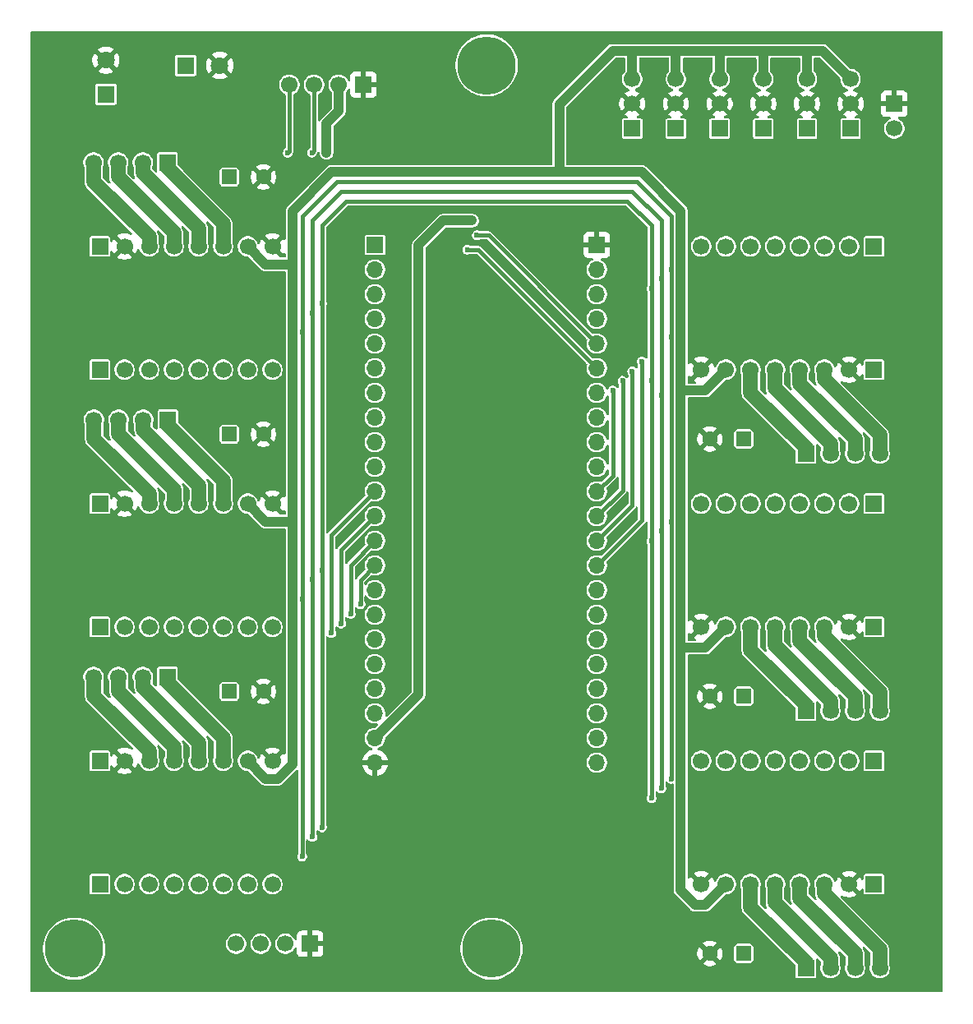
<source format=gtl>
%TF.GenerationSoftware,KiCad,Pcbnew,9.0.2*%
%TF.CreationDate,2025-12-07T18:16:56+01:00*%
%TF.ProjectId,Driver Carrier v2,44726976-6572-4204-9361-727269657220,rev?*%
%TF.SameCoordinates,Original*%
%TF.FileFunction,Copper,L1,Top*%
%TF.FilePolarity,Positive*%
%FSLAX46Y46*%
G04 Gerber Fmt 4.6, Leading zero omitted, Abs format (unit mm)*
G04 Created by KiCad (PCBNEW 9.0.2) date 2025-12-07 18:16:56*
%MOMM*%
%LPD*%
G01*
G04 APERTURE LIST*
G04 Aperture macros list*
%AMRoundRect*
0 Rectangle with rounded corners*
0 $1 Rounding radius*
0 $2 $3 $4 $5 $6 $7 $8 $9 X,Y pos of 4 corners*
0 Add a 4 corners polygon primitive as box body*
4,1,4,$2,$3,$4,$5,$6,$7,$8,$9,$2,$3,0*
0 Add four circle primitives for the rounded corners*
1,1,$1+$1,$2,$3*
1,1,$1+$1,$4,$5*
1,1,$1+$1,$6,$7*
1,1,$1+$1,$8,$9*
0 Add four rect primitives between the rounded corners*
20,1,$1+$1,$2,$3,$4,$5,0*
20,1,$1+$1,$4,$5,$6,$7,0*
20,1,$1+$1,$6,$7,$8,$9,0*
20,1,$1+$1,$8,$9,$2,$3,0*%
G04 Aperture macros list end*
%TA.AperFunction,ComponentPad*%
%ADD10R,1.700000X1.700000*%
%TD*%
%TA.AperFunction,ComponentPad*%
%ADD11C,1.700000*%
%TD*%
%TA.AperFunction,ComponentPad*%
%ADD12RoundRect,0.250000X-0.550000X-0.550000X0.550000X-0.550000X0.550000X0.550000X-0.550000X0.550000X0*%
%TD*%
%TA.AperFunction,ComponentPad*%
%ADD13C,1.600000*%
%TD*%
%TA.AperFunction,ComponentPad*%
%ADD14RoundRect,0.250000X0.550000X0.550000X-0.550000X0.550000X-0.550000X-0.550000X0.550000X-0.550000X0*%
%TD*%
%TA.AperFunction,ComponentPad*%
%ADD15O,1.700000X1.700000*%
%TD*%
%TA.AperFunction,ComponentPad*%
%ADD16R,1.800000X1.800000*%
%TD*%
%TA.AperFunction,ComponentPad*%
%ADD17C,1.800000*%
%TD*%
%TA.AperFunction,ComponentPad*%
%ADD18C,6.000000*%
%TD*%
%TA.AperFunction,ViaPad*%
%ADD19C,0.600000*%
%TD*%
%TA.AperFunction,Conductor*%
%ADD20C,0.400000*%
%TD*%
%TA.AperFunction,Conductor*%
%ADD21C,1.000000*%
%TD*%
%TA.AperFunction,Conductor*%
%ADD22C,1.500000*%
%TD*%
G04 APERTURE END LIST*
D10*
%TO.P,J4,1,Pin_1*%
%TO.N,/All TMCs/BothTMCs n4/M2B*%
X180880000Y-118000000D03*
D11*
%TO.P,J4,2,Pin_2*%
%TO.N,/All TMCs/BothTMCs n4/M2A*%
X183420000Y-118000000D03*
%TO.P,J4,3,Pin_3*%
%TO.N,/All TMCs/BothTMCs n4/M1A*%
X185960000Y-118000000D03*
%TO.P,J4,4,Pin_4*%
%TO.N,/All TMCs/BothTMCs n4/M1B*%
X188500000Y-118000000D03*
%TD*%
D12*
%TO.P,C2,1*%
%TO.N,VM*%
X121500000Y-63000000D03*
D13*
%TO.P,C2,2*%
%TO.N,GND*%
X125000000Y-63000000D03*
%TD*%
D10*
%TO.P,J11,1,Pin_1*%
%TO.N,SW5*%
X181000000Y-31500000D03*
D11*
%TO.P,J11,2,Pin_2*%
%TO.N,GND*%
X181000000Y-28960000D03*
%TO.P,J11,3,Pin_3*%
%TO.N,VIO*%
X181000000Y-26420000D03*
%TD*%
D10*
%TO.P,J8,1,Pin_1*%
%TO.N,SW2*%
X167500000Y-31500000D03*
D11*
%TO.P,J8,2,Pin_2*%
%TO.N,GND*%
X167500000Y-28960000D03*
%TO.P,J8,3,Pin_3*%
%TO.N,VIO*%
X167500000Y-26420000D03*
%TD*%
D14*
%TO.P,C6,1*%
%TO.N,VM*%
X174500000Y-63500000D03*
D13*
%TO.P,C6,2*%
%TO.N,GND*%
X171000000Y-63500000D03*
%TD*%
D10*
%TO.P,J10,1,Pin_1*%
%TO.N,SW4*%
X176500000Y-31500000D03*
D11*
%TO.P,J10,2,Pin_2*%
%TO.N,GND*%
X176500000Y-28960000D03*
%TO.P,J10,3,Pin_3*%
%TO.N,VIO*%
X176500000Y-26420000D03*
%TD*%
D10*
%TO.P,U13,1,3V3*%
%TO.N,VIO*%
X136500000Y-43500000D03*
D15*
%TO.P,U13,2,GPIO0*%
%TO.N,unconnected-(U13-GPIO0-Pad2)*%
X136500000Y-46040000D03*
%TO.P,U13,3,GPIO1*%
%TO.N,/All TMCs/EN1*%
X136500000Y-48580000D03*
%TO.P,U13,4,GPIO2*%
%TO.N,/All TMCs/CS1*%
X136500000Y-51120000D03*
%TO.P,U13,5,GPIO3*%
%TO.N,/All TMCs/STEP1*%
X136500000Y-53660000D03*
%TO.P,U13,6,GPIO4*%
%TO.N,/All TMCs/DIR1*%
X136500000Y-56200000D03*
%TO.P,U13,7,GPIO5*%
%TO.N,/All TMCs/EN2*%
X136500000Y-58740000D03*
%TO.P,U13,8,GPIO6*%
%TO.N,/All TMCs/CS2*%
X136500000Y-61280000D03*
%TO.P,U13,9,GPIO7*%
%TO.N,/All TMCs/STEP2*%
X136500000Y-63820000D03*
%TO.P,U13,10,GPIO8*%
%TO.N,/All TMCs/DIR2*%
X136500000Y-66360000D03*
%TO.P,U13,11,GPIO9*%
%TO.N,/All TMCs/EN3*%
X136500000Y-68900000D03*
%TO.P,U13,12,GPIO10*%
%TO.N,/All TMCs/CS3*%
X136500000Y-71440000D03*
%TO.P,U13,13,GPIO11*%
%TO.N,/All TMCs/STEP3*%
X136500000Y-73980000D03*
%TO.P,U13,14,GPIO12*%
%TO.N,/All TMCs/DIR3*%
X136500000Y-76520000D03*
%TO.P,U13,15,GPIO13*%
%TO.N,SW1*%
X136500000Y-79060000D03*
%TO.P,U13,16,GPIO14*%
%TO.N,SW2*%
X136500000Y-81600000D03*
%TO.P,U13,17,GPIO15*%
%TO.N,SW3*%
X136500000Y-84140000D03*
%TO.P,U13,18,GPIO16*%
%TO.N,SW4*%
X136500000Y-86680000D03*
%TO.P,U13,19,GPIO17*%
%TO.N,SW5*%
X136500000Y-89220000D03*
%TO.P,U13,20,GPIO18*%
%TO.N,SW6*%
X136500000Y-91760000D03*
%TO.P,U13,21,5V*%
%TO.N,VCC*%
X136500000Y-94300000D03*
%TO.P,U13,22,GND*%
%TO.N,GND*%
X136500000Y-96840000D03*
D10*
%TO.P,U13,23,GND*%
X159360000Y-43500000D03*
D15*
%TO.P,U13,24,RST*%
%TO.N,CHIP_PU*%
X159360000Y-46040000D03*
%TO.P,U13,25,GPIO46*%
%TO.N,GPIO46*%
X159360000Y-48580000D03*
%TO.P,U13,26,GPIO45*%
%TO.N,GPIO45*%
X159360000Y-51120000D03*
%TO.P,U13,27,RX*%
%TO.N,CAN_RX*%
X159360000Y-53660000D03*
%TO.P,U13,28,TX*%
%TO.N,CAN_TX*%
X159360000Y-56200000D03*
%TO.P,U13,29,GPIO42*%
%TO.N,GPIO42*%
X159360000Y-58740000D03*
%TO.P,U13,30,GPIO41*%
%TO.N,SDO*%
X159360000Y-61280000D03*
%TO.P,U13,31,GPIO40*%
%TO.N,SDI*%
X159360000Y-63820000D03*
%TO.P,U13,32,GPIO39*%
%TO.N,SCK*%
X159360000Y-66360000D03*
%TO.P,U13,33,GPIO38*%
%TO.N,/All TMCs/EN6*%
X159360000Y-68900000D03*
%TO.P,U13,34,GPIO37*%
%TO.N,/All TMCs/CS6*%
X159360000Y-71440000D03*
%TO.P,U13,35,GPIO36*%
%TO.N,/All TMCs/STEP6*%
X159360000Y-73980000D03*
%TO.P,U13,36,GPIO35*%
%TO.N,/All TMCs/DIR6*%
X159360000Y-76520000D03*
%TO.P,U13,37,GPIO34*%
%TO.N,/All TMCs/EN5*%
X159360000Y-79060000D03*
%TO.P,U13,38,GPIO33*%
%TO.N,/All TMCs/CS5*%
X159360000Y-81600000D03*
%TO.P,U13,39,GPIO26*%
%TO.N,/All TMCs/STEP5*%
X159360000Y-84140000D03*
%TO.P,U13,40,GPIO21*%
%TO.N,/All TMCs/DIR5*%
X159360000Y-86680000D03*
%TO.P,U13,41,GPIO20*%
%TO.N,/All TMCs/EN4*%
X159360000Y-89220000D03*
%TO.P,U13,42,GPIO19*%
%TO.N,/All TMCs/CS4*%
X159360000Y-91760000D03*
%TO.P,U13,43,GPIO48*%
%TO.N,/All TMCs/STEP4*%
X159360000Y-94300000D03*
%TO.P,U13,44,GPIO47*%
%TO.N,/All TMCs/DIR4*%
X159360000Y-96840000D03*
%TD*%
D12*
%TO.P,C1,1*%
%TO.N,VM*%
X121500000Y-36500000D03*
D13*
%TO.P,C1,2*%
%TO.N,GND*%
X125000000Y-36500000D03*
%TD*%
D16*
%TO.P,J14,1,Pin_1*%
%TO.N,VM*%
X117000000Y-25000000D03*
D17*
%TO.P,J14,2,Pin_2*%
%TO.N,GND*%
X120500000Y-25000000D03*
%TD*%
D10*
%TO.P,U6,1,EN*%
%TO.N,/All TMCs/EN6*%
X187890000Y-43650000D03*
D11*
%TO.P,U6,2,SDI*%
%TO.N,SDI*%
X185350000Y-43650000D03*
%TO.P,U6,3,SCK*%
%TO.N,SCK*%
X182810000Y-43650000D03*
%TO.P,U6,4,CS*%
%TO.N,/All TMCs/CS6*%
X180270000Y-43650000D03*
%TO.P,U6,5,SDO*%
%TO.N,SDO*%
X177730000Y-43650000D03*
%TO.P,U6,6,DCO*%
%TO.N,unconnected-(U6-DCO-Pad6)*%
X175190000Y-43650000D03*
%TO.P,U6,7,STEP*%
%TO.N,/All TMCs/STEP6*%
X172650000Y-43650000D03*
%TO.P,U6,8,DIR*%
%TO.N,/All TMCs/DIR6*%
X170110000Y-43650000D03*
D10*
%TO.P,U6,9,VM*%
%TO.N,VM*%
X187890000Y-56350000D03*
D11*
%TO.P,U6,10,GND*%
%TO.N,GND*%
X185350000Y-56350000D03*
%TO.P,U6,11,M2B*%
%TO.N,/All TMCs/BothTMCs n6/M1B*%
X182810000Y-56350000D03*
%TO.P,U6,12,M2A*%
%TO.N,/All TMCs/BothTMCs n6/M1A*%
X180270000Y-56350000D03*
%TO.P,U6,13,M1A*%
%TO.N,/All TMCs/BothTMCs n6/M2A*%
X177730000Y-56350000D03*
%TO.P,U6,14,M1B*%
%TO.N,/All TMCs/BothTMCs n6/M2B*%
X175190000Y-56350000D03*
%TO.P,U6,15,VIO*%
%TO.N,VIO*%
X172650000Y-56350000D03*
%TO.P,U6,16,GND*%
%TO.N,GND*%
X170110000Y-56350000D03*
%TD*%
D10*
%TO.P,J5,1,Pin_1*%
%TO.N,/All TMCs/BothTMCs n5/M2B*%
X180880000Y-91500000D03*
D11*
%TO.P,J5,2,Pin_2*%
%TO.N,/All TMCs/BothTMCs n5/M2A*%
X183420000Y-91500000D03*
%TO.P,J5,3,Pin_3*%
%TO.N,/All TMCs/BothTMCs n5/M1A*%
X185960000Y-91500000D03*
%TO.P,J5,4,Pin_4*%
%TO.N,/All TMCs/BothTMCs n5/M1B*%
X188500000Y-91500000D03*
%TD*%
D10*
%TO.P,U4,1,EN*%
%TO.N,/All TMCs/EN4*%
X187890000Y-96650000D03*
D11*
%TO.P,U4,2,SDI*%
%TO.N,SDI*%
X185350000Y-96650000D03*
%TO.P,U4,3,SCK*%
%TO.N,SCK*%
X182810000Y-96650000D03*
%TO.P,U4,4,CS*%
%TO.N,/All TMCs/CS4*%
X180270000Y-96650000D03*
%TO.P,U4,5,SDO*%
%TO.N,SDO*%
X177730000Y-96650000D03*
%TO.P,U4,6,DCO*%
%TO.N,unconnected-(U4-DCO-Pad6)*%
X175190000Y-96650000D03*
%TO.P,U4,7,STEP*%
%TO.N,/All TMCs/STEP4*%
X172650000Y-96650000D03*
%TO.P,U4,8,DIR*%
%TO.N,/All TMCs/DIR4*%
X170110000Y-96650000D03*
D10*
%TO.P,U4,9,VM*%
%TO.N,VM*%
X187890000Y-109350000D03*
D11*
%TO.P,U4,10,GND*%
%TO.N,GND*%
X185350000Y-109350000D03*
%TO.P,U4,11,M2B*%
%TO.N,/All TMCs/BothTMCs n4/M1B*%
X182810000Y-109350000D03*
%TO.P,U4,12,M2A*%
%TO.N,/All TMCs/BothTMCs n4/M1A*%
X180270000Y-109350000D03*
%TO.P,U4,13,M1A*%
%TO.N,/All TMCs/BothTMCs n4/M2A*%
X177730000Y-109350000D03*
%TO.P,U4,14,M1B*%
%TO.N,/All TMCs/BothTMCs n4/M2B*%
X175190000Y-109350000D03*
%TO.P,U4,15,VIO*%
%TO.N,VIO*%
X172650000Y-109350000D03*
%TO.P,U4,16,GND*%
%TO.N,GND*%
X170110000Y-109350000D03*
%TD*%
D10*
%TO.P,J1,1,Pin_1*%
%TO.N,/All TMCs/BothTMCs n1/M2B*%
X115120000Y-35000000D03*
D11*
%TO.P,J1,2,Pin_2*%
%TO.N,/All TMCs/BothTMCs n1/M2A*%
X112580000Y-35000000D03*
%TO.P,J1,3,Pin_3*%
%TO.N,/All TMCs/BothTMCs n1/M1A*%
X110040000Y-35000000D03*
%TO.P,J1,4,Pin_4*%
%TO.N,/All TMCs/BothTMCs n1/M1B*%
X107500000Y-35000000D03*
%TD*%
D10*
%TO.P,J3,1,Pin_1*%
%TO.N,/All TMCs/BothTMCs n3/M2B*%
X115120000Y-88000000D03*
D11*
%TO.P,J3,2,Pin_2*%
%TO.N,/All TMCs/BothTMCs n3/M2A*%
X112580000Y-88000000D03*
%TO.P,J3,3,Pin_3*%
%TO.N,/All TMCs/BothTMCs n3/M1A*%
X110040000Y-88000000D03*
%TO.P,J3,4,Pin_4*%
%TO.N,/All TMCs/BothTMCs n3/M1B*%
X107500000Y-88000000D03*
%TD*%
D14*
%TO.P,C5,1*%
%TO.N,VM*%
X174500000Y-90000000D03*
D13*
%TO.P,C5,2*%
%TO.N,GND*%
X171000000Y-90000000D03*
%TD*%
D14*
%TO.P,C4,1*%
%TO.N,VM*%
X174500000Y-116500000D03*
D13*
%TO.P,C4,2*%
%TO.N,GND*%
X171000000Y-116500000D03*
%TD*%
D10*
%TO.P,U2,1,EN*%
%TO.N,/All TMCs/EN2*%
X108150000Y-82850000D03*
D11*
%TO.P,U2,2,SDI*%
%TO.N,SDI*%
X110690000Y-82850000D03*
%TO.P,U2,3,SCK*%
%TO.N,SCK*%
X113230000Y-82850000D03*
%TO.P,U2,4,CS*%
%TO.N,/All TMCs/CS2*%
X115770000Y-82850000D03*
%TO.P,U2,5,SDO*%
%TO.N,SDO*%
X118310000Y-82850000D03*
%TO.P,U2,6,DCO*%
%TO.N,unconnected-(U2-DCO-Pad6)*%
X120850000Y-82850000D03*
%TO.P,U2,7,STEP*%
%TO.N,/All TMCs/STEP2*%
X123390000Y-82850000D03*
%TO.P,U2,8,DIR*%
%TO.N,/All TMCs/DIR2*%
X125930000Y-82850000D03*
D10*
%TO.P,U2,9,VM*%
%TO.N,VM*%
X108150000Y-70150000D03*
D11*
%TO.P,U2,10,GND*%
%TO.N,GND*%
X110690000Y-70150000D03*
%TO.P,U2,11,M2B*%
%TO.N,/All TMCs/BothTMCs n2/M1B*%
X113230000Y-70150000D03*
%TO.P,U2,12,M2A*%
%TO.N,/All TMCs/BothTMCs n2/M1A*%
X115770000Y-70150000D03*
%TO.P,U2,13,M1A*%
%TO.N,/All TMCs/BothTMCs n2/M2A*%
X118310000Y-70150000D03*
%TO.P,U2,14,M1B*%
%TO.N,/All TMCs/BothTMCs n2/M2B*%
X120850000Y-70150000D03*
%TO.P,U2,15,VIO*%
%TO.N,VIO*%
X123390000Y-70150000D03*
%TO.P,U2,16,GND*%
%TO.N,GND*%
X125930000Y-70150000D03*
%TD*%
D12*
%TO.P,C3,1*%
%TO.N,VM*%
X121500000Y-89500000D03*
D13*
%TO.P,C3,2*%
%TO.N,GND*%
X125000000Y-89500000D03*
%TD*%
D18*
%TO.P,REF\u002A\u002A,1*%
%TO.N,N/C*%
X105500000Y-116000000D03*
%TD*%
D10*
%TO.P,J17,1,Pin_1*%
%TO.N,GND*%
X129810000Y-115500000D03*
D11*
%TO.P,J17,2,Pin_2*%
%TO.N,GPIO42*%
X127270000Y-115500000D03*
%TO.P,J17,3,Pin_3*%
%TO.N,GPIO45*%
X124730000Y-115500000D03*
%TO.P,J17,4,Pin_4*%
%TO.N,GPIO46*%
X122190000Y-115500000D03*
%TD*%
D10*
%TO.P,J12,1,Pin_1*%
%TO.N,SW6*%
X185500000Y-31500000D03*
D11*
%TO.P,J12,2,Pin_2*%
%TO.N,GND*%
X185500000Y-28960000D03*
%TO.P,J12,3,Pin_3*%
%TO.N,VIO*%
X185500000Y-26420000D03*
%TD*%
D10*
%TO.P,J2,1,Pin_1*%
%TO.N,/All TMCs/BothTMCs n2/M2B*%
X115160000Y-61500000D03*
D11*
%TO.P,J2,2,Pin_2*%
%TO.N,/All TMCs/BothTMCs n2/M2A*%
X112620000Y-61500000D03*
%TO.P,J2,3,Pin_3*%
%TO.N,/All TMCs/BothTMCs n2/M1A*%
X110080000Y-61500000D03*
%TO.P,J2,4,Pin_4*%
%TO.N,/All TMCs/BothTMCs n2/M1B*%
X107540000Y-61500000D03*
%TD*%
D10*
%TO.P,U3,1,EN*%
%TO.N,/All TMCs/EN3*%
X108150000Y-109350000D03*
D11*
%TO.P,U3,2,SDI*%
%TO.N,SDI*%
X110690000Y-109350000D03*
%TO.P,U3,3,SCK*%
%TO.N,SCK*%
X113230000Y-109350000D03*
%TO.P,U3,4,CS*%
%TO.N,/All TMCs/CS3*%
X115770000Y-109350000D03*
%TO.P,U3,5,SDO*%
%TO.N,SDO*%
X118310000Y-109350000D03*
%TO.P,U3,6,DCO*%
%TO.N,unconnected-(U3-DCO-Pad6)*%
X120850000Y-109350000D03*
%TO.P,U3,7,STEP*%
%TO.N,/All TMCs/STEP3*%
X123390000Y-109350000D03*
%TO.P,U3,8,DIR*%
%TO.N,/All TMCs/DIR3*%
X125930000Y-109350000D03*
D10*
%TO.P,U3,9,VM*%
%TO.N,VM*%
X108150000Y-96650000D03*
D11*
%TO.P,U3,10,GND*%
%TO.N,GND*%
X110690000Y-96650000D03*
%TO.P,U3,11,M2B*%
%TO.N,/All TMCs/BothTMCs n3/M1B*%
X113230000Y-96650000D03*
%TO.P,U3,12,M2A*%
%TO.N,/All TMCs/BothTMCs n3/M1A*%
X115770000Y-96650000D03*
%TO.P,U3,13,M1A*%
%TO.N,/All TMCs/BothTMCs n3/M2A*%
X118310000Y-96650000D03*
%TO.P,U3,14,M1B*%
%TO.N,/All TMCs/BothTMCs n3/M2B*%
X120850000Y-96650000D03*
%TO.P,U3,15,VIO*%
%TO.N,VIO*%
X123390000Y-96650000D03*
%TO.P,U3,16,GND*%
%TO.N,GND*%
X125930000Y-96650000D03*
%TD*%
D16*
%TO.P,J15,1,Pin_1*%
%TO.N,VM*%
X108775000Y-27970000D03*
D17*
%TO.P,J15,2,Pin_2*%
%TO.N,GND*%
X108775000Y-24470000D03*
%TD*%
D10*
%TO.P,J16,1,Pin_1*%
%TO.N,GND*%
X190000000Y-28960000D03*
D11*
%TO.P,J16,2,Pin_2*%
%TO.N,CHIP_PU*%
X190000000Y-31500000D03*
%TD*%
D18*
%TO.P,REF\u002A\u002A,1*%
%TO.N,N/C*%
X148000000Y-25000000D03*
%TD*%
D10*
%TO.P,J13,1,Pin_1*%
%TO.N,GND*%
X135310000Y-27000000D03*
D11*
%TO.P,J13,2,Pin_2*%
%TO.N,VCC*%
X132770000Y-27000000D03*
%TO.P,J13,3,Pin_3*%
%TO.N,CAN_RX*%
X130230000Y-27000000D03*
%TO.P,J13,4,Pin_4*%
%TO.N,CAN_TX*%
X127690000Y-27000000D03*
%TD*%
D10*
%TO.P,J9,1,Pin_1*%
%TO.N,SW3*%
X172000000Y-31500000D03*
D11*
%TO.P,J9,2,Pin_2*%
%TO.N,GND*%
X172000000Y-28960000D03*
%TO.P,J9,3,Pin_3*%
%TO.N,VIO*%
X172000000Y-26420000D03*
%TD*%
D10*
%TO.P,U1,1,EN*%
%TO.N,/All TMCs/EN1*%
X108150000Y-56350000D03*
D11*
%TO.P,U1,2,SDI*%
%TO.N,SDI*%
X110690000Y-56350000D03*
%TO.P,U1,3,SCK*%
%TO.N,SCK*%
X113230000Y-56350000D03*
%TO.P,U1,4,CS*%
%TO.N,/All TMCs/CS1*%
X115770000Y-56350000D03*
%TO.P,U1,5,SDO*%
%TO.N,SDO*%
X118310000Y-56350000D03*
%TO.P,U1,6,DCO*%
%TO.N,unconnected-(U1-DCO-Pad6)*%
X120850000Y-56350000D03*
%TO.P,U1,7,STEP*%
%TO.N,/All TMCs/STEP1*%
X123390000Y-56350000D03*
%TO.P,U1,8,DIR*%
%TO.N,/All TMCs/DIR1*%
X125930000Y-56350000D03*
D10*
%TO.P,U1,9,VM*%
%TO.N,VM*%
X108150000Y-43650000D03*
D11*
%TO.P,U1,10,GND*%
%TO.N,GND*%
X110690000Y-43650000D03*
%TO.P,U1,11,M2B*%
%TO.N,/All TMCs/BothTMCs n1/M1B*%
X113230000Y-43650000D03*
%TO.P,U1,12,M2A*%
%TO.N,/All TMCs/BothTMCs n1/M1A*%
X115770000Y-43650000D03*
%TO.P,U1,13,M1A*%
%TO.N,/All TMCs/BothTMCs n1/M2A*%
X118310000Y-43650000D03*
%TO.P,U1,14,M1B*%
%TO.N,/All TMCs/BothTMCs n1/M2B*%
X120850000Y-43650000D03*
%TO.P,U1,15,VIO*%
%TO.N,VIO*%
X123390000Y-43650000D03*
%TO.P,U1,16,GND*%
%TO.N,GND*%
X125930000Y-43650000D03*
%TD*%
D10*
%TO.P,J7,1,Pin_1*%
%TO.N,SW1*%
X163000000Y-31500000D03*
D11*
%TO.P,J7,2,Pin_2*%
%TO.N,GND*%
X163000000Y-28960000D03*
%TO.P,J7,3,Pin_3*%
%TO.N,VIO*%
X163000000Y-26420000D03*
%TD*%
D10*
%TO.P,U5,1,EN*%
%TO.N,/All TMCs/EN5*%
X187890000Y-70150000D03*
D11*
%TO.P,U5,2,SDI*%
%TO.N,SDI*%
X185350000Y-70150000D03*
%TO.P,U5,3,SCK*%
%TO.N,SCK*%
X182810000Y-70150000D03*
%TO.P,U5,4,CS*%
%TO.N,/All TMCs/CS5*%
X180270000Y-70150000D03*
%TO.P,U5,5,SDO*%
%TO.N,SDO*%
X177730000Y-70150000D03*
%TO.P,U5,6,DCO*%
%TO.N,unconnected-(U5-DCO-Pad6)*%
X175190000Y-70150000D03*
%TO.P,U5,7,STEP*%
%TO.N,/All TMCs/STEP5*%
X172650000Y-70150000D03*
%TO.P,U5,8,DIR*%
%TO.N,/All TMCs/DIR5*%
X170110000Y-70150000D03*
D10*
%TO.P,U5,9,VM*%
%TO.N,VM*%
X187890000Y-82850000D03*
D11*
%TO.P,U5,10,GND*%
%TO.N,GND*%
X185350000Y-82850000D03*
%TO.P,U5,11,M2B*%
%TO.N,/All TMCs/BothTMCs n5/M1B*%
X182810000Y-82850000D03*
%TO.P,U5,12,M2A*%
%TO.N,/All TMCs/BothTMCs n5/M1A*%
X180270000Y-82850000D03*
%TO.P,U5,13,M1A*%
%TO.N,/All TMCs/BothTMCs n5/M2A*%
X177730000Y-82850000D03*
%TO.P,U5,14,M1B*%
%TO.N,/All TMCs/BothTMCs n5/M2B*%
X175190000Y-82850000D03*
%TO.P,U5,15,VIO*%
%TO.N,VIO*%
X172650000Y-82850000D03*
%TO.P,U5,16,GND*%
%TO.N,GND*%
X170110000Y-82850000D03*
%TD*%
D10*
%TO.P,J6,1,Pin_1*%
%TO.N,/All TMCs/BothTMCs n6/M2B*%
X180880000Y-65000000D03*
D11*
%TO.P,J6,2,Pin_2*%
%TO.N,/All TMCs/BothTMCs n6/M2A*%
X183420000Y-65000000D03*
%TO.P,J6,3,Pin_3*%
%TO.N,/All TMCs/BothTMCs n6/M1A*%
X185960000Y-65000000D03*
%TO.P,J6,4,Pin_4*%
%TO.N,/All TMCs/BothTMCs n6/M1B*%
X188500000Y-65000000D03*
%TD*%
D18*
%TO.P,REF\u002A\u002A,1*%
%TO.N,N/C*%
X148500000Y-116000000D03*
%TD*%
D19*
%TO.N,GND*%
X108500000Y-46500000D03*
X134500000Y-33000000D03*
X108500000Y-48500000D03*
X108000000Y-51500000D03*
X107000000Y-47500000D03*
X107000000Y-74500000D03*
X188000000Y-100000000D03*
X189000000Y-100000000D03*
X107500000Y-79500000D03*
X137000000Y-34000000D03*
X142000000Y-32000000D03*
X187500000Y-105000000D03*
X188500000Y-48000000D03*
X133000000Y-32000000D03*
X187500000Y-103000000D03*
X135000000Y-32000000D03*
X133500000Y-33000000D03*
X187500000Y-52000000D03*
X188000000Y-106000000D03*
X188000000Y-77500000D03*
X139000000Y-28000000D03*
X141000000Y-26000000D03*
X139000000Y-34000000D03*
X188500000Y-72500000D03*
X107500000Y-75500000D03*
X141000000Y-34000000D03*
X142000000Y-34000000D03*
X189000000Y-53000000D03*
X188500000Y-78500000D03*
X188500000Y-80500000D03*
X107500000Y-46500000D03*
X188500000Y-101000000D03*
X142000000Y-26000000D03*
X135500000Y-33000000D03*
X188500000Y-50000000D03*
X187500000Y-78500000D03*
X140500000Y-33000000D03*
X108500000Y-79500000D03*
X134000000Y-34000000D03*
X187500000Y-107000000D03*
X189000000Y-49000000D03*
X187500000Y-76500000D03*
X134000000Y-32000000D03*
X140000000Y-26000000D03*
X188500000Y-52000000D03*
X188000000Y-102000000D03*
X108500000Y-77500000D03*
X138000000Y-34000000D03*
X136500000Y-33000000D03*
X107000000Y-51500000D03*
X189000000Y-79500000D03*
X107000000Y-76500000D03*
X108500000Y-73500000D03*
X107000000Y-72500000D03*
X188500000Y-46000000D03*
X188000000Y-104000000D03*
X108000000Y-74500000D03*
X107000000Y-49500000D03*
X107000000Y-45500000D03*
X187500000Y-46000000D03*
X189000000Y-73500000D03*
X188000000Y-51000000D03*
X108000000Y-72500000D03*
X188000000Y-75500000D03*
X189000000Y-104000000D03*
X188000000Y-49000000D03*
X108000000Y-76500000D03*
X108000000Y-47500000D03*
X136000000Y-32000000D03*
X108000000Y-78500000D03*
X189000000Y-51000000D03*
X137000000Y-32000000D03*
X141500000Y-33000000D03*
X189000000Y-106000000D03*
X107000000Y-78500000D03*
X108500000Y-50500000D03*
X188500000Y-103000000D03*
X107500000Y-52500000D03*
X108000000Y-49500000D03*
X139000000Y-26000000D03*
X139000000Y-32000000D03*
X140000000Y-28000000D03*
X189000000Y-47000000D03*
X189000000Y-77500000D03*
X107500000Y-48500000D03*
X108500000Y-52500000D03*
X188500000Y-105000000D03*
X188500000Y-74500000D03*
X136000000Y-34000000D03*
X187500000Y-101000000D03*
X187500000Y-99000000D03*
X188500000Y-99000000D03*
X138000000Y-32000000D03*
X140500000Y-27000000D03*
X187500000Y-54000000D03*
X141500000Y-27000000D03*
X138000000Y-28000000D03*
X108500000Y-75500000D03*
X137500000Y-33000000D03*
X139500000Y-33000000D03*
X139500000Y-27000000D03*
X188500000Y-76500000D03*
X188000000Y-73500000D03*
X187500000Y-50000000D03*
X142000000Y-28000000D03*
X188000000Y-79500000D03*
X107000000Y-53500000D03*
X187500000Y-48000000D03*
X107000000Y-80500000D03*
X138500000Y-33000000D03*
X107500000Y-77500000D03*
X189000000Y-102000000D03*
X141000000Y-32000000D03*
X187500000Y-74500000D03*
X108000000Y-80500000D03*
X108000000Y-45500000D03*
X108000000Y-53500000D03*
X135000000Y-34000000D03*
X187500000Y-72500000D03*
X107500000Y-50500000D03*
X188000000Y-53000000D03*
X138000000Y-26000000D03*
X107500000Y-73500000D03*
X189000000Y-75500000D03*
X140000000Y-32000000D03*
X188500000Y-107000000D03*
X140000000Y-34000000D03*
X187500000Y-80500000D03*
X133000000Y-34000000D03*
X188000000Y-47000000D03*
X138500000Y-27000000D03*
X141000000Y-28000000D03*
X188500000Y-54000000D03*
%TO.N,SDI*%
X165000000Y-74000000D03*
X131040000Y-77000000D03*
X131040000Y-49500000D03*
X165000000Y-57500000D03*
X131040000Y-103500000D03*
X165000000Y-48000000D03*
X165000000Y-100500000D03*
%TO.N,SCK*%
X166000000Y-47000000D03*
X166000000Y-59000000D03*
X130040000Y-104500000D03*
X130040000Y-50500000D03*
X130040000Y-78000000D03*
X166000000Y-99500000D03*
X166000000Y-73000000D03*
%TO.N,VIO*%
X128000000Y-41500000D03*
X128000000Y-45500000D03*
X128000000Y-42500000D03*
X128000000Y-44500000D03*
%TO.N,SDO*%
X129000000Y-106500000D03*
X167000000Y-98500000D03*
X129000000Y-80000000D03*
X129000000Y-52500000D03*
X167000000Y-72000000D03*
X167000000Y-46000000D03*
X167000000Y-53000000D03*
%TO.N,/All TMCs/STEP3*%
X134000000Y-81500000D03*
%TO.N,/All TMCs/CS3*%
X133000000Y-82500000D03*
%TO.N,/All TMCs/DIR3*%
X135000000Y-80500000D03*
%TO.N,/All TMCs/EN3*%
X132000000Y-83500000D03*
%TO.N,CAN_TX*%
X127500000Y-34000000D03*
X146000000Y-44000000D03*
%TO.N,CAN_RX*%
X130000000Y-34000000D03*
X147000000Y-42500000D03*
%TO.N,VCC*%
X131500000Y-33000000D03*
X146500000Y-41000000D03*
X145500000Y-41000000D03*
X131500000Y-34000000D03*
X144500000Y-41000000D03*
%TO.N,/All TMCs/STEP6*%
X163000000Y-56500000D03*
%TO.N,/All TMCs/EN6*%
X161000000Y-58500000D03*
%TO.N,/All TMCs/DIR6*%
X164000000Y-55500000D03*
%TO.N,/All TMCs/CS6*%
X162000000Y-57500000D03*
%TD*%
D20*
%TO.N,SDI*%
X131040000Y-41500000D02*
X133540000Y-39000000D01*
X131040000Y-49500000D02*
X131040000Y-103500000D01*
X165000000Y-57500000D02*
X165000000Y-74000000D01*
X165000000Y-74000000D02*
X165000000Y-100500000D01*
X133540000Y-39000000D02*
X162500000Y-39000000D01*
X165000000Y-48000000D02*
X165000000Y-57500000D01*
X165000000Y-41500000D02*
X165000000Y-48000000D01*
X162500000Y-39000000D02*
X165000000Y-41500000D01*
X131040000Y-49500000D02*
X131040000Y-41500000D01*
%TO.N,SCK*%
X130040000Y-50500000D02*
X130040000Y-41000000D01*
X130040000Y-41000000D02*
X133040000Y-38000000D01*
X166000000Y-59000000D02*
X166000000Y-73000000D01*
X166000000Y-41000000D02*
X166000000Y-47000000D01*
X166000000Y-73000000D02*
X166000000Y-99500000D01*
X130040000Y-50500000D02*
X130040000Y-104500000D01*
X163000000Y-38000000D02*
X166000000Y-41000000D01*
X166000000Y-47000000D02*
X166000000Y-59000000D01*
X133040000Y-38000000D02*
X163000000Y-38000000D01*
D21*
%TO.N,VIO*%
X155500000Y-36000000D02*
X159000000Y-36000000D01*
X128000000Y-41500000D02*
X128000000Y-40000000D01*
X128000000Y-44500000D02*
X128000000Y-42500000D01*
X176500000Y-23500000D02*
X176500000Y-26420000D01*
X170500000Y-58500000D02*
X168000000Y-58500000D01*
X169500000Y-111500000D02*
X168000000Y-110000000D01*
X128000000Y-42500000D02*
X128000000Y-41500000D01*
X159000000Y-36000000D02*
X164000000Y-36000000D01*
X167500000Y-23500000D02*
X172000000Y-23500000D01*
X123390000Y-43650000D02*
X125240000Y-45500000D01*
X161000000Y-23500000D02*
X163000000Y-23500000D01*
X128000000Y-97000000D02*
X128000000Y-45500000D01*
X168000000Y-40000000D02*
X168000000Y-58500000D01*
X168000000Y-110000000D02*
X168000000Y-85000000D01*
X181000000Y-23500000D02*
X181000000Y-26420000D01*
X123390000Y-96650000D02*
X125240000Y-98500000D01*
X167500000Y-23500000D02*
X167500000Y-26420000D01*
X155500000Y-36000000D02*
X155500000Y-29000000D01*
X125240000Y-98500000D02*
X126500000Y-98500000D01*
X170500000Y-85000000D02*
X168000000Y-85000000D01*
X128000000Y-72000000D02*
X125240000Y-72000000D01*
X168000000Y-58500000D02*
X168000000Y-85000000D01*
X172650000Y-56350000D02*
X170500000Y-58500000D01*
X182580000Y-23500000D02*
X185500000Y-26420000D01*
X128000000Y-40000000D02*
X132000000Y-36000000D01*
X163000000Y-23500000D02*
X163000000Y-26420000D01*
X172650000Y-109350000D02*
X170500000Y-111500000D01*
X126500000Y-98500000D02*
X128000000Y-97000000D01*
X172650000Y-82850000D02*
X170500000Y-85000000D01*
X125240000Y-72000000D02*
X123390000Y-70150000D01*
X164000000Y-36000000D02*
X168000000Y-40000000D01*
X181000000Y-23500000D02*
X182580000Y-23500000D01*
X176500000Y-23500000D02*
X181000000Y-23500000D01*
X125240000Y-45500000D02*
X128000000Y-45500000D01*
X128000000Y-45500000D02*
X128000000Y-44500000D01*
X170500000Y-111500000D02*
X169500000Y-111500000D01*
X163000000Y-23500000D02*
X167500000Y-23500000D01*
X172000000Y-23500000D02*
X176500000Y-23500000D01*
X155500000Y-29000000D02*
X161000000Y-23500000D01*
X132000000Y-36000000D02*
X155500000Y-36000000D01*
X172000000Y-23500000D02*
X172000000Y-26420000D01*
D20*
%TO.N,SDO*%
X167000000Y-72000000D02*
X167000000Y-98500000D01*
X167000000Y-46000000D02*
X167000000Y-72000000D01*
X129000000Y-52500000D02*
X129000000Y-106500000D01*
X132540000Y-37000000D02*
X163500000Y-37000000D01*
X163500000Y-37000000D02*
X167000000Y-40500000D01*
X129000000Y-52500000D02*
X129040000Y-52460000D01*
X129040000Y-40500000D02*
X132540000Y-37000000D01*
X167000000Y-40500000D02*
X167000000Y-46000000D01*
X129040000Y-52460000D02*
X129040000Y-40500000D01*
%TO.N,/All TMCs/STEP3*%
X136500000Y-73980000D02*
X134000000Y-76480000D01*
X134000000Y-76480000D02*
X134000000Y-81500000D01*
%TO.N,/All TMCs/CS3*%
X133000000Y-74940000D02*
X133000000Y-82500000D01*
X136500000Y-71440000D02*
X133000000Y-74940000D01*
%TO.N,/All TMCs/DIR3*%
X135000000Y-78020000D02*
X135000000Y-80500000D01*
X136500000Y-76520000D02*
X135000000Y-78020000D01*
%TO.N,/All TMCs/EN3*%
X136500000Y-68900000D02*
X132000000Y-73400000D01*
X132000000Y-73400000D02*
X132000000Y-83500000D01*
%TO.N,CAN_TX*%
X127500000Y-34000000D02*
X127690000Y-33810000D01*
X147160000Y-44000000D02*
X159360000Y-56200000D01*
X127690000Y-33810000D02*
X127690000Y-27000000D01*
X146000000Y-44000000D02*
X147160000Y-44000000D01*
%TO.N,CAN_RX*%
X148200000Y-42500000D02*
X159360000Y-53660000D01*
X130230000Y-33770000D02*
X130230000Y-27000000D01*
X147000000Y-42500000D02*
X148200000Y-42500000D01*
X130000000Y-34000000D02*
X130230000Y-33770000D01*
D21*
%TO.N,VCC*%
X131500000Y-33000000D02*
X131500000Y-31000000D01*
X131500000Y-33000000D02*
X131500000Y-34000000D01*
X141000000Y-89800000D02*
X136500000Y-94300000D01*
X145500000Y-41000000D02*
X146000000Y-41000000D01*
X141000000Y-43500000D02*
X141000000Y-89800000D01*
X144500000Y-41000000D02*
X143500000Y-41000000D01*
X144500000Y-41000000D02*
X145500000Y-41000000D01*
X132770000Y-29730000D02*
X132770000Y-27000000D01*
X146000000Y-41000000D02*
X146500000Y-41000000D01*
X143500000Y-41000000D02*
X141000000Y-43500000D01*
X131500000Y-31000000D02*
X132770000Y-29730000D01*
D20*
%TO.N,/All TMCs/STEP6*%
X163000000Y-63500000D02*
X163000000Y-56500000D01*
X159360000Y-73980000D02*
X163000000Y-70340000D01*
X163000000Y-70340000D02*
X163000000Y-63500000D01*
%TO.N,/All TMCs/EN6*%
X161000000Y-63500000D02*
X161000000Y-58500000D01*
X161000000Y-67260000D02*
X161000000Y-63500000D01*
X159360000Y-68900000D02*
X161000000Y-67260000D01*
%TO.N,/All TMCs/DIR6*%
X159360000Y-76520000D02*
X164000000Y-71880000D01*
X164000000Y-63500000D02*
X164000000Y-55500000D01*
X164000000Y-71880000D02*
X164000000Y-63500000D01*
%TO.N,/All TMCs/CS6*%
X162000000Y-58500000D02*
X162000000Y-58000000D01*
X162000000Y-63500000D02*
X162000000Y-58500000D01*
X159360000Y-71440000D02*
X162000000Y-68800000D01*
X162000000Y-68800000D02*
X162000000Y-63500000D01*
X162000000Y-58000000D02*
X162000000Y-57500000D01*
D22*
%TO.N,/All TMCs/BothTMCs n1/M2B*%
X120850000Y-43650000D02*
X120850000Y-41310000D01*
X120850000Y-41310000D02*
X115120000Y-35580000D01*
X115120000Y-35580000D02*
X115120000Y-35000000D01*
%TO.N,/All TMCs/BothTMCs n1/M2A*%
X118310000Y-41770000D02*
X112580000Y-36040000D01*
X112580000Y-36040000D02*
X112580000Y-35000000D01*
X118310000Y-43650000D02*
X118310000Y-41770000D01*
%TO.N,/All TMCs/BothTMCs n2/M2A*%
X118350000Y-68270000D02*
X112620000Y-62540000D01*
X112620000Y-62540000D02*
X112620000Y-61500000D01*
X118350000Y-70110000D02*
X118350000Y-68270000D01*
X118310000Y-70150000D02*
X118350000Y-70110000D01*
%TO.N,/All TMCs/BothTMCs n2/M2B*%
X120890000Y-70150000D02*
X120850000Y-70110000D01*
X120850000Y-70110000D02*
X120850000Y-67770000D01*
X120850000Y-67770000D02*
X115160000Y-62080000D01*
X115160000Y-62080000D02*
X115160000Y-61500000D01*
%TO.N,/All TMCs/BothTMCs n4/M2B*%
X175190000Y-109390000D02*
X175190000Y-111730000D01*
X180880000Y-117420000D02*
X180880000Y-118000000D01*
X175150000Y-109350000D02*
X175190000Y-109390000D01*
X175190000Y-111730000D02*
X180880000Y-117420000D01*
%TO.N,/All TMCs/BothTMCs n4/M2A*%
X177730000Y-109350000D02*
X177690000Y-109390000D01*
X183420000Y-116960000D02*
X183420000Y-118000000D01*
X177690000Y-109390000D02*
X177690000Y-111230000D01*
X177690000Y-111230000D02*
X183420000Y-116960000D01*
%TO.N,/All TMCs/BothTMCs n5/M2A*%
X183420000Y-90460000D02*
X183420000Y-91500000D01*
X177690000Y-84730000D02*
X183420000Y-90460000D01*
X177730000Y-82850000D02*
X177690000Y-82890000D01*
X177690000Y-82890000D02*
X177690000Y-84730000D01*
%TO.N,/All TMCs/BothTMCs n5/M2B*%
X180880000Y-90920000D02*
X180880000Y-91500000D01*
X175150000Y-82850000D02*
X175190000Y-82890000D01*
X175190000Y-82890000D02*
X175190000Y-85230000D01*
X175190000Y-85230000D02*
X180880000Y-90920000D01*
%TO.N,/All TMCs/BothTMCs n3/M2A*%
X118350000Y-94770000D02*
X112620000Y-89040000D01*
X118310000Y-96650000D02*
X118350000Y-96610000D01*
X112620000Y-89040000D02*
X112620000Y-88000000D01*
X118350000Y-96610000D02*
X118350000Y-94770000D01*
%TO.N,/All TMCs/BothTMCs n3/M2B*%
X120890000Y-96650000D02*
X120850000Y-96610000D01*
X120850000Y-96610000D02*
X120850000Y-94270000D01*
X120850000Y-94270000D02*
X115160000Y-88580000D01*
X115160000Y-88580000D02*
X115160000Y-88000000D01*
%TO.N,/All TMCs/BothTMCs n6/M2B*%
X175190000Y-56390000D02*
X175190000Y-58730000D01*
X175150000Y-56350000D02*
X175190000Y-56390000D01*
X175190000Y-58730000D02*
X180880000Y-64420000D01*
X180880000Y-64420000D02*
X180880000Y-65000000D01*
%TO.N,/All TMCs/BothTMCs n6/M2A*%
X183420000Y-63960000D02*
X183420000Y-65000000D01*
X177690000Y-58230000D02*
X183420000Y-63960000D01*
X177730000Y-56350000D02*
X177690000Y-56390000D01*
X177690000Y-56390000D02*
X177690000Y-58230000D01*
%TO.N,/All TMCs/BothTMCs n1/M1B*%
X107500000Y-36960000D02*
X107500000Y-35000000D01*
X113230000Y-43650000D02*
X113230000Y-42690000D01*
X113230000Y-42690000D02*
X107500000Y-36960000D01*
%TO.N,/All TMCs/BothTMCs n1/M1A*%
X115770000Y-43650000D02*
X115770000Y-42230000D01*
X115770000Y-42230000D02*
X110040000Y-36500000D01*
X110040000Y-36500000D02*
X110040000Y-35000000D01*
%TO.N,/All TMCs/BothTMCs n2/M1B*%
X107540000Y-63460000D02*
X107540000Y-61500000D01*
X113270000Y-70110000D02*
X113270000Y-69190000D01*
X113230000Y-70150000D02*
X113270000Y-70110000D01*
X113270000Y-69190000D02*
X107540000Y-63460000D01*
%TO.N,/All TMCs/BothTMCs n2/M1A*%
X115810000Y-70110000D02*
X115810000Y-68730000D01*
X115770000Y-70150000D02*
X115810000Y-70110000D01*
X110080000Y-63000000D02*
X110080000Y-61500000D01*
X115810000Y-68730000D02*
X110080000Y-63000000D01*
%TO.N,/All TMCs/BothTMCs n4/M1B*%
X188500000Y-116040000D02*
X188500000Y-118000000D01*
X182770000Y-109390000D02*
X182770000Y-110310000D01*
X182770000Y-110310000D02*
X188500000Y-116040000D01*
X182810000Y-109350000D02*
X182770000Y-109390000D01*
%TO.N,/All TMCs/BothTMCs n4/M1A*%
X185960000Y-116500000D02*
X185960000Y-118000000D01*
X180270000Y-109350000D02*
X180230000Y-109390000D01*
X180230000Y-109390000D02*
X180230000Y-110770000D01*
X180230000Y-110770000D02*
X185960000Y-116500000D01*
%TO.N,/All TMCs/BothTMCs n5/M1B*%
X182810000Y-82850000D02*
X182770000Y-82890000D01*
X182770000Y-82890000D02*
X182770000Y-83810000D01*
X182770000Y-83810000D02*
X188500000Y-89540000D01*
X188500000Y-89540000D02*
X188500000Y-91500000D01*
%TO.N,/All TMCs/BothTMCs n5/M1A*%
X185960000Y-90000000D02*
X185960000Y-91500000D01*
X180230000Y-82890000D02*
X180230000Y-84270000D01*
X180270000Y-82850000D02*
X180230000Y-82890000D01*
X180230000Y-84270000D02*
X185960000Y-90000000D01*
%TO.N,/All TMCs/BothTMCs n3/M1B*%
X113270000Y-96610000D02*
X113270000Y-95690000D01*
X107540000Y-89960000D02*
X107540000Y-88000000D01*
X113230000Y-96650000D02*
X113270000Y-96610000D01*
X113270000Y-95690000D02*
X107540000Y-89960000D01*
%TO.N,/All TMCs/BothTMCs n3/M1A*%
X115770000Y-96650000D02*
X115810000Y-96610000D01*
X115810000Y-96610000D02*
X115810000Y-95230000D01*
X110080000Y-89500000D02*
X110080000Y-88000000D01*
X115810000Y-95230000D02*
X110080000Y-89500000D01*
%TO.N,/All TMCs/BothTMCs n6/M1A*%
X180230000Y-56390000D02*
X180230000Y-57770000D01*
X180230000Y-57770000D02*
X185960000Y-63500000D01*
X185960000Y-63500000D02*
X185960000Y-65000000D01*
X180270000Y-56350000D02*
X180230000Y-56390000D01*
%TO.N,/All TMCs/BothTMCs n6/M1B*%
X182770000Y-56390000D02*
X182770000Y-57310000D01*
X188500000Y-63040000D02*
X188500000Y-65000000D01*
X182810000Y-56350000D02*
X182770000Y-56390000D01*
X182770000Y-57310000D02*
X188500000Y-63040000D01*
%TD*%
%TA.AperFunction,Conductor*%
%TO.N,GND*%
G36*
X169644075Y-83042993D02*
G01*
X169709901Y-83157007D01*
X169802993Y-83250099D01*
X169917007Y-83315925D01*
X169980590Y-83332962D01*
X169348282Y-83965269D01*
X169348282Y-83965270D01*
X169402450Y-84004624D01*
X169520971Y-84065015D01*
X169571767Y-84112990D01*
X169588562Y-84180811D01*
X169566024Y-84246946D01*
X169511309Y-84290397D01*
X169464676Y-84299500D01*
X168824500Y-84299500D01*
X168757461Y-84279815D01*
X168711706Y-84227011D01*
X168700500Y-84175500D01*
X168700500Y-83573827D01*
X168720185Y-83506788D01*
X168772989Y-83461033D01*
X168842147Y-83451089D01*
X168905703Y-83480114D01*
X168934985Y-83517532D01*
X168955375Y-83557550D01*
X168994728Y-83611716D01*
X169627037Y-82979408D01*
X169644075Y-83042993D01*
G37*
%TD.AperFunction*%
%TA.AperFunction,Conductor*%
G36*
X127045270Y-70911717D02*
G01*
X127045270Y-70911716D01*
X127075182Y-70870548D01*
X127130512Y-70827883D01*
X127200126Y-70821904D01*
X127261921Y-70854510D01*
X127296278Y-70915349D01*
X127299500Y-70943434D01*
X127299500Y-71175500D01*
X127279815Y-71242539D01*
X127227011Y-71288294D01*
X127175500Y-71299500D01*
X126777309Y-71299500D01*
X126710270Y-71279815D01*
X126689628Y-71263181D01*
X126059408Y-70632962D01*
X126122993Y-70615925D01*
X126237007Y-70550099D01*
X126330099Y-70457007D01*
X126395925Y-70342993D01*
X126412962Y-70279408D01*
X127045270Y-70911717D01*
G37*
%TD.AperFunction*%
%TA.AperFunction,Conductor*%
G36*
X169644075Y-56542993D02*
G01*
X169709901Y-56657007D01*
X169802993Y-56750099D01*
X169917007Y-56815925D01*
X169980590Y-56832962D01*
X169348282Y-57465269D01*
X169348282Y-57465270D01*
X169402450Y-57504624D01*
X169520971Y-57565015D01*
X169571767Y-57612990D01*
X169588562Y-57680811D01*
X169566024Y-57746946D01*
X169511309Y-57790397D01*
X169464676Y-57799500D01*
X168824500Y-57799500D01*
X168757461Y-57779815D01*
X168711706Y-57727011D01*
X168700500Y-57675500D01*
X168700500Y-57073827D01*
X168720185Y-57006788D01*
X168772989Y-56961033D01*
X168842147Y-56951089D01*
X168905703Y-56980114D01*
X168934985Y-57017532D01*
X168955375Y-57057550D01*
X168994728Y-57111716D01*
X169627037Y-56479408D01*
X169644075Y-56542993D01*
G37*
%TD.AperFunction*%
%TA.AperFunction,Conductor*%
G36*
X127045270Y-44411717D02*
G01*
X127045270Y-44411716D01*
X127075182Y-44370548D01*
X127130512Y-44327883D01*
X127200126Y-44321904D01*
X127261921Y-44354510D01*
X127296278Y-44415349D01*
X127299500Y-44443434D01*
X127299500Y-44675500D01*
X127279815Y-44742539D01*
X127227011Y-44788294D01*
X127175500Y-44799500D01*
X126777309Y-44799500D01*
X126710270Y-44779815D01*
X126689628Y-44763181D01*
X126059408Y-44132962D01*
X126122993Y-44115925D01*
X126237007Y-44050099D01*
X126330099Y-43957007D01*
X126395925Y-43842993D01*
X126412962Y-43779408D01*
X127045270Y-44411717D01*
G37*
%TD.AperFunction*%
%TA.AperFunction,Conductor*%
G36*
X194942539Y-21520185D02*
G01*
X194988294Y-21572989D01*
X194999500Y-21624500D01*
X194999500Y-120375500D01*
X194979815Y-120442539D01*
X194927011Y-120488294D01*
X194875500Y-120499500D01*
X101124500Y-120499500D01*
X101057461Y-120479815D01*
X101011706Y-120427011D01*
X101000500Y-120375500D01*
X101000500Y-115820259D01*
X102299500Y-115820259D01*
X102299500Y-116179740D01*
X102339746Y-116536935D01*
X102339748Y-116536951D01*
X102419737Y-116887407D01*
X102419741Y-116887419D01*
X102538465Y-117226711D01*
X102694432Y-117550579D01*
X102694434Y-117550582D01*
X102885685Y-117854956D01*
X103109812Y-118136003D01*
X103363997Y-118390188D01*
X103645044Y-118614315D01*
X103949418Y-118805566D01*
X104273292Y-118961536D01*
X104494292Y-119038867D01*
X104612580Y-119080258D01*
X104612592Y-119080262D01*
X104963052Y-119160252D01*
X105320260Y-119200499D01*
X105320261Y-119200500D01*
X105320264Y-119200500D01*
X105679739Y-119200500D01*
X105679739Y-119200499D01*
X106036948Y-119160252D01*
X106387408Y-119080262D01*
X106726708Y-118961536D01*
X107050582Y-118805566D01*
X107354956Y-118614315D01*
X107636003Y-118390188D01*
X107890188Y-118136003D01*
X108114315Y-117854956D01*
X108305566Y-117550582D01*
X108461536Y-117226708D01*
X108580262Y-116887408D01*
X108660252Y-116536948D01*
X108700500Y-116179736D01*
X108700500Y-115820264D01*
X108660252Y-115463052D01*
X108645069Y-115396530D01*
X121139500Y-115396530D01*
X121139500Y-115603469D01*
X121179868Y-115806412D01*
X121179870Y-115806420D01*
X121259058Y-115997596D01*
X121374024Y-116169657D01*
X121520342Y-116315975D01*
X121520345Y-116315977D01*
X121692402Y-116430941D01*
X121883580Y-116510130D01*
X122086530Y-116550499D01*
X122086534Y-116550500D01*
X122086535Y-116550500D01*
X122293466Y-116550500D01*
X122293467Y-116550499D01*
X122496420Y-116510130D01*
X122687598Y-116430941D01*
X122859655Y-116315977D01*
X123005977Y-116169655D01*
X123120941Y-115997598D01*
X123200130Y-115806420D01*
X123240500Y-115603465D01*
X123240500Y-115396535D01*
X123240499Y-115396530D01*
X123679500Y-115396530D01*
X123679500Y-115603469D01*
X123719868Y-115806412D01*
X123719870Y-115806420D01*
X123799058Y-115997596D01*
X123914024Y-116169657D01*
X124060342Y-116315975D01*
X124060345Y-116315977D01*
X124232402Y-116430941D01*
X124423580Y-116510130D01*
X124626530Y-116550499D01*
X124626534Y-116550500D01*
X124626535Y-116550500D01*
X124833466Y-116550500D01*
X124833467Y-116550499D01*
X125036420Y-116510130D01*
X125227598Y-116430941D01*
X125399655Y-116315977D01*
X125545977Y-116169655D01*
X125660941Y-115997598D01*
X125740130Y-115806420D01*
X125780500Y-115603465D01*
X125780500Y-115396535D01*
X125780499Y-115396530D01*
X126219500Y-115396530D01*
X126219500Y-115603469D01*
X126259868Y-115806412D01*
X126259870Y-115806420D01*
X126339058Y-115997596D01*
X126454024Y-116169657D01*
X126600342Y-116315975D01*
X126600345Y-116315977D01*
X126772402Y-116430941D01*
X126963580Y-116510130D01*
X127166530Y-116550499D01*
X127166534Y-116550500D01*
X127166535Y-116550500D01*
X127373466Y-116550500D01*
X127373467Y-116550499D01*
X127576420Y-116510130D01*
X127767598Y-116430941D01*
X127939655Y-116315977D01*
X128085977Y-116169655D01*
X128200941Y-115997598D01*
X128221439Y-115948112D01*
X128265279Y-115893708D01*
X128331573Y-115871643D01*
X128399273Y-115888922D01*
X128446884Y-115940059D01*
X128460000Y-115995564D01*
X128460000Y-116397844D01*
X128466401Y-116457372D01*
X128466403Y-116457379D01*
X128516645Y-116592086D01*
X128516649Y-116592093D01*
X128602809Y-116707187D01*
X128602812Y-116707190D01*
X128717906Y-116793350D01*
X128717913Y-116793354D01*
X128852620Y-116843596D01*
X128852627Y-116843598D01*
X128912155Y-116849999D01*
X128912172Y-116850000D01*
X129560000Y-116850000D01*
X129560000Y-115933012D01*
X129617007Y-115965925D01*
X129744174Y-116000000D01*
X129875826Y-116000000D01*
X130002993Y-115965925D01*
X130060000Y-115933012D01*
X130060000Y-116850000D01*
X130707828Y-116850000D01*
X130707844Y-116849999D01*
X130767372Y-116843598D01*
X130767379Y-116843596D01*
X130902086Y-116793354D01*
X130902093Y-116793350D01*
X131017187Y-116707190D01*
X131017190Y-116707187D01*
X131103350Y-116592093D01*
X131103354Y-116592086D01*
X131153596Y-116457379D01*
X131153598Y-116457372D01*
X131159999Y-116397844D01*
X131160000Y-116397827D01*
X131160000Y-115820259D01*
X145299500Y-115820259D01*
X145299500Y-116179740D01*
X145339746Y-116536935D01*
X145339748Y-116536951D01*
X145419737Y-116887407D01*
X145419741Y-116887419D01*
X145538465Y-117226711D01*
X145694432Y-117550579D01*
X145694434Y-117550582D01*
X145885685Y-117854956D01*
X146109812Y-118136003D01*
X146363997Y-118390188D01*
X146645044Y-118614315D01*
X146949418Y-118805566D01*
X147273292Y-118961536D01*
X147494292Y-119038867D01*
X147612580Y-119080258D01*
X147612592Y-119080262D01*
X147963052Y-119160252D01*
X148320260Y-119200499D01*
X148320261Y-119200500D01*
X148320264Y-119200500D01*
X148679739Y-119200500D01*
X148679739Y-119200499D01*
X149036948Y-119160252D01*
X149387408Y-119080262D01*
X149726708Y-118961536D01*
X150050582Y-118805566D01*
X150354956Y-118614315D01*
X150636003Y-118390188D01*
X150890188Y-118136003D01*
X151114315Y-117854956D01*
X151305566Y-117550582D01*
X151461536Y-117226708D01*
X151580262Y-116887408D01*
X151660252Y-116536948D01*
X151669894Y-116451377D01*
X151675944Y-116397682D01*
X169700000Y-116397682D01*
X169700000Y-116602317D01*
X169732009Y-116804417D01*
X169795244Y-116999031D01*
X169888141Y-117181350D01*
X169888147Y-117181359D01*
X169920523Y-117225921D01*
X169920524Y-117225922D01*
X170600000Y-116546446D01*
X170600000Y-116552661D01*
X170627259Y-116654394D01*
X170679920Y-116745606D01*
X170754394Y-116820080D01*
X170845606Y-116872741D01*
X170947339Y-116900000D01*
X170953553Y-116900000D01*
X170274076Y-117579474D01*
X170318650Y-117611859D01*
X170500968Y-117704755D01*
X170695582Y-117767990D01*
X170897683Y-117800000D01*
X171102317Y-117800000D01*
X171304417Y-117767990D01*
X171499031Y-117704755D01*
X171681349Y-117611859D01*
X171725921Y-117579474D01*
X171046447Y-116900000D01*
X171052661Y-116900000D01*
X171154394Y-116872741D01*
X171245606Y-116820080D01*
X171320080Y-116745606D01*
X171372741Y-116654394D01*
X171400000Y-116552661D01*
X171400000Y-116546447D01*
X172079474Y-117225921D01*
X172111859Y-117181349D01*
X172204755Y-116999031D01*
X172267990Y-116804417D01*
X172300000Y-116602317D01*
X172300000Y-116397682D01*
X172267990Y-116195582D01*
X172204755Y-116000968D01*
X172178342Y-115949130D01*
X172151133Y-115895730D01*
X173499500Y-115895730D01*
X173499500Y-117104269D01*
X173502353Y-117134699D01*
X173502353Y-117134701D01*
X173534549Y-117226708D01*
X173547207Y-117262882D01*
X173627850Y-117372150D01*
X173737118Y-117452793D01*
X173779845Y-117467744D01*
X173865299Y-117497646D01*
X173895730Y-117500500D01*
X173895734Y-117500500D01*
X175104270Y-117500500D01*
X175134699Y-117497646D01*
X175134701Y-117497646D01*
X175198790Y-117475219D01*
X175262882Y-117452793D01*
X175372150Y-117372150D01*
X175452793Y-117262882D01*
X175481323Y-117181349D01*
X175497646Y-117134701D01*
X175497646Y-117134699D01*
X175500500Y-117104269D01*
X175500500Y-115895730D01*
X175497646Y-115865300D01*
X175497646Y-115865298D01*
X175461761Y-115762748D01*
X175452793Y-115737118D01*
X175372150Y-115627850D01*
X175262882Y-115547207D01*
X175262880Y-115547206D01*
X175134700Y-115502353D01*
X175104270Y-115499500D01*
X175104266Y-115499500D01*
X173895734Y-115499500D01*
X173895730Y-115499500D01*
X173865300Y-115502353D01*
X173865298Y-115502353D01*
X173737119Y-115547206D01*
X173737117Y-115547207D01*
X173627850Y-115627850D01*
X173547207Y-115737117D01*
X173547206Y-115737119D01*
X173502353Y-115865298D01*
X173502353Y-115865300D01*
X173499500Y-115895730D01*
X172151133Y-115895730D01*
X172111859Y-115818650D01*
X172079474Y-115774077D01*
X172079474Y-115774076D01*
X171400000Y-116453551D01*
X171400000Y-116447339D01*
X171372741Y-116345606D01*
X171320080Y-116254394D01*
X171245606Y-116179920D01*
X171154394Y-116127259D01*
X171052661Y-116100000D01*
X171046446Y-116100000D01*
X171725922Y-115420524D01*
X171725921Y-115420523D01*
X171681359Y-115388147D01*
X171681350Y-115388141D01*
X171499031Y-115295244D01*
X171304417Y-115232009D01*
X171102317Y-115200000D01*
X170897683Y-115200000D01*
X170695582Y-115232009D01*
X170500968Y-115295244D01*
X170318644Y-115388143D01*
X170274077Y-115420523D01*
X170274077Y-115420524D01*
X170953554Y-116100000D01*
X170947339Y-116100000D01*
X170845606Y-116127259D01*
X170754394Y-116179920D01*
X170679920Y-116254394D01*
X170627259Y-116345606D01*
X170600000Y-116447339D01*
X170600000Y-116453553D01*
X169920524Y-115774077D01*
X169920523Y-115774077D01*
X169888143Y-115818644D01*
X169795244Y-116000968D01*
X169732009Y-116195582D01*
X169700000Y-116397682D01*
X151675944Y-116397682D01*
X151678057Y-116378932D01*
X151678057Y-116378931D01*
X151695654Y-116222748D01*
X151700500Y-116179736D01*
X151700500Y-115820264D01*
X151700499Y-115820259D01*
X151700499Y-115820257D01*
X151700476Y-115820057D01*
X151682181Y-115657677D01*
X151662350Y-115481666D01*
X151660253Y-115463064D01*
X151660252Y-115463052D01*
X151580262Y-115112592D01*
X151461536Y-114773292D01*
X151325046Y-114489868D01*
X151305567Y-114449420D01*
X151305566Y-114449418D01*
X151114315Y-114145044D01*
X150890188Y-113863997D01*
X150636003Y-113609812D01*
X150354956Y-113385685D01*
X150050582Y-113194434D01*
X150050579Y-113194432D01*
X149726711Y-113038465D01*
X149387419Y-112919741D01*
X149387407Y-112919737D01*
X149036951Y-112839748D01*
X149036935Y-112839746D01*
X148679740Y-112799500D01*
X148679736Y-112799500D01*
X148320264Y-112799500D01*
X148320259Y-112799500D01*
X147963064Y-112839746D01*
X147963048Y-112839748D01*
X147612592Y-112919737D01*
X147612580Y-112919741D01*
X147273288Y-113038465D01*
X146949420Y-113194432D01*
X146645045Y-113385684D01*
X146363997Y-113609811D01*
X146109811Y-113863997D01*
X145885684Y-114145045D01*
X145694432Y-114449420D01*
X145538465Y-114773288D01*
X145419741Y-115112580D01*
X145419737Y-115112592D01*
X145339748Y-115463048D01*
X145339746Y-115463064D01*
X145299500Y-115820259D01*
X131160000Y-115820259D01*
X131160000Y-115750000D01*
X130243012Y-115750000D01*
X130275925Y-115692993D01*
X130310000Y-115565826D01*
X130310000Y-115434174D01*
X130275925Y-115307007D01*
X130243012Y-115250000D01*
X131160000Y-115250000D01*
X131160000Y-114602172D01*
X131159999Y-114602155D01*
X131153598Y-114542627D01*
X131153596Y-114542620D01*
X131103354Y-114407913D01*
X131103350Y-114407906D01*
X131017190Y-114292812D01*
X131017187Y-114292809D01*
X130902093Y-114206649D01*
X130902086Y-114206645D01*
X130767379Y-114156403D01*
X130767372Y-114156401D01*
X130707844Y-114150000D01*
X130060000Y-114150000D01*
X130060000Y-115066988D01*
X130002993Y-115034075D01*
X129875826Y-115000000D01*
X129744174Y-115000000D01*
X129617007Y-115034075D01*
X129560000Y-115066988D01*
X129560000Y-114150000D01*
X128912155Y-114150000D01*
X128852627Y-114156401D01*
X128852620Y-114156403D01*
X128717913Y-114206645D01*
X128717906Y-114206649D01*
X128602812Y-114292809D01*
X128602809Y-114292812D01*
X128516649Y-114407906D01*
X128516645Y-114407913D01*
X128466403Y-114542620D01*
X128466401Y-114542627D01*
X128460000Y-114602155D01*
X128460000Y-115004435D01*
X128440315Y-115071474D01*
X128387511Y-115117229D01*
X128318353Y-115127173D01*
X128254797Y-115098148D01*
X128221439Y-115051888D01*
X128200941Y-115002403D01*
X128200941Y-115002402D01*
X128085977Y-114830345D01*
X128085975Y-114830342D01*
X127939657Y-114684024D01*
X127817130Y-114602155D01*
X127767598Y-114569059D01*
X127576420Y-114489870D01*
X127576412Y-114489868D01*
X127373469Y-114449500D01*
X127373465Y-114449500D01*
X127166535Y-114449500D01*
X127166530Y-114449500D01*
X126963587Y-114489868D01*
X126963579Y-114489870D01*
X126772403Y-114569058D01*
X126600342Y-114684024D01*
X126454024Y-114830342D01*
X126339058Y-115002403D01*
X126259870Y-115193579D01*
X126259868Y-115193587D01*
X126219500Y-115396530D01*
X125780499Y-115396530D01*
X125740130Y-115193580D01*
X125660941Y-115002402D01*
X125545977Y-114830345D01*
X125545975Y-114830342D01*
X125399657Y-114684024D01*
X125277130Y-114602155D01*
X125227598Y-114569059D01*
X125036420Y-114489870D01*
X125036412Y-114489868D01*
X124833469Y-114449500D01*
X124833465Y-114449500D01*
X124626535Y-114449500D01*
X124626530Y-114449500D01*
X124423587Y-114489868D01*
X124423579Y-114489870D01*
X124232403Y-114569058D01*
X124060342Y-114684024D01*
X123914024Y-114830342D01*
X123799058Y-115002403D01*
X123719870Y-115193579D01*
X123719868Y-115193587D01*
X123679500Y-115396530D01*
X123240499Y-115396530D01*
X123200130Y-115193580D01*
X123120941Y-115002402D01*
X123005977Y-114830345D01*
X123005975Y-114830342D01*
X122859657Y-114684024D01*
X122737130Y-114602155D01*
X122687598Y-114569059D01*
X122496420Y-114489870D01*
X122496412Y-114489868D01*
X122293469Y-114449500D01*
X122293465Y-114449500D01*
X122086535Y-114449500D01*
X122086530Y-114449500D01*
X121883587Y-114489868D01*
X121883579Y-114489870D01*
X121692403Y-114569058D01*
X121520342Y-114684024D01*
X121374024Y-114830342D01*
X121259058Y-115002403D01*
X121179870Y-115193579D01*
X121179868Y-115193587D01*
X121139500Y-115396530D01*
X108645069Y-115396530D01*
X108580262Y-115112592D01*
X108461536Y-114773292D01*
X108325046Y-114489868D01*
X108305567Y-114449420D01*
X108305566Y-114449418D01*
X108114315Y-114145044D01*
X107890188Y-113863997D01*
X107636003Y-113609812D01*
X107354956Y-113385685D01*
X107050582Y-113194434D01*
X107050579Y-113194432D01*
X106726711Y-113038465D01*
X106387419Y-112919741D01*
X106387407Y-112919737D01*
X106036951Y-112839748D01*
X106036935Y-112839746D01*
X105679740Y-112799500D01*
X105679736Y-112799500D01*
X105320264Y-112799500D01*
X105320259Y-112799500D01*
X104963064Y-112839746D01*
X104963048Y-112839748D01*
X104612592Y-112919737D01*
X104612580Y-112919741D01*
X104273288Y-113038465D01*
X103949420Y-113194432D01*
X103645045Y-113385684D01*
X103363997Y-113609811D01*
X103109811Y-113863997D01*
X102885684Y-114145045D01*
X102694432Y-114449420D01*
X102538465Y-114773288D01*
X102419741Y-115112580D01*
X102419737Y-115112592D01*
X102339748Y-115463048D01*
X102339746Y-115463064D01*
X102299500Y-115820259D01*
X101000500Y-115820259D01*
X101000500Y-108480247D01*
X107099500Y-108480247D01*
X107099500Y-110219752D01*
X107111131Y-110278229D01*
X107111132Y-110278230D01*
X107155447Y-110344552D01*
X107221769Y-110388867D01*
X107221770Y-110388868D01*
X107280247Y-110400499D01*
X107280250Y-110400500D01*
X107280252Y-110400500D01*
X109019750Y-110400500D01*
X109019751Y-110400499D01*
X109034568Y-110397552D01*
X109078229Y-110388868D01*
X109078229Y-110388867D01*
X109078231Y-110388867D01*
X109144552Y-110344552D01*
X109188867Y-110278231D01*
X109188867Y-110278229D01*
X109188868Y-110278229D01*
X109200499Y-110219752D01*
X109200500Y-110219750D01*
X109200500Y-109246530D01*
X109639500Y-109246530D01*
X109639500Y-109453469D01*
X109679868Y-109656412D01*
X109679870Y-109656420D01*
X109755164Y-109838196D01*
X109759059Y-109847598D01*
X109804796Y-109916048D01*
X109874024Y-110019657D01*
X110020342Y-110165975D01*
X110020345Y-110165977D01*
X110192402Y-110280941D01*
X110383580Y-110360130D01*
X110528052Y-110388867D01*
X110586530Y-110400499D01*
X110586534Y-110400500D01*
X110586535Y-110400500D01*
X110793466Y-110400500D01*
X110793467Y-110400499D01*
X110996420Y-110360130D01*
X111187598Y-110280941D01*
X111359655Y-110165977D01*
X111505977Y-110019655D01*
X111620941Y-109847598D01*
X111700130Y-109656420D01*
X111740500Y-109453465D01*
X111740500Y-109246535D01*
X111740499Y-109246530D01*
X112179500Y-109246530D01*
X112179500Y-109453469D01*
X112219868Y-109656412D01*
X112219870Y-109656420D01*
X112295164Y-109838196D01*
X112299059Y-109847598D01*
X112344796Y-109916048D01*
X112414024Y-110019657D01*
X112560342Y-110165975D01*
X112560345Y-110165977D01*
X112732402Y-110280941D01*
X112923580Y-110360130D01*
X113068052Y-110388867D01*
X113126530Y-110400499D01*
X113126534Y-110400500D01*
X113126535Y-110400500D01*
X113333466Y-110400500D01*
X113333467Y-110400499D01*
X113536420Y-110360130D01*
X113727598Y-110280941D01*
X113899655Y-110165977D01*
X114045977Y-110019655D01*
X114160941Y-109847598D01*
X114240130Y-109656420D01*
X114280500Y-109453465D01*
X114280500Y-109246535D01*
X114280499Y-109246530D01*
X114719500Y-109246530D01*
X114719500Y-109453469D01*
X114759868Y-109656412D01*
X114759870Y-109656420D01*
X114835164Y-109838196D01*
X114839059Y-109847598D01*
X114884796Y-109916048D01*
X114954024Y-110019657D01*
X115100342Y-110165975D01*
X115100345Y-110165977D01*
X115272402Y-110280941D01*
X115463580Y-110360130D01*
X115608052Y-110388867D01*
X115666530Y-110400499D01*
X115666534Y-110400500D01*
X115666535Y-110400500D01*
X115873466Y-110400500D01*
X115873467Y-110400499D01*
X116076420Y-110360130D01*
X116267598Y-110280941D01*
X116439655Y-110165977D01*
X116585977Y-110019655D01*
X116700941Y-109847598D01*
X116780130Y-109656420D01*
X116820500Y-109453465D01*
X116820500Y-109246535D01*
X116820499Y-109246530D01*
X117259500Y-109246530D01*
X117259500Y-109453469D01*
X117299868Y-109656412D01*
X117299870Y-109656420D01*
X117375164Y-109838196D01*
X117379059Y-109847598D01*
X117424796Y-109916048D01*
X117494024Y-110019657D01*
X117640342Y-110165975D01*
X117640345Y-110165977D01*
X117812402Y-110280941D01*
X118003580Y-110360130D01*
X118148052Y-110388867D01*
X118206530Y-110400499D01*
X118206534Y-110400500D01*
X118206535Y-110400500D01*
X118413466Y-110400500D01*
X118413467Y-110400499D01*
X118616420Y-110360130D01*
X118807598Y-110280941D01*
X118979655Y-110165977D01*
X119125977Y-110019655D01*
X119240941Y-109847598D01*
X119320130Y-109656420D01*
X119360500Y-109453465D01*
X119360500Y-109246535D01*
X119360499Y-109246530D01*
X119799500Y-109246530D01*
X119799500Y-109453469D01*
X119839868Y-109656412D01*
X119839870Y-109656420D01*
X119915164Y-109838196D01*
X119919059Y-109847598D01*
X119964796Y-109916048D01*
X120034024Y-110019657D01*
X120180342Y-110165975D01*
X120180345Y-110165977D01*
X120352402Y-110280941D01*
X120543580Y-110360130D01*
X120688052Y-110388867D01*
X120746530Y-110400499D01*
X120746534Y-110400500D01*
X120746535Y-110400500D01*
X120953466Y-110400500D01*
X120953467Y-110400499D01*
X121156420Y-110360130D01*
X121347598Y-110280941D01*
X121519655Y-110165977D01*
X121665977Y-110019655D01*
X121780941Y-109847598D01*
X121860130Y-109656420D01*
X121900500Y-109453465D01*
X121900500Y-109246535D01*
X121900499Y-109246530D01*
X122339500Y-109246530D01*
X122339500Y-109453469D01*
X122379868Y-109656412D01*
X122379870Y-109656420D01*
X122455164Y-109838196D01*
X122459059Y-109847598D01*
X122504796Y-109916048D01*
X122574024Y-110019657D01*
X122720342Y-110165975D01*
X122720345Y-110165977D01*
X122892402Y-110280941D01*
X123083580Y-110360130D01*
X123228052Y-110388867D01*
X123286530Y-110400499D01*
X123286534Y-110400500D01*
X123286535Y-110400500D01*
X123493466Y-110400500D01*
X123493467Y-110400499D01*
X123696420Y-110360130D01*
X123887598Y-110280941D01*
X124059655Y-110165977D01*
X124205977Y-110019655D01*
X124320941Y-109847598D01*
X124400130Y-109656420D01*
X124440500Y-109453465D01*
X124440500Y-109246535D01*
X124440499Y-109246530D01*
X124879500Y-109246530D01*
X124879500Y-109453469D01*
X124919868Y-109656412D01*
X124919870Y-109656420D01*
X124995164Y-109838196D01*
X124999059Y-109847598D01*
X125044796Y-109916048D01*
X125114024Y-110019657D01*
X125260342Y-110165975D01*
X125260345Y-110165977D01*
X125432402Y-110280941D01*
X125623580Y-110360130D01*
X125768052Y-110388867D01*
X125826530Y-110400499D01*
X125826534Y-110400500D01*
X125826535Y-110400500D01*
X126033466Y-110400500D01*
X126033467Y-110400499D01*
X126236420Y-110360130D01*
X126427598Y-110280941D01*
X126599655Y-110165977D01*
X126745977Y-110019655D01*
X126860941Y-109847598D01*
X126940130Y-109656420D01*
X126980500Y-109453465D01*
X126980500Y-109246535D01*
X126940130Y-109043580D01*
X126860941Y-108852402D01*
X126745977Y-108680345D01*
X126745975Y-108680342D01*
X126599657Y-108534024D01*
X126431655Y-108421770D01*
X126427598Y-108419059D01*
X126236420Y-108339870D01*
X126236412Y-108339868D01*
X126033469Y-108299500D01*
X126033465Y-108299500D01*
X125826535Y-108299500D01*
X125826530Y-108299500D01*
X125623587Y-108339868D01*
X125623579Y-108339870D01*
X125432403Y-108419058D01*
X125260342Y-108534024D01*
X125114024Y-108680342D01*
X124999058Y-108852403D01*
X124919870Y-109043579D01*
X124919868Y-109043587D01*
X124879500Y-109246530D01*
X124440499Y-109246530D01*
X124400130Y-109043580D01*
X124320941Y-108852402D01*
X124205977Y-108680345D01*
X124205975Y-108680342D01*
X124059657Y-108534024D01*
X123891655Y-108421770D01*
X123887598Y-108419059D01*
X123696420Y-108339870D01*
X123696412Y-108339868D01*
X123493469Y-108299500D01*
X123493465Y-108299500D01*
X123286535Y-108299500D01*
X123286530Y-108299500D01*
X123083587Y-108339868D01*
X123083579Y-108339870D01*
X122892403Y-108419058D01*
X122720342Y-108534024D01*
X122574024Y-108680342D01*
X122459058Y-108852403D01*
X122379870Y-109043579D01*
X122379868Y-109043587D01*
X122339500Y-109246530D01*
X121900499Y-109246530D01*
X121860130Y-109043580D01*
X121780941Y-108852402D01*
X121665977Y-108680345D01*
X121665975Y-108680342D01*
X121519657Y-108534024D01*
X121351655Y-108421770D01*
X121347598Y-108419059D01*
X121156420Y-108339870D01*
X121156412Y-108339868D01*
X120953469Y-108299500D01*
X120953465Y-108299500D01*
X120746535Y-108299500D01*
X120746530Y-108299500D01*
X120543587Y-108339868D01*
X120543579Y-108339870D01*
X120352403Y-108419058D01*
X120180342Y-108534024D01*
X120034024Y-108680342D01*
X119919058Y-108852403D01*
X119839870Y-109043579D01*
X119839868Y-109043587D01*
X119799500Y-109246530D01*
X119360499Y-109246530D01*
X119320130Y-109043580D01*
X119240941Y-108852402D01*
X119125977Y-108680345D01*
X119125975Y-108680342D01*
X118979657Y-108534024D01*
X118811655Y-108421770D01*
X118807598Y-108419059D01*
X118616420Y-108339870D01*
X118616412Y-108339868D01*
X118413469Y-108299500D01*
X118413465Y-108299500D01*
X118206535Y-108299500D01*
X118206530Y-108299500D01*
X118003587Y-108339868D01*
X118003579Y-108339870D01*
X117812403Y-108419058D01*
X117640342Y-108534024D01*
X117494024Y-108680342D01*
X117379058Y-108852403D01*
X117299870Y-109043579D01*
X117299868Y-109043587D01*
X117259500Y-109246530D01*
X116820499Y-109246530D01*
X116780130Y-109043580D01*
X116700941Y-108852402D01*
X116585977Y-108680345D01*
X116585975Y-108680342D01*
X116439657Y-108534024D01*
X116271655Y-108421770D01*
X116267598Y-108419059D01*
X116076420Y-108339870D01*
X116076412Y-108339868D01*
X115873469Y-108299500D01*
X115873465Y-108299500D01*
X115666535Y-108299500D01*
X115666530Y-108299500D01*
X115463587Y-108339868D01*
X115463579Y-108339870D01*
X115272403Y-108419058D01*
X115100342Y-108534024D01*
X114954024Y-108680342D01*
X114839058Y-108852403D01*
X114759870Y-109043579D01*
X114759868Y-109043587D01*
X114719500Y-109246530D01*
X114280499Y-109246530D01*
X114240130Y-109043580D01*
X114160941Y-108852402D01*
X114045977Y-108680345D01*
X114045975Y-108680342D01*
X113899657Y-108534024D01*
X113731655Y-108421770D01*
X113727598Y-108419059D01*
X113536420Y-108339870D01*
X113536412Y-108339868D01*
X113333469Y-108299500D01*
X113333465Y-108299500D01*
X113126535Y-108299500D01*
X113126530Y-108299500D01*
X112923587Y-108339868D01*
X112923579Y-108339870D01*
X112732403Y-108419058D01*
X112560342Y-108534024D01*
X112414024Y-108680342D01*
X112299058Y-108852403D01*
X112219870Y-109043579D01*
X112219868Y-109043587D01*
X112179500Y-109246530D01*
X111740499Y-109246530D01*
X111700130Y-109043580D01*
X111620941Y-108852402D01*
X111505977Y-108680345D01*
X111505975Y-108680342D01*
X111359657Y-108534024D01*
X111191655Y-108421770D01*
X111187598Y-108419059D01*
X110996420Y-108339870D01*
X110996412Y-108339868D01*
X110793469Y-108299500D01*
X110793465Y-108299500D01*
X110586535Y-108299500D01*
X110586530Y-108299500D01*
X110383587Y-108339868D01*
X110383579Y-108339870D01*
X110192403Y-108419058D01*
X110020342Y-108534024D01*
X109874024Y-108680342D01*
X109759058Y-108852403D01*
X109679870Y-109043579D01*
X109679868Y-109043587D01*
X109639500Y-109246530D01*
X109200500Y-109246530D01*
X109200500Y-108480249D01*
X109200499Y-108480247D01*
X109188868Y-108421770D01*
X109188867Y-108421769D01*
X109144552Y-108355447D01*
X109078230Y-108311132D01*
X109078229Y-108311131D01*
X109019752Y-108299500D01*
X109019748Y-108299500D01*
X107280252Y-108299500D01*
X107280247Y-108299500D01*
X107221770Y-108311131D01*
X107221769Y-108311132D01*
X107155447Y-108355447D01*
X107111132Y-108421769D01*
X107111131Y-108421770D01*
X107099500Y-108480247D01*
X101000500Y-108480247D01*
X101000500Y-87896530D01*
X106449500Y-87896530D01*
X106449500Y-88103469D01*
X106489868Y-88306412D01*
X106489870Y-88306420D01*
X106569058Y-88497596D01*
X106571928Y-88502965D01*
X106570700Y-88503621D01*
X106589480Y-88563583D01*
X106589500Y-88565804D01*
X106589500Y-90053620D01*
X106626025Y-90237244D01*
X106626029Y-90237258D01*
X106629876Y-90246544D01*
X106697675Y-90410227D01*
X106697680Y-90410236D01*
X106801697Y-90565907D01*
X106801700Y-90565911D01*
X111524140Y-95288350D01*
X111557625Y-95349673D01*
X111552641Y-95419365D01*
X111510769Y-95475298D01*
X111445305Y-95499715D01*
X111380164Y-95486516D01*
X111208217Y-95398904D01*
X111006129Y-95333242D01*
X110796246Y-95300000D01*
X110583754Y-95300000D01*
X110373872Y-95333242D01*
X110373869Y-95333242D01*
X110171782Y-95398904D01*
X109982439Y-95495380D01*
X109928282Y-95534727D01*
X109928282Y-95534728D01*
X110560591Y-96167037D01*
X110497007Y-96184075D01*
X110382993Y-96249901D01*
X110289901Y-96342993D01*
X110224075Y-96457007D01*
X110207037Y-96520591D01*
X109574728Y-95888282D01*
X109574727Y-95888282D01*
X109535380Y-95942439D01*
X109436694Y-96136121D01*
X109435678Y-96135603D01*
X109395212Y-96185813D01*
X109328916Y-96207872D01*
X109261218Y-96190588D01*
X109213612Y-96139447D01*
X109200500Y-96083951D01*
X109200500Y-95780249D01*
X109200499Y-95780247D01*
X109188868Y-95721770D01*
X109188867Y-95721769D01*
X109144552Y-95655447D01*
X109078230Y-95611132D01*
X109078229Y-95611131D01*
X109019752Y-95599500D01*
X109019748Y-95599500D01*
X107280252Y-95599500D01*
X107280247Y-95599500D01*
X107221770Y-95611131D01*
X107221769Y-95611132D01*
X107155447Y-95655447D01*
X107111132Y-95721769D01*
X107111131Y-95721770D01*
X107099500Y-95780247D01*
X107099500Y-97519752D01*
X107111131Y-97578229D01*
X107111132Y-97578230D01*
X107155447Y-97644552D01*
X107221769Y-97688867D01*
X107221770Y-97688868D01*
X107280247Y-97700499D01*
X107280250Y-97700500D01*
X107280252Y-97700500D01*
X109019750Y-97700500D01*
X109019751Y-97700499D01*
X109034568Y-97697552D01*
X109078229Y-97688868D01*
X109078229Y-97688867D01*
X109078231Y-97688867D01*
X109144552Y-97644552D01*
X109188867Y-97578231D01*
X109188867Y-97578229D01*
X109188868Y-97578229D01*
X109200499Y-97519752D01*
X109200500Y-97519750D01*
X109200500Y-97216048D01*
X109220185Y-97149009D01*
X109272989Y-97103254D01*
X109342147Y-97093310D01*
X109405703Y-97122335D01*
X109435938Y-97164264D01*
X109436694Y-97163879D01*
X109535375Y-97357550D01*
X109574728Y-97411716D01*
X110207037Y-96779408D01*
X110224075Y-96842993D01*
X110289901Y-96957007D01*
X110382993Y-97050099D01*
X110497007Y-97115925D01*
X110560590Y-97132962D01*
X109928282Y-97765269D01*
X109928282Y-97765270D01*
X109982449Y-97804624D01*
X110171782Y-97901095D01*
X110373870Y-97966757D01*
X110583754Y-98000000D01*
X110796246Y-98000000D01*
X111006127Y-97966757D01*
X111006130Y-97966757D01*
X111208217Y-97901095D01*
X111397554Y-97804622D01*
X111451716Y-97765270D01*
X111451717Y-97765270D01*
X110819408Y-97132962D01*
X110882993Y-97115925D01*
X110997007Y-97050099D01*
X111090099Y-96957007D01*
X111155925Y-96842993D01*
X111172962Y-96779408D01*
X111805270Y-97411717D01*
X111805270Y-97411716D01*
X111844622Y-97357554D01*
X111941095Y-97168217D01*
X111998343Y-96992026D01*
X112037780Y-96934351D01*
X112102139Y-96907152D01*
X112170985Y-96919066D01*
X112222461Y-96966310D01*
X112230835Y-96982891D01*
X112299058Y-97147596D01*
X112414024Y-97319657D01*
X112560342Y-97465975D01*
X112560345Y-97465977D01*
X112732402Y-97580941D01*
X112923580Y-97660130D01*
X113068052Y-97688867D01*
X113126530Y-97700499D01*
X113126534Y-97700500D01*
X113126535Y-97700500D01*
X113333466Y-97700500D01*
X113333467Y-97700499D01*
X113536420Y-97660130D01*
X113727598Y-97580941D01*
X113899655Y-97465977D01*
X114045977Y-97319655D01*
X114160941Y-97147598D01*
X114240130Y-96956420D01*
X114280500Y-96753465D01*
X114280500Y-96546535D01*
X114280500Y-96546532D01*
X114280499Y-96546530D01*
X114259289Y-96439901D01*
X114240130Y-96343580D01*
X114229938Y-96318974D01*
X114220500Y-96271523D01*
X114220500Y-95596383D01*
X114220499Y-95596379D01*
X114196753Y-95476998D01*
X114183973Y-95412749D01*
X114158189Y-95350500D01*
X114141467Y-95310129D01*
X114112326Y-95239776D01*
X114112319Y-95239763D01*
X114080343Y-95191908D01*
X114059465Y-95125231D01*
X114077949Y-95057851D01*
X114129928Y-95011160D01*
X114198898Y-94999984D01*
X114262962Y-95027869D01*
X114271126Y-95035336D01*
X114823181Y-95587391D01*
X114856666Y-95648714D01*
X114859500Y-95675072D01*
X114859500Y-96084194D01*
X114841168Y-96146625D01*
X114841929Y-96147032D01*
X114839975Y-96150686D01*
X114839815Y-96151233D01*
X114839098Y-96152327D01*
X114839059Y-96152400D01*
X114759870Y-96343579D01*
X114759868Y-96343587D01*
X114719500Y-96546530D01*
X114719500Y-96753469D01*
X114759868Y-96956412D01*
X114759870Y-96956420D01*
X114839058Y-97147596D01*
X114954024Y-97319657D01*
X115100342Y-97465975D01*
X115100345Y-97465977D01*
X115272402Y-97580941D01*
X115463580Y-97660130D01*
X115608052Y-97688867D01*
X115666530Y-97700499D01*
X115666534Y-97700500D01*
X115666535Y-97700500D01*
X115873466Y-97700500D01*
X115873467Y-97700499D01*
X116076420Y-97660130D01*
X116267598Y-97580941D01*
X116439655Y-97465977D01*
X116585977Y-97319655D01*
X116700941Y-97147598D01*
X116780130Y-96956420D01*
X116820500Y-96753465D01*
X116820500Y-96546535D01*
X116820500Y-96546532D01*
X116820499Y-96546530D01*
X116799289Y-96439901D01*
X116780130Y-96343580D01*
X116769938Y-96318974D01*
X116760500Y-96271523D01*
X116760500Y-95136383D01*
X116760499Y-95136379D01*
X116756440Y-95115975D01*
X116723973Y-94952749D01*
X116678975Y-94844114D01*
X116652323Y-94779770D01*
X116616687Y-94726437D01*
X116613631Y-94720610D01*
X116608016Y-94692542D01*
X116599465Y-94665231D01*
X116601251Y-94658719D01*
X116599927Y-94652098D01*
X116610376Y-94625453D01*
X116617949Y-94597851D01*
X116622972Y-94593338D01*
X116625438Y-94587052D01*
X116648635Y-94570286D01*
X116669928Y-94551160D01*
X116676593Y-94550079D01*
X116682066Y-94546125D01*
X116710644Y-94544562D01*
X116738898Y-94539984D01*
X116745088Y-94542678D01*
X116751832Y-94542310D01*
X116776718Y-94556445D01*
X116802962Y-94567869D01*
X116811126Y-94575336D01*
X117363181Y-95127391D01*
X117396666Y-95188714D01*
X117399500Y-95215072D01*
X117399500Y-96084194D01*
X117381168Y-96146625D01*
X117381929Y-96147032D01*
X117379975Y-96150686D01*
X117379815Y-96151233D01*
X117379098Y-96152327D01*
X117379059Y-96152400D01*
X117299870Y-96343579D01*
X117299868Y-96343587D01*
X117259500Y-96546530D01*
X117259500Y-96753469D01*
X117299868Y-96956412D01*
X117299870Y-96956420D01*
X117379058Y-97147596D01*
X117494024Y-97319657D01*
X117640342Y-97465975D01*
X117640345Y-97465977D01*
X117812402Y-97580941D01*
X118003580Y-97660130D01*
X118148052Y-97688867D01*
X118206530Y-97700499D01*
X118206534Y-97700500D01*
X118206535Y-97700500D01*
X118413466Y-97700500D01*
X118413467Y-97700499D01*
X118616420Y-97660130D01*
X118807598Y-97580941D01*
X118979655Y-97465977D01*
X119125977Y-97319655D01*
X119240941Y-97147598D01*
X119320130Y-96956420D01*
X119360500Y-96753465D01*
X119360500Y-96546535D01*
X119360500Y-96546532D01*
X119360499Y-96546530D01*
X119339289Y-96439901D01*
X119320130Y-96343580D01*
X119309938Y-96318974D01*
X119300500Y-96271523D01*
X119300500Y-94676383D01*
X119300499Y-94676379D01*
X119290369Y-94625453D01*
X119263973Y-94492749D01*
X119220451Y-94387678D01*
X119192323Y-94319770D01*
X119156610Y-94266322D01*
X119153502Y-94260363D01*
X119147977Y-94232416D01*
X119139465Y-94205231D01*
X119141288Y-94198582D01*
X119139952Y-94191820D01*
X119150411Y-94165327D01*
X119157949Y-94137851D01*
X119163078Y-94133243D01*
X119165610Y-94126832D01*
X119188732Y-94110198D01*
X119209928Y-94091160D01*
X119216733Y-94090057D01*
X119222329Y-94086032D01*
X119250778Y-94084540D01*
X119278898Y-94079984D01*
X119285218Y-94082734D01*
X119292103Y-94082374D01*
X119316839Y-94096498D01*
X119342962Y-94107869D01*
X119351126Y-94115336D01*
X119863181Y-94627391D01*
X119896666Y-94688714D01*
X119899500Y-94715072D01*
X119899500Y-96174955D01*
X119890061Y-96222408D01*
X119839870Y-96343579D01*
X119839868Y-96343587D01*
X119799500Y-96546530D01*
X119799500Y-96753469D01*
X119839868Y-96956412D01*
X119839870Y-96956420D01*
X119919058Y-97147596D01*
X120034024Y-97319657D01*
X120180342Y-97465975D01*
X120180345Y-97465977D01*
X120352402Y-97580941D01*
X120543580Y-97660130D01*
X120688052Y-97688867D01*
X120746530Y-97700499D01*
X120746534Y-97700500D01*
X120746535Y-97700500D01*
X120953466Y-97700500D01*
X120953467Y-97700499D01*
X121156420Y-97660130D01*
X121347598Y-97580941D01*
X121519655Y-97465977D01*
X121665977Y-97319655D01*
X121780941Y-97147598D01*
X121860130Y-96956420D01*
X121900500Y-96753465D01*
X121900500Y-96546535D01*
X121900500Y-96546532D01*
X121900499Y-96546530D01*
X121879289Y-96439901D01*
X121860130Y-96343580D01*
X121809939Y-96222408D01*
X121800500Y-96174955D01*
X121800500Y-94176383D01*
X121800499Y-94176379D01*
X121791919Y-94133243D01*
X121763973Y-93992749D01*
X121692322Y-93819769D01*
X121692321Y-93819768D01*
X121692318Y-93819762D01*
X121588303Y-93664093D01*
X121554552Y-93630342D01*
X121455908Y-93531698D01*
X116819940Y-88895730D01*
X120499500Y-88895730D01*
X120499500Y-90104269D01*
X120502353Y-90134699D01*
X120502353Y-90134701D01*
X120541490Y-90246544D01*
X120547207Y-90262882D01*
X120627850Y-90372150D01*
X120737118Y-90452793D01*
X120779845Y-90467744D01*
X120865299Y-90497646D01*
X120895730Y-90500500D01*
X120895734Y-90500500D01*
X122104270Y-90500500D01*
X122134699Y-90497646D01*
X122134701Y-90497646D01*
X122198790Y-90475219D01*
X122262882Y-90452793D01*
X122372150Y-90372150D01*
X122452793Y-90262882D01*
X122480833Y-90182748D01*
X122497646Y-90134701D01*
X122497646Y-90134699D01*
X122500500Y-90104269D01*
X122500500Y-89397682D01*
X123700000Y-89397682D01*
X123700000Y-89602317D01*
X123732009Y-89804417D01*
X123795244Y-89999031D01*
X123888141Y-90181350D01*
X123888147Y-90181359D01*
X123920523Y-90225921D01*
X123920524Y-90225922D01*
X124600000Y-89546446D01*
X124600000Y-89552661D01*
X124627259Y-89654394D01*
X124679920Y-89745606D01*
X124754394Y-89820080D01*
X124845606Y-89872741D01*
X124947339Y-89900000D01*
X124953553Y-89900000D01*
X124274076Y-90579474D01*
X124318650Y-90611859D01*
X124500968Y-90704755D01*
X124695582Y-90767990D01*
X124897683Y-90800000D01*
X125102317Y-90800000D01*
X125304417Y-90767990D01*
X125499031Y-90704755D01*
X125681349Y-90611859D01*
X125725921Y-90579474D01*
X125046447Y-89900000D01*
X125052661Y-89900000D01*
X125154394Y-89872741D01*
X125245606Y-89820080D01*
X125320080Y-89745606D01*
X125372741Y-89654394D01*
X125400000Y-89552661D01*
X125400000Y-89546448D01*
X126079474Y-90225922D01*
X126079474Y-90225921D01*
X126111859Y-90181349D01*
X126204755Y-89999031D01*
X126267990Y-89804417D01*
X126300000Y-89602317D01*
X126300000Y-89397682D01*
X126267990Y-89195582D01*
X126204755Y-89000968D01*
X126111859Y-88818650D01*
X126079474Y-88774077D01*
X126079474Y-88774076D01*
X125400000Y-89453551D01*
X125400000Y-89447339D01*
X125372741Y-89345606D01*
X125320080Y-89254394D01*
X125245606Y-89179920D01*
X125154394Y-89127259D01*
X125052661Y-89100000D01*
X125046446Y-89100000D01*
X125725922Y-88420524D01*
X125725921Y-88420523D01*
X125681359Y-88388147D01*
X125681350Y-88388141D01*
X125499031Y-88295244D01*
X125304417Y-88232009D01*
X125102317Y-88200000D01*
X124897683Y-88200000D01*
X124695582Y-88232009D01*
X124500968Y-88295244D01*
X124318644Y-88388143D01*
X124274077Y-88420523D01*
X124274077Y-88420524D01*
X124953554Y-89100000D01*
X124947339Y-89100000D01*
X124845606Y-89127259D01*
X124754394Y-89179920D01*
X124679920Y-89254394D01*
X124627259Y-89345606D01*
X124600000Y-89447339D01*
X124600000Y-89453553D01*
X123920524Y-88774077D01*
X123920523Y-88774077D01*
X123888143Y-88818644D01*
X123795244Y-89000968D01*
X123732009Y-89195582D01*
X123700000Y-89397682D01*
X122500500Y-89397682D01*
X122500500Y-88895730D01*
X122497646Y-88865300D01*
X122497646Y-88865298D01*
X122452793Y-88737119D01*
X122452792Y-88737117D01*
X122441932Y-88722402D01*
X122372150Y-88627850D01*
X122262882Y-88547207D01*
X122262880Y-88547206D01*
X122134700Y-88502353D01*
X122104270Y-88499500D01*
X122104266Y-88499500D01*
X120895734Y-88499500D01*
X120895730Y-88499500D01*
X120865300Y-88502353D01*
X120865298Y-88502353D01*
X120737119Y-88547206D01*
X120737117Y-88547207D01*
X120627850Y-88627850D01*
X120547207Y-88737117D01*
X120547206Y-88737119D01*
X120502353Y-88865298D01*
X120502353Y-88865300D01*
X120499500Y-88895730D01*
X116819940Y-88895730D01*
X116206819Y-88282609D01*
X116173334Y-88221286D01*
X116170500Y-88194928D01*
X116170500Y-87130249D01*
X116170499Y-87130247D01*
X116158868Y-87071770D01*
X116158867Y-87071769D01*
X116114552Y-87005447D01*
X116048230Y-86961132D01*
X116048229Y-86961131D01*
X115989752Y-86949500D01*
X115989748Y-86949500D01*
X114250252Y-86949500D01*
X114250247Y-86949500D01*
X114191770Y-86961131D01*
X114191769Y-86961132D01*
X114125447Y-87005447D01*
X114081132Y-87071769D01*
X114081131Y-87071770D01*
X114069500Y-87130247D01*
X114069500Y-88845927D01*
X114049815Y-88912966D01*
X113997011Y-88958721D01*
X113927853Y-88968665D01*
X113864297Y-88939640D01*
X113857819Y-88933608D01*
X113606819Y-88682608D01*
X113592115Y-88655680D01*
X113575523Y-88629862D01*
X113574631Y-88623661D01*
X113573334Y-88621285D01*
X113570500Y-88594927D01*
X113570500Y-88378476D01*
X113579939Y-88331024D01*
X113590128Y-88306424D01*
X113590130Y-88306420D01*
X113630500Y-88103465D01*
X113630500Y-87896535D01*
X113590130Y-87693580D01*
X113510941Y-87502402D01*
X113395977Y-87330345D01*
X113395975Y-87330342D01*
X113249657Y-87184024D01*
X113081655Y-87071770D01*
X113077598Y-87069059D01*
X112886420Y-86989870D01*
X112886412Y-86989868D01*
X112683469Y-86949500D01*
X112683465Y-86949500D01*
X112476535Y-86949500D01*
X112476530Y-86949500D01*
X112273587Y-86989868D01*
X112273579Y-86989870D01*
X112082403Y-87069058D01*
X111910342Y-87184024D01*
X111764024Y-87330342D01*
X111649058Y-87502403D01*
X111569870Y-87693579D01*
X111569868Y-87693587D01*
X111529500Y-87896530D01*
X111529500Y-88103469D01*
X111569868Y-88306412D01*
X111569870Y-88306420D01*
X111649058Y-88497596D01*
X111651928Y-88502965D01*
X111650700Y-88503621D01*
X111669480Y-88563583D01*
X111669500Y-88565804D01*
X111669500Y-88946383D01*
X111669500Y-89133617D01*
X111671288Y-89142608D01*
X111674286Y-89157676D01*
X111674286Y-89157678D01*
X111706025Y-89317244D01*
X111706029Y-89317258D01*
X111708601Y-89323466D01*
X111777675Y-89490227D01*
X111777680Y-89490236D01*
X111809656Y-89538091D01*
X111830534Y-89604769D01*
X111812049Y-89672149D01*
X111760070Y-89718839D01*
X111691100Y-89730015D01*
X111627037Y-89702129D01*
X111618873Y-89694663D01*
X111066819Y-89142608D01*
X111033334Y-89081285D01*
X111030500Y-89054927D01*
X111030500Y-88378476D01*
X111039939Y-88331024D01*
X111050128Y-88306424D01*
X111050130Y-88306420D01*
X111090500Y-88103465D01*
X111090500Y-87896535D01*
X111050130Y-87693580D01*
X110970941Y-87502402D01*
X110855977Y-87330345D01*
X110855975Y-87330342D01*
X110709657Y-87184024D01*
X110541655Y-87071770D01*
X110537598Y-87069059D01*
X110346420Y-86989870D01*
X110346412Y-86989868D01*
X110143469Y-86949500D01*
X110143465Y-86949500D01*
X109936535Y-86949500D01*
X109936530Y-86949500D01*
X109733587Y-86989868D01*
X109733579Y-86989870D01*
X109542403Y-87069058D01*
X109370342Y-87184024D01*
X109224024Y-87330342D01*
X109109058Y-87502403D01*
X109029870Y-87693579D01*
X109029868Y-87693587D01*
X108989500Y-87896530D01*
X108989500Y-88103469D01*
X109029868Y-88306412D01*
X109029870Y-88306420D01*
X109109058Y-88497596D01*
X109111928Y-88502965D01*
X109110700Y-88503621D01*
X109129480Y-88563583D01*
X109129500Y-88565804D01*
X109129500Y-89593620D01*
X109166024Y-89777243D01*
X109166026Y-89777247D01*
X109166027Y-89777251D01*
X109177660Y-89805335D01*
X109179698Y-89810256D01*
X109237675Y-89950227D01*
X109237680Y-89950236D01*
X109269656Y-89998091D01*
X109290534Y-90064769D01*
X109272049Y-90132149D01*
X109220070Y-90178839D01*
X109151100Y-90190015D01*
X109087037Y-90162129D01*
X109078873Y-90154663D01*
X108526819Y-89602608D01*
X108493334Y-89541285D01*
X108490500Y-89514927D01*
X108490500Y-88378476D01*
X108499939Y-88331024D01*
X108510128Y-88306424D01*
X108510130Y-88306420D01*
X108550500Y-88103465D01*
X108550500Y-87896535D01*
X108510130Y-87693580D01*
X108430941Y-87502402D01*
X108315977Y-87330345D01*
X108315975Y-87330342D01*
X108169657Y-87184024D01*
X108001655Y-87071770D01*
X107997598Y-87069059D01*
X107806420Y-86989870D01*
X107806412Y-86989868D01*
X107603469Y-86949500D01*
X107603465Y-86949500D01*
X107396535Y-86949500D01*
X107396530Y-86949500D01*
X107193587Y-86989868D01*
X107193579Y-86989870D01*
X107002403Y-87069058D01*
X106830342Y-87184024D01*
X106684024Y-87330342D01*
X106569058Y-87502403D01*
X106489870Y-87693579D01*
X106489868Y-87693587D01*
X106449500Y-87896530D01*
X101000500Y-87896530D01*
X101000500Y-81980247D01*
X107099500Y-81980247D01*
X107099500Y-83719752D01*
X107111131Y-83778229D01*
X107111132Y-83778230D01*
X107155447Y-83844552D01*
X107221769Y-83888867D01*
X107221770Y-83888868D01*
X107280247Y-83900499D01*
X107280250Y-83900500D01*
X107280252Y-83900500D01*
X109019750Y-83900500D01*
X109019751Y-83900499D01*
X109034568Y-83897552D01*
X109078229Y-83888868D01*
X109078229Y-83888867D01*
X109078231Y-83888867D01*
X109144552Y-83844552D01*
X109188867Y-83778231D01*
X109188867Y-83778229D01*
X109188868Y-83778229D01*
X109200499Y-83719752D01*
X109200500Y-83719750D01*
X109200500Y-82746530D01*
X109639500Y-82746530D01*
X109639500Y-82953469D01*
X109679868Y-83156412D01*
X109679870Y-83156420D01*
X109755164Y-83338196D01*
X109759059Y-83347598D01*
X109804796Y-83416048D01*
X109874024Y-83519657D01*
X110020342Y-83665975D01*
X110020345Y-83665977D01*
X110192402Y-83780941D01*
X110383580Y-83860130D01*
X110528052Y-83888867D01*
X110586530Y-83900499D01*
X110586534Y-83900500D01*
X110586535Y-83900500D01*
X110793466Y-83900500D01*
X110793467Y-83900499D01*
X110996420Y-83860130D01*
X111187598Y-83780941D01*
X111359655Y-83665977D01*
X111505977Y-83519655D01*
X111620941Y-83347598D01*
X111700130Y-83156420D01*
X111740500Y-82953465D01*
X111740500Y-82746535D01*
X111740499Y-82746530D01*
X112179500Y-82746530D01*
X112179500Y-82953469D01*
X112219868Y-83156412D01*
X112219870Y-83156420D01*
X112295164Y-83338196D01*
X112299059Y-83347598D01*
X112344796Y-83416048D01*
X112414024Y-83519657D01*
X112560342Y-83665975D01*
X112560345Y-83665977D01*
X112732402Y-83780941D01*
X112923580Y-83860130D01*
X113068052Y-83888867D01*
X113126530Y-83900499D01*
X113126534Y-83900500D01*
X113126535Y-83900500D01*
X113333466Y-83900500D01*
X113333467Y-83900499D01*
X113536420Y-83860130D01*
X113727598Y-83780941D01*
X113899655Y-83665977D01*
X114045977Y-83519655D01*
X114160941Y-83347598D01*
X114240130Y-83156420D01*
X114280500Y-82953465D01*
X114280500Y-82746535D01*
X114280499Y-82746530D01*
X114719500Y-82746530D01*
X114719500Y-82953469D01*
X114759868Y-83156412D01*
X114759870Y-83156420D01*
X114835164Y-83338196D01*
X114839059Y-83347598D01*
X114884796Y-83416048D01*
X114954024Y-83519657D01*
X115100342Y-83665975D01*
X115100345Y-83665977D01*
X115272402Y-83780941D01*
X115463580Y-83860130D01*
X115608052Y-83888867D01*
X115666530Y-83900499D01*
X115666534Y-83900500D01*
X115666535Y-83900500D01*
X115873466Y-83900500D01*
X115873467Y-83900499D01*
X116076420Y-83860130D01*
X116267598Y-83780941D01*
X116439655Y-83665977D01*
X116585977Y-83519655D01*
X116700941Y-83347598D01*
X116780130Y-83156420D01*
X116820500Y-82953465D01*
X116820500Y-82746535D01*
X116820499Y-82746530D01*
X117259500Y-82746530D01*
X117259500Y-82953469D01*
X117299868Y-83156412D01*
X117299870Y-83156420D01*
X117375164Y-83338196D01*
X117379059Y-83347598D01*
X117424796Y-83416048D01*
X117494024Y-83519657D01*
X117640342Y-83665975D01*
X117640345Y-83665977D01*
X117812402Y-83780941D01*
X118003580Y-83860130D01*
X118148052Y-83888867D01*
X118206530Y-83900499D01*
X118206534Y-83900500D01*
X118206535Y-83900500D01*
X118413466Y-83900500D01*
X118413467Y-83900499D01*
X118616420Y-83860130D01*
X118807598Y-83780941D01*
X118979655Y-83665977D01*
X119125977Y-83519655D01*
X119240941Y-83347598D01*
X119320130Y-83156420D01*
X119360500Y-82953465D01*
X119360500Y-82746535D01*
X119360499Y-82746530D01*
X119799500Y-82746530D01*
X119799500Y-82953469D01*
X119839868Y-83156412D01*
X119839870Y-83156420D01*
X119915164Y-83338196D01*
X119919059Y-83347598D01*
X119964796Y-83416048D01*
X120034024Y-83519657D01*
X120180342Y-83665975D01*
X120180345Y-83665977D01*
X120352402Y-83780941D01*
X120543580Y-83860130D01*
X120688052Y-83888867D01*
X120746530Y-83900499D01*
X120746534Y-83900500D01*
X120746535Y-83900500D01*
X120953466Y-83900500D01*
X120953467Y-83900499D01*
X121156420Y-83860130D01*
X121347598Y-83780941D01*
X121519655Y-83665977D01*
X121665977Y-83519655D01*
X121780941Y-83347598D01*
X121860130Y-83156420D01*
X121900500Y-82953465D01*
X121900500Y-82746535D01*
X121900499Y-82746530D01*
X122339500Y-82746530D01*
X122339500Y-82953469D01*
X122379868Y-83156412D01*
X122379870Y-83156420D01*
X122455164Y-83338196D01*
X122459059Y-83347598D01*
X122504796Y-83416048D01*
X122574024Y-83519657D01*
X122720342Y-83665975D01*
X122720345Y-83665977D01*
X122892402Y-83780941D01*
X123083580Y-83860130D01*
X123228052Y-83888867D01*
X123286530Y-83900499D01*
X123286534Y-83900500D01*
X123286535Y-83900500D01*
X123493466Y-83900500D01*
X123493467Y-83900499D01*
X123696420Y-83860130D01*
X123887598Y-83780941D01*
X124059655Y-83665977D01*
X124205977Y-83519655D01*
X124320941Y-83347598D01*
X124400130Y-83156420D01*
X124440500Y-82953465D01*
X124440500Y-82746535D01*
X124440499Y-82746530D01*
X124879500Y-82746530D01*
X124879500Y-82953469D01*
X124919868Y-83156412D01*
X124919870Y-83156420D01*
X124995164Y-83338196D01*
X124999059Y-83347598D01*
X125044796Y-83416048D01*
X125114024Y-83519657D01*
X125260342Y-83665975D01*
X125260345Y-83665977D01*
X125432402Y-83780941D01*
X125623580Y-83860130D01*
X125768052Y-83888867D01*
X125826530Y-83900499D01*
X125826534Y-83900500D01*
X125826535Y-83900500D01*
X126033466Y-83900500D01*
X126033467Y-83900499D01*
X126236420Y-83860130D01*
X126427598Y-83780941D01*
X126599655Y-83665977D01*
X126745977Y-83519655D01*
X126860941Y-83347598D01*
X126940130Y-83156420D01*
X126980500Y-82953465D01*
X126980500Y-82746535D01*
X126940130Y-82543580D01*
X126860941Y-82352402D01*
X126745977Y-82180345D01*
X126745975Y-82180342D01*
X126599657Y-82034024D01*
X126431655Y-81921770D01*
X126427598Y-81919059D01*
X126400117Y-81907676D01*
X126236420Y-81839870D01*
X126236412Y-81839868D01*
X126033469Y-81799500D01*
X126033465Y-81799500D01*
X125826535Y-81799500D01*
X125826530Y-81799500D01*
X125623587Y-81839868D01*
X125623579Y-81839870D01*
X125432403Y-81919058D01*
X125260342Y-82034024D01*
X125114024Y-82180342D01*
X124999058Y-82352403D01*
X124919870Y-82543579D01*
X124919868Y-82543587D01*
X124879500Y-82746530D01*
X124440499Y-82746530D01*
X124400130Y-82543580D01*
X124320941Y-82352402D01*
X124205977Y-82180345D01*
X124205975Y-82180342D01*
X124059657Y-82034024D01*
X123891655Y-81921770D01*
X123887598Y-81919059D01*
X123860117Y-81907676D01*
X123696420Y-81839870D01*
X123696412Y-81839868D01*
X123493469Y-81799500D01*
X123493465Y-81799500D01*
X123286535Y-81799500D01*
X123286530Y-81799500D01*
X123083587Y-81839868D01*
X123083579Y-81839870D01*
X122892403Y-81919058D01*
X122720342Y-82034024D01*
X122574024Y-82180342D01*
X122459058Y-82352403D01*
X122379870Y-82543579D01*
X122379868Y-82543587D01*
X122339500Y-82746530D01*
X121900499Y-82746530D01*
X121860130Y-82543580D01*
X121780941Y-82352402D01*
X121665977Y-82180345D01*
X121665975Y-82180342D01*
X121519657Y-82034024D01*
X121351655Y-81921770D01*
X121347598Y-81919059D01*
X121320117Y-81907676D01*
X121156420Y-81839870D01*
X121156412Y-81839868D01*
X120953469Y-81799500D01*
X120953465Y-81799500D01*
X120746535Y-81799500D01*
X120746530Y-81799500D01*
X120543587Y-81839868D01*
X120543579Y-81839870D01*
X120352403Y-81919058D01*
X120180342Y-82034024D01*
X120034024Y-82180342D01*
X119919058Y-82352403D01*
X119839870Y-82543579D01*
X119839868Y-82543587D01*
X119799500Y-82746530D01*
X119360499Y-82746530D01*
X119320130Y-82543580D01*
X119240941Y-82352402D01*
X119125977Y-82180345D01*
X119125975Y-82180342D01*
X118979657Y-82034024D01*
X118811655Y-81921770D01*
X118807598Y-81919059D01*
X118780117Y-81907676D01*
X118616420Y-81839870D01*
X118616412Y-81839868D01*
X118413469Y-81799500D01*
X118413465Y-81799500D01*
X118206535Y-81799500D01*
X118206530Y-81799500D01*
X118003587Y-81839868D01*
X118003579Y-81839870D01*
X117812403Y-81919058D01*
X117640342Y-82034024D01*
X117494024Y-82180342D01*
X117379058Y-82352403D01*
X117299870Y-82543579D01*
X117299868Y-82543587D01*
X117259500Y-82746530D01*
X116820499Y-82746530D01*
X116780130Y-82543580D01*
X116700941Y-82352402D01*
X116585977Y-82180345D01*
X116585975Y-82180342D01*
X116439657Y-82034024D01*
X116271655Y-81921770D01*
X116267598Y-81919059D01*
X116240117Y-81907676D01*
X116076420Y-81839870D01*
X116076412Y-81839868D01*
X115873469Y-81799500D01*
X115873465Y-81799500D01*
X115666535Y-81799500D01*
X115666530Y-81799500D01*
X115463587Y-81839868D01*
X115463579Y-81839870D01*
X115272403Y-81919058D01*
X115100342Y-82034024D01*
X114954024Y-82180342D01*
X114839058Y-82352403D01*
X114759870Y-82543579D01*
X114759868Y-82543587D01*
X114719500Y-82746530D01*
X114280499Y-82746530D01*
X114240130Y-82543580D01*
X114160941Y-82352402D01*
X114045977Y-82180345D01*
X114045975Y-82180342D01*
X113899657Y-82034024D01*
X113731655Y-81921770D01*
X113727598Y-81919059D01*
X113700117Y-81907676D01*
X113536420Y-81839870D01*
X113536412Y-81839868D01*
X113333469Y-81799500D01*
X113333465Y-81799500D01*
X113126535Y-81799500D01*
X113126530Y-81799500D01*
X112923587Y-81839868D01*
X112923579Y-81839870D01*
X112732403Y-81919058D01*
X112560342Y-82034024D01*
X112414024Y-82180342D01*
X112299058Y-82352403D01*
X112219870Y-82543579D01*
X112219868Y-82543587D01*
X112179500Y-82746530D01*
X111740499Y-82746530D01*
X111700130Y-82543580D01*
X111620941Y-82352402D01*
X111505977Y-82180345D01*
X111505975Y-82180342D01*
X111359657Y-82034024D01*
X111191655Y-81921770D01*
X111187598Y-81919059D01*
X111160117Y-81907676D01*
X110996420Y-81839870D01*
X110996412Y-81839868D01*
X110793469Y-81799500D01*
X110793465Y-81799500D01*
X110586535Y-81799500D01*
X110586530Y-81799500D01*
X110383587Y-81839868D01*
X110383579Y-81839870D01*
X110192403Y-81919058D01*
X110020342Y-82034024D01*
X109874024Y-82180342D01*
X109759058Y-82352403D01*
X109679870Y-82543579D01*
X109679868Y-82543587D01*
X109639500Y-82746530D01*
X109200500Y-82746530D01*
X109200500Y-81980249D01*
X109200499Y-81980247D01*
X109188868Y-81921770D01*
X109188867Y-81921769D01*
X109144552Y-81855447D01*
X109078230Y-81811132D01*
X109078229Y-81811131D01*
X109019752Y-81799500D01*
X109019748Y-81799500D01*
X107280252Y-81799500D01*
X107280247Y-81799500D01*
X107221770Y-81811131D01*
X107221769Y-81811132D01*
X107155447Y-81855447D01*
X107111132Y-81921769D01*
X107111131Y-81921770D01*
X107099500Y-81980247D01*
X101000500Y-81980247D01*
X101000500Y-61396530D01*
X106489500Y-61396530D01*
X106489500Y-61603469D01*
X106529868Y-61806412D01*
X106529870Y-61806420D01*
X106580061Y-61927590D01*
X106589500Y-61975043D01*
X106589500Y-63553620D01*
X106626025Y-63737243D01*
X106626027Y-63737250D01*
X106629615Y-63745914D01*
X106697675Y-63910227D01*
X106697680Y-63910236D01*
X106801697Y-64065907D01*
X106801700Y-64065911D01*
X111524140Y-68788350D01*
X111557625Y-68849673D01*
X111552641Y-68919365D01*
X111510769Y-68975298D01*
X111445305Y-68999715D01*
X111380164Y-68986516D01*
X111208217Y-68898904D01*
X111006129Y-68833242D01*
X110796246Y-68800000D01*
X110583754Y-68800000D01*
X110373872Y-68833242D01*
X110373869Y-68833242D01*
X110171782Y-68898904D01*
X109982439Y-68995380D01*
X109928282Y-69034727D01*
X109928282Y-69034728D01*
X110560591Y-69667037D01*
X110497007Y-69684075D01*
X110382993Y-69749901D01*
X110289901Y-69842993D01*
X110224075Y-69957007D01*
X110207037Y-70020591D01*
X109574728Y-69388282D01*
X109574727Y-69388282D01*
X109535380Y-69442439D01*
X109436694Y-69636121D01*
X109435678Y-69635603D01*
X109395212Y-69685813D01*
X109328916Y-69707872D01*
X109261218Y-69690588D01*
X109213612Y-69639447D01*
X109200500Y-69583951D01*
X109200500Y-69280249D01*
X109200499Y-69280247D01*
X109188868Y-69221770D01*
X109188867Y-69221769D01*
X109144552Y-69155447D01*
X109078230Y-69111132D01*
X109078229Y-69111131D01*
X109019752Y-69099500D01*
X109019748Y-69099500D01*
X107280252Y-69099500D01*
X107280247Y-69099500D01*
X107221770Y-69111131D01*
X107221769Y-69111132D01*
X107155447Y-69155447D01*
X107111132Y-69221769D01*
X107111131Y-69221770D01*
X107099500Y-69280247D01*
X107099500Y-71019752D01*
X107111131Y-71078229D01*
X107111132Y-71078230D01*
X107155447Y-71144552D01*
X107221769Y-71188867D01*
X107221770Y-71188868D01*
X107280247Y-71200499D01*
X107280250Y-71200500D01*
X107280252Y-71200500D01*
X109019750Y-71200500D01*
X109019751Y-71200499D01*
X109034568Y-71197552D01*
X109078229Y-71188868D01*
X109078229Y-71188867D01*
X109078231Y-71188867D01*
X109144552Y-71144552D01*
X109188867Y-71078231D01*
X109188867Y-71078229D01*
X109188868Y-71078229D01*
X109200499Y-71019752D01*
X109200500Y-71019750D01*
X109200500Y-70716048D01*
X109220185Y-70649009D01*
X109272989Y-70603254D01*
X109342147Y-70593310D01*
X109405703Y-70622335D01*
X109435938Y-70664264D01*
X109436694Y-70663879D01*
X109535375Y-70857550D01*
X109574728Y-70911716D01*
X110207037Y-70279408D01*
X110224075Y-70342993D01*
X110289901Y-70457007D01*
X110382993Y-70550099D01*
X110497007Y-70615925D01*
X110560590Y-70632962D01*
X109928282Y-71265269D01*
X109928282Y-71265270D01*
X109982449Y-71304624D01*
X110171782Y-71401095D01*
X110373870Y-71466757D01*
X110583754Y-71500000D01*
X110796246Y-71500000D01*
X111006127Y-71466757D01*
X111006130Y-71466757D01*
X111208217Y-71401095D01*
X111397554Y-71304622D01*
X111451716Y-71265270D01*
X111451717Y-71265270D01*
X110819408Y-70632962D01*
X110882993Y-70615925D01*
X110997007Y-70550099D01*
X111090099Y-70457007D01*
X111155925Y-70342993D01*
X111172962Y-70279408D01*
X111805270Y-70911717D01*
X111805270Y-70911716D01*
X111844622Y-70857554D01*
X111941095Y-70668217D01*
X111998343Y-70492026D01*
X112037780Y-70434351D01*
X112102139Y-70407152D01*
X112170985Y-70419066D01*
X112222461Y-70466310D01*
X112230833Y-70482887D01*
X112258673Y-70550099D01*
X112299058Y-70647596D01*
X112414024Y-70819657D01*
X112560342Y-70965975D01*
X112560345Y-70965977D01*
X112732402Y-71080941D01*
X112923580Y-71160130D01*
X113068052Y-71188867D01*
X113126530Y-71200499D01*
X113126534Y-71200500D01*
X113126535Y-71200500D01*
X113333466Y-71200500D01*
X113333467Y-71200499D01*
X113536420Y-71160130D01*
X113727598Y-71080941D01*
X113899655Y-70965977D01*
X114045977Y-70819655D01*
X114160941Y-70647598D01*
X114240130Y-70456420D01*
X114280500Y-70253465D01*
X114280500Y-70046535D01*
X114240130Y-69843580D01*
X114229938Y-69818974D01*
X114220500Y-69771523D01*
X114220500Y-69096383D01*
X114220499Y-69096379D01*
X114202018Y-69003469D01*
X114183973Y-68912749D01*
X114147053Y-68823617D01*
X114112323Y-68739770D01*
X114076305Y-68685866D01*
X114073000Y-68679390D01*
X114067819Y-68651911D01*
X114059465Y-68625231D01*
X114061435Y-68618049D01*
X114060055Y-68610730D01*
X114070552Y-68584814D01*
X114077949Y-68557851D01*
X114083490Y-68552873D01*
X114086286Y-68545971D01*
X114109124Y-68529846D01*
X114129928Y-68511160D01*
X114137281Y-68509968D01*
X114143364Y-68505674D01*
X114171295Y-68504456D01*
X114198898Y-68499984D01*
X114205726Y-68502956D01*
X114213167Y-68502632D01*
X114237321Y-68516708D01*
X114262962Y-68527869D01*
X114271126Y-68535336D01*
X114823181Y-69087391D01*
X114856666Y-69148714D01*
X114859500Y-69175072D01*
X114859500Y-69584194D01*
X114841168Y-69646625D01*
X114841929Y-69647032D01*
X114839975Y-69650686D01*
X114839815Y-69651233D01*
X114839098Y-69652327D01*
X114839059Y-69652400D01*
X114759870Y-69843579D01*
X114759868Y-69843587D01*
X114719500Y-70046530D01*
X114719500Y-70253469D01*
X114759868Y-70456412D01*
X114759870Y-70456420D01*
X114839058Y-70647596D01*
X114954024Y-70819657D01*
X115100342Y-70965975D01*
X115100345Y-70965977D01*
X115272402Y-71080941D01*
X115463580Y-71160130D01*
X115608052Y-71188867D01*
X115666530Y-71200499D01*
X115666534Y-71200500D01*
X115666535Y-71200500D01*
X115873466Y-71200500D01*
X115873467Y-71200499D01*
X116076420Y-71160130D01*
X116267598Y-71080941D01*
X116439655Y-70965977D01*
X116585977Y-70819655D01*
X116700941Y-70647598D01*
X116780130Y-70456420D01*
X116820500Y-70253465D01*
X116820500Y-70046535D01*
X116780130Y-69843580D01*
X116769938Y-69818974D01*
X116760500Y-69771523D01*
X116760500Y-68636383D01*
X116760499Y-68636379D01*
X116750242Y-68584814D01*
X116723973Y-68452749D01*
X116667764Y-68317049D01*
X116652323Y-68279770D01*
X116617437Y-68227560D01*
X116614906Y-68222978D01*
X116608403Y-68193777D01*
X116599464Y-68165229D01*
X116600888Y-68160035D01*
X116599718Y-68154779D01*
X116610035Y-68126694D01*
X116617949Y-68097849D01*
X116621954Y-68094251D01*
X116623812Y-68089195D01*
X116647676Y-68071146D01*
X116669928Y-68051159D01*
X116675243Y-68050297D01*
X116679539Y-68047049D01*
X116709372Y-68044767D01*
X116738898Y-68039983D01*
X116743834Y-68042131D01*
X116749205Y-68041721D01*
X116775535Y-68055931D01*
X116802961Y-68067869D01*
X116810598Y-68074853D01*
X116810692Y-68074904D01*
X116810777Y-68075017D01*
X116811125Y-68075335D01*
X117363181Y-68627391D01*
X117396666Y-68688714D01*
X117399500Y-68715072D01*
X117399500Y-69584194D01*
X117381168Y-69646625D01*
X117381929Y-69647032D01*
X117379975Y-69650686D01*
X117379815Y-69651233D01*
X117379098Y-69652327D01*
X117379059Y-69652400D01*
X117299870Y-69843579D01*
X117299868Y-69843587D01*
X117259500Y-70046530D01*
X117259500Y-70253469D01*
X117299868Y-70456412D01*
X117299870Y-70456420D01*
X117379058Y-70647596D01*
X117494024Y-70819657D01*
X117640342Y-70965975D01*
X117640345Y-70965977D01*
X117812402Y-71080941D01*
X118003580Y-71160130D01*
X118148052Y-71188867D01*
X118206530Y-71200499D01*
X118206534Y-71200500D01*
X118206535Y-71200500D01*
X118413466Y-71200500D01*
X118413467Y-71200499D01*
X118616420Y-71160130D01*
X118807598Y-71080941D01*
X118979655Y-70965977D01*
X119125977Y-70819655D01*
X119240941Y-70647598D01*
X119320130Y-70456420D01*
X119360500Y-70253465D01*
X119360500Y-70046535D01*
X119320130Y-69843580D01*
X119309938Y-69818974D01*
X119300500Y-69771523D01*
X119300500Y-68176383D01*
X119300499Y-68176379D01*
X119297248Y-68160035D01*
X119263973Y-67992749D01*
X119204637Y-67849500D01*
X119192323Y-67819770D01*
X119157716Y-67767978D01*
X119155392Y-67763849D01*
X119148547Y-67734238D01*
X119139464Y-67705229D01*
X119140754Y-67700525D01*
X119139656Y-67695774D01*
X119149907Y-67667160D01*
X119157949Y-67637849D01*
X119161577Y-67634590D01*
X119163222Y-67629999D01*
X119187315Y-67611470D01*
X119209928Y-67591159D01*
X119214742Y-67590378D01*
X119218608Y-67587406D01*
X119248897Y-67584844D01*
X119278898Y-67579983D01*
X119283368Y-67581929D01*
X119288229Y-67581518D01*
X119315098Y-67595740D01*
X119342961Y-67607869D01*
X119349763Y-67614089D01*
X119349981Y-67614205D01*
X119350198Y-67614487D01*
X119351125Y-67615335D01*
X119863181Y-68127391D01*
X119896666Y-68188714D01*
X119899500Y-68215072D01*
X119899500Y-69674955D01*
X119890061Y-69722408D01*
X119839870Y-69843579D01*
X119839868Y-69843587D01*
X119799500Y-70046530D01*
X119799500Y-70253469D01*
X119839868Y-70456412D01*
X119839870Y-70456420D01*
X119919058Y-70647596D01*
X120034024Y-70819657D01*
X120180342Y-70965975D01*
X120180345Y-70965977D01*
X120352402Y-71080941D01*
X120543580Y-71160130D01*
X120688052Y-71188867D01*
X120746530Y-71200499D01*
X120746534Y-71200500D01*
X120746535Y-71200500D01*
X120953466Y-71200500D01*
X120953467Y-71200499D01*
X121156420Y-71160130D01*
X121347598Y-71080941D01*
X121519655Y-70965977D01*
X121665977Y-70819655D01*
X121780941Y-70647598D01*
X121860130Y-70456420D01*
X121900500Y-70253465D01*
X121900500Y-70046535D01*
X121860130Y-69843580D01*
X121809939Y-69722408D01*
X121800500Y-69674955D01*
X121800500Y-67676387D01*
X121800500Y-67676384D01*
X121797340Y-67660500D01*
X121763973Y-67492750D01*
X121737019Y-67427678D01*
X121729904Y-67410500D01*
X121692325Y-67319775D01*
X121692318Y-67319762D01*
X121588303Y-67164093D01*
X121533993Y-67109783D01*
X121455908Y-67031698D01*
X116819940Y-62395730D01*
X120499500Y-62395730D01*
X120499500Y-63604269D01*
X120502353Y-63634699D01*
X120502353Y-63634701D01*
X120547206Y-63762880D01*
X120547207Y-63762882D01*
X120627850Y-63872150D01*
X120737118Y-63952793D01*
X120779845Y-63967744D01*
X120865299Y-63997646D01*
X120895730Y-64000500D01*
X120895734Y-64000500D01*
X122104270Y-64000500D01*
X122134699Y-63997646D01*
X122134701Y-63997646D01*
X122198790Y-63975219D01*
X122262882Y-63952793D01*
X122372150Y-63872150D01*
X122452793Y-63762882D01*
X122480833Y-63682748D01*
X122497646Y-63634701D01*
X122497646Y-63634699D01*
X122500500Y-63604269D01*
X122500500Y-62897682D01*
X123700000Y-62897682D01*
X123700000Y-63102317D01*
X123732009Y-63304417D01*
X123795244Y-63499031D01*
X123888141Y-63681350D01*
X123888147Y-63681359D01*
X123920523Y-63725921D01*
X123920524Y-63725922D01*
X124600000Y-63046446D01*
X124600000Y-63052661D01*
X124627259Y-63154394D01*
X124679920Y-63245606D01*
X124754394Y-63320080D01*
X124845606Y-63372741D01*
X124947339Y-63400000D01*
X124953553Y-63400000D01*
X124274076Y-64079474D01*
X124318650Y-64111859D01*
X124500968Y-64204755D01*
X124695582Y-64267990D01*
X124897683Y-64300000D01*
X125102317Y-64300000D01*
X125304417Y-64267990D01*
X125499031Y-64204755D01*
X125681349Y-64111859D01*
X125725921Y-64079474D01*
X125046447Y-63400000D01*
X125052661Y-63400000D01*
X125154394Y-63372741D01*
X125245606Y-63320080D01*
X125320080Y-63245606D01*
X125372741Y-63154394D01*
X125400000Y-63052661D01*
X125400000Y-63046448D01*
X126079474Y-63725922D01*
X126079474Y-63725921D01*
X126111859Y-63681349D01*
X126204755Y-63499031D01*
X126267990Y-63304417D01*
X126300000Y-63102317D01*
X126300000Y-62897682D01*
X126267990Y-62695582D01*
X126204755Y-62500968D01*
X126111859Y-62318650D01*
X126079474Y-62274077D01*
X126079474Y-62274076D01*
X125400000Y-62953551D01*
X125400000Y-62947339D01*
X125372741Y-62845606D01*
X125320080Y-62754394D01*
X125245606Y-62679920D01*
X125154394Y-62627259D01*
X125052661Y-62600000D01*
X125046446Y-62600000D01*
X125725922Y-61920524D01*
X125725921Y-61920523D01*
X125681359Y-61888147D01*
X125681350Y-61888141D01*
X125499031Y-61795244D01*
X125304417Y-61732009D01*
X125102317Y-61700000D01*
X124897683Y-61700000D01*
X124695582Y-61732009D01*
X124500968Y-61795244D01*
X124318644Y-61888143D01*
X124274077Y-61920523D01*
X124274077Y-61920524D01*
X124953554Y-62600000D01*
X124947339Y-62600000D01*
X124845606Y-62627259D01*
X124754394Y-62679920D01*
X124679920Y-62754394D01*
X124627259Y-62845606D01*
X124600000Y-62947339D01*
X124600000Y-62953553D01*
X123920524Y-62274077D01*
X123920523Y-62274077D01*
X123888143Y-62318644D01*
X123795244Y-62500968D01*
X123732009Y-62695582D01*
X123700000Y-62897682D01*
X122500500Y-62897682D01*
X122500500Y-62395730D01*
X122497646Y-62365300D01*
X122497646Y-62365298D01*
X122452793Y-62237119D01*
X122452792Y-62237117D01*
X122449022Y-62232009D01*
X122372150Y-62127850D01*
X122262882Y-62047207D01*
X122262880Y-62047206D01*
X122134700Y-62002353D01*
X122104270Y-61999500D01*
X122104266Y-61999500D01*
X120895734Y-61999500D01*
X120895730Y-61999500D01*
X120865300Y-62002353D01*
X120865298Y-62002353D01*
X120737119Y-62047206D01*
X120737117Y-62047207D01*
X120627850Y-62127850D01*
X120547207Y-62237117D01*
X120547206Y-62237119D01*
X120502353Y-62365298D01*
X120502353Y-62365300D01*
X120499500Y-62395730D01*
X116819940Y-62395730D01*
X116246819Y-61822609D01*
X116213334Y-61761286D01*
X116210500Y-61734928D01*
X116210500Y-60630249D01*
X116210499Y-60630247D01*
X116198868Y-60571770D01*
X116198867Y-60571769D01*
X116154552Y-60505447D01*
X116088230Y-60461132D01*
X116088229Y-60461131D01*
X116029752Y-60449500D01*
X116029748Y-60449500D01*
X114290252Y-60449500D01*
X114290247Y-60449500D01*
X114231770Y-60461131D01*
X114231769Y-60461132D01*
X114165447Y-60505447D01*
X114121132Y-60571769D01*
X114121131Y-60571770D01*
X114109500Y-60630247D01*
X114109500Y-62369753D01*
X114110005Y-62374886D01*
X114096980Y-62443531D01*
X114048911Y-62494237D01*
X113981058Y-62510905D01*
X113914966Y-62488243D01*
X113898920Y-62474710D01*
X113606819Y-62182608D01*
X113592115Y-62155680D01*
X113575523Y-62129862D01*
X113574631Y-62123661D01*
X113573334Y-62121285D01*
X113570500Y-62094927D01*
X113570500Y-61975043D01*
X113579939Y-61927590D01*
X113596277Y-61888147D01*
X113630130Y-61806420D01*
X113670500Y-61603465D01*
X113670500Y-61396535D01*
X113630130Y-61193580D01*
X113550941Y-61002402D01*
X113435977Y-60830345D01*
X113435975Y-60830342D01*
X113289657Y-60684024D01*
X113121655Y-60571770D01*
X113117598Y-60569059D01*
X112926420Y-60489870D01*
X112926412Y-60489868D01*
X112723469Y-60449500D01*
X112723465Y-60449500D01*
X112516535Y-60449500D01*
X112516530Y-60449500D01*
X112313587Y-60489868D01*
X112313579Y-60489870D01*
X112122403Y-60569058D01*
X111950342Y-60684024D01*
X111804024Y-60830342D01*
X111689058Y-61002403D01*
X111609870Y-61193579D01*
X111609868Y-61193587D01*
X111569500Y-61396530D01*
X111569500Y-61603469D01*
X111609868Y-61806412D01*
X111609870Y-61806420D01*
X111660061Y-61927590D01*
X111669500Y-61975043D01*
X111669500Y-62633620D01*
X111706025Y-62817243D01*
X111706028Y-62817255D01*
X111719385Y-62849501D01*
X111777673Y-62990223D01*
X111777680Y-62990236D01*
X111809656Y-63038091D01*
X111830534Y-63104769D01*
X111812049Y-63172149D01*
X111760070Y-63218839D01*
X111691100Y-63230015D01*
X111627037Y-63202129D01*
X111618873Y-63194663D01*
X111066819Y-62642608D01*
X111033334Y-62581285D01*
X111030500Y-62554927D01*
X111030500Y-61975043D01*
X111039939Y-61927590D01*
X111056277Y-61888147D01*
X111090130Y-61806420D01*
X111130500Y-61603465D01*
X111130500Y-61396535D01*
X111090130Y-61193580D01*
X111010941Y-61002402D01*
X110895977Y-60830345D01*
X110895975Y-60830342D01*
X110749657Y-60684024D01*
X110581655Y-60571770D01*
X110577598Y-60569059D01*
X110386420Y-60489870D01*
X110386412Y-60489868D01*
X110183469Y-60449500D01*
X110183465Y-60449500D01*
X109976535Y-60449500D01*
X109976530Y-60449500D01*
X109773587Y-60489868D01*
X109773579Y-60489870D01*
X109582403Y-60569058D01*
X109410342Y-60684024D01*
X109264024Y-60830342D01*
X109149058Y-61002403D01*
X109069870Y-61193579D01*
X109069868Y-61193587D01*
X109029500Y-61396530D01*
X109029500Y-61603469D01*
X109069868Y-61806412D01*
X109069870Y-61806420D01*
X109120061Y-61927590D01*
X109129500Y-61975043D01*
X109129500Y-63093620D01*
X109166024Y-63277243D01*
X109166026Y-63277247D01*
X109166027Y-63277251D01*
X109177660Y-63305335D01*
X109179698Y-63310256D01*
X109237675Y-63450227D01*
X109237680Y-63450236D01*
X109269656Y-63498091D01*
X109290534Y-63564769D01*
X109272049Y-63632149D01*
X109220070Y-63678839D01*
X109151100Y-63690015D01*
X109087037Y-63662129D01*
X109078873Y-63654663D01*
X108526819Y-63102608D01*
X108493334Y-63041285D01*
X108490500Y-63014927D01*
X108490500Y-61975043D01*
X108499939Y-61927590D01*
X108516277Y-61888147D01*
X108550130Y-61806420D01*
X108590500Y-61603465D01*
X108590500Y-61396535D01*
X108550130Y-61193580D01*
X108470941Y-61002402D01*
X108355977Y-60830345D01*
X108355975Y-60830342D01*
X108209657Y-60684024D01*
X108041655Y-60571770D01*
X108037598Y-60569059D01*
X107846420Y-60489870D01*
X107846412Y-60489868D01*
X107643469Y-60449500D01*
X107643465Y-60449500D01*
X107436535Y-60449500D01*
X107436530Y-60449500D01*
X107233587Y-60489868D01*
X107233579Y-60489870D01*
X107042403Y-60569058D01*
X106870342Y-60684024D01*
X106724024Y-60830342D01*
X106609058Y-61002403D01*
X106529870Y-61193579D01*
X106529868Y-61193587D01*
X106489500Y-61396530D01*
X101000500Y-61396530D01*
X101000500Y-55480247D01*
X107099500Y-55480247D01*
X107099500Y-57219752D01*
X107111131Y-57278229D01*
X107111132Y-57278230D01*
X107155447Y-57344552D01*
X107221769Y-57388867D01*
X107221770Y-57388868D01*
X107280247Y-57400499D01*
X107280250Y-57400500D01*
X107280252Y-57400500D01*
X109019750Y-57400500D01*
X109019751Y-57400499D01*
X109034568Y-57397552D01*
X109078229Y-57388868D01*
X109078229Y-57388867D01*
X109078231Y-57388867D01*
X109144552Y-57344552D01*
X109188867Y-57278231D01*
X109188867Y-57278229D01*
X109188868Y-57278229D01*
X109200499Y-57219752D01*
X109200500Y-57219750D01*
X109200500Y-56246530D01*
X109639500Y-56246530D01*
X109639500Y-56453469D01*
X109679868Y-56656412D01*
X109679870Y-56656420D01*
X109755164Y-56838196D01*
X109759059Y-56847598D01*
X109804796Y-56916048D01*
X109874024Y-57019657D01*
X110020342Y-57165975D01*
X110020345Y-57165977D01*
X110192402Y-57280941D01*
X110383580Y-57360130D01*
X110528052Y-57388867D01*
X110586530Y-57400499D01*
X110586534Y-57400500D01*
X110586535Y-57400500D01*
X110793466Y-57400500D01*
X110793467Y-57400499D01*
X110996420Y-57360130D01*
X111187598Y-57280941D01*
X111359655Y-57165977D01*
X111505977Y-57019655D01*
X111620941Y-56847598D01*
X111700130Y-56656420D01*
X111740500Y-56453465D01*
X111740500Y-56246535D01*
X111740499Y-56246530D01*
X112179500Y-56246530D01*
X112179500Y-56453469D01*
X112219868Y-56656412D01*
X112219870Y-56656420D01*
X112295164Y-56838196D01*
X112299059Y-56847598D01*
X112344796Y-56916048D01*
X112414024Y-57019657D01*
X112560342Y-57165975D01*
X112560345Y-57165977D01*
X112732402Y-57280941D01*
X112923580Y-57360130D01*
X113068052Y-57388867D01*
X113126530Y-57400499D01*
X113126534Y-57400500D01*
X113126535Y-57400500D01*
X113333466Y-57400500D01*
X113333467Y-57400499D01*
X113536420Y-57360130D01*
X113727598Y-57280941D01*
X113899655Y-57165977D01*
X114045977Y-57019655D01*
X114160941Y-56847598D01*
X114240130Y-56656420D01*
X114280500Y-56453465D01*
X114280500Y-56246535D01*
X114280499Y-56246530D01*
X114719500Y-56246530D01*
X114719500Y-56453469D01*
X114759868Y-56656412D01*
X114759870Y-56656420D01*
X114835164Y-56838196D01*
X114839059Y-56847598D01*
X114884796Y-56916048D01*
X114954024Y-57019657D01*
X115100342Y-57165975D01*
X115100345Y-57165977D01*
X115272402Y-57280941D01*
X115463580Y-57360130D01*
X115608052Y-57388867D01*
X115666530Y-57400499D01*
X115666534Y-57400500D01*
X115666535Y-57400500D01*
X115873466Y-57400500D01*
X115873467Y-57400499D01*
X116076420Y-57360130D01*
X116267598Y-57280941D01*
X116439655Y-57165977D01*
X116585977Y-57019655D01*
X116700941Y-56847598D01*
X116780130Y-56656420D01*
X116820500Y-56453465D01*
X116820500Y-56246535D01*
X116820499Y-56246530D01*
X117259500Y-56246530D01*
X117259500Y-56453469D01*
X117299868Y-56656412D01*
X117299870Y-56656420D01*
X117375164Y-56838196D01*
X117379059Y-56847598D01*
X117424796Y-56916048D01*
X117494024Y-57019657D01*
X117640342Y-57165975D01*
X117640345Y-57165977D01*
X117812402Y-57280941D01*
X118003580Y-57360130D01*
X118148052Y-57388867D01*
X118206530Y-57400499D01*
X118206534Y-57400500D01*
X118206535Y-57400500D01*
X118413466Y-57400500D01*
X118413467Y-57400499D01*
X118616420Y-57360130D01*
X118807598Y-57280941D01*
X118979655Y-57165977D01*
X119125977Y-57019655D01*
X119240941Y-56847598D01*
X119320130Y-56656420D01*
X119360500Y-56453465D01*
X119360500Y-56246535D01*
X119360499Y-56246530D01*
X119799500Y-56246530D01*
X119799500Y-56453469D01*
X119839868Y-56656412D01*
X119839870Y-56656420D01*
X119915164Y-56838196D01*
X119919059Y-56847598D01*
X119964796Y-56916048D01*
X120034024Y-57019657D01*
X120180342Y-57165975D01*
X120180345Y-57165977D01*
X120352402Y-57280941D01*
X120543580Y-57360130D01*
X120688052Y-57388867D01*
X120746530Y-57400499D01*
X120746534Y-57400500D01*
X120746535Y-57400500D01*
X120953466Y-57400500D01*
X120953467Y-57400499D01*
X121156420Y-57360130D01*
X121347598Y-57280941D01*
X121519655Y-57165977D01*
X121665977Y-57019655D01*
X121780941Y-56847598D01*
X121860130Y-56656420D01*
X121900500Y-56453465D01*
X121900500Y-56246535D01*
X121900499Y-56246530D01*
X122339500Y-56246530D01*
X122339500Y-56453469D01*
X122379868Y-56656412D01*
X122379870Y-56656420D01*
X122455164Y-56838196D01*
X122459059Y-56847598D01*
X122504796Y-56916048D01*
X122574024Y-57019657D01*
X122720342Y-57165975D01*
X122720345Y-57165977D01*
X122892402Y-57280941D01*
X123083580Y-57360130D01*
X123228052Y-57388867D01*
X123286530Y-57400499D01*
X123286534Y-57400500D01*
X123286535Y-57400500D01*
X123493466Y-57400500D01*
X123493467Y-57400499D01*
X123696420Y-57360130D01*
X123887598Y-57280941D01*
X124059655Y-57165977D01*
X124205977Y-57019655D01*
X124320941Y-56847598D01*
X124400130Y-56656420D01*
X124440500Y-56453465D01*
X124440500Y-56246535D01*
X124440499Y-56246530D01*
X124879500Y-56246530D01*
X124879500Y-56453469D01*
X124919868Y-56656412D01*
X124919870Y-56656420D01*
X124995164Y-56838196D01*
X124999059Y-56847598D01*
X125044796Y-56916048D01*
X125114024Y-57019657D01*
X125260342Y-57165975D01*
X125260345Y-57165977D01*
X125432402Y-57280941D01*
X125623580Y-57360130D01*
X125768052Y-57388867D01*
X125826530Y-57400499D01*
X125826534Y-57400500D01*
X125826535Y-57400500D01*
X126033466Y-57400500D01*
X126033467Y-57400499D01*
X126236420Y-57360130D01*
X126427598Y-57280941D01*
X126599655Y-57165977D01*
X126745977Y-57019655D01*
X126860941Y-56847598D01*
X126940130Y-56656420D01*
X126980500Y-56453465D01*
X126980500Y-56246535D01*
X126940130Y-56043580D01*
X126860941Y-55852402D01*
X126745977Y-55680345D01*
X126745975Y-55680342D01*
X126599657Y-55534024D01*
X126513626Y-55476541D01*
X126427598Y-55419059D01*
X126236420Y-55339870D01*
X126236412Y-55339868D01*
X126033469Y-55299500D01*
X126033465Y-55299500D01*
X125826535Y-55299500D01*
X125826530Y-55299500D01*
X125623587Y-55339868D01*
X125623579Y-55339870D01*
X125432403Y-55419058D01*
X125260342Y-55534024D01*
X125114024Y-55680342D01*
X124999058Y-55852403D01*
X124919870Y-56043579D01*
X124919868Y-56043587D01*
X124879500Y-56246530D01*
X124440499Y-56246530D01*
X124400130Y-56043580D01*
X124320941Y-55852402D01*
X124205977Y-55680345D01*
X124205975Y-55680342D01*
X124059657Y-55534024D01*
X123973626Y-55476541D01*
X123887598Y-55419059D01*
X123696420Y-55339870D01*
X123696412Y-55339868D01*
X123493469Y-55299500D01*
X123493465Y-55299500D01*
X123286535Y-55299500D01*
X123286530Y-55299500D01*
X123083587Y-55339868D01*
X123083579Y-55339870D01*
X122892403Y-55419058D01*
X122720342Y-55534024D01*
X122574024Y-55680342D01*
X122459058Y-55852403D01*
X122379870Y-56043579D01*
X122379868Y-56043587D01*
X122339500Y-56246530D01*
X121900499Y-56246530D01*
X121860130Y-56043580D01*
X121780941Y-55852402D01*
X121665977Y-55680345D01*
X121665975Y-55680342D01*
X121519657Y-55534024D01*
X121433626Y-55476541D01*
X121347598Y-55419059D01*
X121156420Y-55339870D01*
X121156412Y-55339868D01*
X120953469Y-55299500D01*
X120953465Y-55299500D01*
X120746535Y-55299500D01*
X120746530Y-55299500D01*
X120543587Y-55339868D01*
X120543579Y-55339870D01*
X120352403Y-55419058D01*
X120180342Y-55534024D01*
X120034024Y-55680342D01*
X119919058Y-55852403D01*
X119839870Y-56043579D01*
X119839868Y-56043587D01*
X119799500Y-56246530D01*
X119360499Y-56246530D01*
X119320130Y-56043580D01*
X119240941Y-55852402D01*
X119125977Y-55680345D01*
X119125975Y-55680342D01*
X118979657Y-55534024D01*
X118893626Y-55476541D01*
X118807598Y-55419059D01*
X118616420Y-55339870D01*
X118616412Y-55339868D01*
X118413469Y-55299500D01*
X118413465Y-55299500D01*
X118206535Y-55299500D01*
X118206530Y-55299500D01*
X118003587Y-55339868D01*
X118003579Y-55339870D01*
X117812403Y-55419058D01*
X117640342Y-55534024D01*
X117494024Y-55680342D01*
X117379058Y-55852403D01*
X117299870Y-56043579D01*
X117299868Y-56043587D01*
X117259500Y-56246530D01*
X116820499Y-56246530D01*
X116780130Y-56043580D01*
X116700941Y-55852402D01*
X116585977Y-55680345D01*
X116585975Y-55680342D01*
X116439657Y-55534024D01*
X116353626Y-55476541D01*
X116267598Y-55419059D01*
X116076420Y-55339870D01*
X116076412Y-55339868D01*
X115873469Y-55299500D01*
X115873465Y-55299500D01*
X115666535Y-55299500D01*
X115666530Y-55299500D01*
X115463587Y-55339868D01*
X115463579Y-55339870D01*
X115272403Y-55419058D01*
X115100342Y-55534024D01*
X114954024Y-55680342D01*
X114839058Y-55852403D01*
X114759870Y-56043579D01*
X114759868Y-56043587D01*
X114719500Y-56246530D01*
X114280499Y-56246530D01*
X114240130Y-56043580D01*
X114160941Y-55852402D01*
X114045977Y-55680345D01*
X114045975Y-55680342D01*
X113899657Y-55534024D01*
X113813626Y-55476541D01*
X113727598Y-55419059D01*
X113536420Y-55339870D01*
X113536412Y-55339868D01*
X113333469Y-55299500D01*
X113333465Y-55299500D01*
X113126535Y-55299500D01*
X113126530Y-55299500D01*
X112923587Y-55339868D01*
X112923579Y-55339870D01*
X112732403Y-55419058D01*
X112560342Y-55534024D01*
X112414024Y-55680342D01*
X112299058Y-55852403D01*
X112219870Y-56043579D01*
X112219868Y-56043587D01*
X112179500Y-56246530D01*
X111740499Y-56246530D01*
X111700130Y-56043580D01*
X111620941Y-55852402D01*
X111505977Y-55680345D01*
X111505975Y-55680342D01*
X111359657Y-55534024D01*
X111273626Y-55476541D01*
X111187598Y-55419059D01*
X110996420Y-55339870D01*
X110996412Y-55339868D01*
X110793469Y-55299500D01*
X110793465Y-55299500D01*
X110586535Y-55299500D01*
X110586530Y-55299500D01*
X110383587Y-55339868D01*
X110383579Y-55339870D01*
X110192403Y-55419058D01*
X110020342Y-55534024D01*
X109874024Y-55680342D01*
X109759058Y-55852403D01*
X109679870Y-56043579D01*
X109679868Y-56043587D01*
X109639500Y-56246530D01*
X109200500Y-56246530D01*
X109200500Y-55480249D01*
X109200499Y-55480247D01*
X109188868Y-55421770D01*
X109188867Y-55421769D01*
X109144552Y-55355447D01*
X109078230Y-55311132D01*
X109078229Y-55311131D01*
X109019752Y-55299500D01*
X109019748Y-55299500D01*
X107280252Y-55299500D01*
X107280247Y-55299500D01*
X107221770Y-55311131D01*
X107221769Y-55311132D01*
X107155447Y-55355447D01*
X107111132Y-55421769D01*
X107111131Y-55421770D01*
X107099500Y-55480247D01*
X101000500Y-55480247D01*
X101000500Y-34896530D01*
X106449500Y-34896530D01*
X106449500Y-35103469D01*
X106489868Y-35306412D01*
X106489870Y-35306420D01*
X106540061Y-35427590D01*
X106549500Y-35475043D01*
X106549500Y-37053620D01*
X106586025Y-37237243D01*
X106586027Y-37237250D01*
X106589615Y-37245914D01*
X106657675Y-37410227D01*
X106657680Y-37410236D01*
X106761697Y-37565907D01*
X106761700Y-37565911D01*
X111442586Y-42246796D01*
X111476071Y-42308119D01*
X111471087Y-42377811D01*
X111429215Y-42433744D01*
X111363751Y-42458161D01*
X111298610Y-42444962D01*
X111208217Y-42398904D01*
X111006129Y-42333242D01*
X110796246Y-42300000D01*
X110583754Y-42300000D01*
X110373872Y-42333242D01*
X110373869Y-42333242D01*
X110171782Y-42398904D01*
X109982439Y-42495380D01*
X109928282Y-42534727D01*
X109928282Y-42534728D01*
X110560591Y-43167037D01*
X110497007Y-43184075D01*
X110382993Y-43249901D01*
X110289901Y-43342993D01*
X110224075Y-43457007D01*
X110207037Y-43520591D01*
X109574728Y-42888282D01*
X109574727Y-42888282D01*
X109535380Y-42942439D01*
X109436694Y-43136121D01*
X109435678Y-43135603D01*
X109395212Y-43185813D01*
X109328916Y-43207872D01*
X109261218Y-43190588D01*
X109213612Y-43139447D01*
X109200500Y-43083951D01*
X109200500Y-42780249D01*
X109200499Y-42780247D01*
X109188868Y-42721770D01*
X109188867Y-42721769D01*
X109144552Y-42655447D01*
X109078230Y-42611132D01*
X109078229Y-42611131D01*
X109019752Y-42599500D01*
X109019748Y-42599500D01*
X107280252Y-42599500D01*
X107280247Y-42599500D01*
X107221770Y-42611131D01*
X107221769Y-42611132D01*
X107155447Y-42655447D01*
X107111132Y-42721769D01*
X107111131Y-42721770D01*
X107099500Y-42780247D01*
X107099500Y-44519752D01*
X107111131Y-44578229D01*
X107111132Y-44578230D01*
X107155447Y-44644552D01*
X107221769Y-44688867D01*
X107221770Y-44688868D01*
X107280247Y-44700499D01*
X107280250Y-44700500D01*
X107280252Y-44700500D01*
X109019750Y-44700500D01*
X109019751Y-44700499D01*
X109034568Y-44697552D01*
X109078229Y-44688868D01*
X109078229Y-44688867D01*
X109078231Y-44688867D01*
X109144552Y-44644552D01*
X109188867Y-44578231D01*
X109188867Y-44578229D01*
X109188868Y-44578229D01*
X109200499Y-44519752D01*
X109200500Y-44519750D01*
X109200500Y-44216048D01*
X109220185Y-44149009D01*
X109272989Y-44103254D01*
X109342147Y-44093310D01*
X109405703Y-44122335D01*
X109435938Y-44164264D01*
X109436694Y-44163879D01*
X109535375Y-44357550D01*
X109574728Y-44411716D01*
X110207037Y-43779408D01*
X110224075Y-43842993D01*
X110289901Y-43957007D01*
X110382993Y-44050099D01*
X110497007Y-44115925D01*
X110560590Y-44132962D01*
X109928282Y-44765269D01*
X109928282Y-44765270D01*
X109982449Y-44804624D01*
X110171782Y-44901095D01*
X110373870Y-44966757D01*
X110583754Y-45000000D01*
X110796246Y-45000000D01*
X111006127Y-44966757D01*
X111006130Y-44966757D01*
X111208217Y-44901095D01*
X111397554Y-44804622D01*
X111451716Y-44765270D01*
X111451717Y-44765270D01*
X110819408Y-44132962D01*
X110882993Y-44115925D01*
X110997007Y-44050099D01*
X111090099Y-43957007D01*
X111155925Y-43842993D01*
X111172962Y-43779408D01*
X111805270Y-44411717D01*
X111805270Y-44411716D01*
X111844622Y-44357554D01*
X111941095Y-44168217D01*
X111998343Y-43992026D01*
X112037780Y-43934351D01*
X112102139Y-43907152D01*
X112170985Y-43919066D01*
X112222461Y-43966310D01*
X112230835Y-43982891D01*
X112285939Y-44115925D01*
X112299059Y-44147598D01*
X112344796Y-44216048D01*
X112414024Y-44319657D01*
X112560342Y-44465975D01*
X112560345Y-44465977D01*
X112732402Y-44580941D01*
X112923580Y-44660130D01*
X113068052Y-44688867D01*
X113126530Y-44700499D01*
X113126534Y-44700500D01*
X113126535Y-44700500D01*
X113333466Y-44700500D01*
X113333467Y-44700499D01*
X113536420Y-44660130D01*
X113727598Y-44580941D01*
X113899655Y-44465977D01*
X114045977Y-44319655D01*
X114160941Y-44147598D01*
X114240130Y-43956420D01*
X114280500Y-43753465D01*
X114280500Y-43546535D01*
X114240130Y-43343580D01*
X114189939Y-43222408D01*
X114180500Y-43174955D01*
X114180500Y-42596383D01*
X114180499Y-42596379D01*
X114162412Y-42505448D01*
X114143973Y-42412749D01*
X114095478Y-42295672D01*
X114072323Y-42239770D01*
X114036890Y-42186742D01*
X114033968Y-42181247D01*
X114028120Y-42152874D01*
X114019465Y-42125231D01*
X114021154Y-42119072D01*
X114019865Y-42112815D01*
X114030285Y-42085785D01*
X114037949Y-42057851D01*
X114042701Y-42053581D01*
X114044999Y-42047623D01*
X114068374Y-42030520D01*
X114089928Y-42011160D01*
X114096233Y-42010138D01*
X114101388Y-42006367D01*
X114130304Y-42004617D01*
X114158898Y-41999984D01*
X114164753Y-42002532D01*
X114171130Y-42002147D01*
X114196401Y-42016307D01*
X114222962Y-42027869D01*
X114231126Y-42035336D01*
X114783181Y-42587391D01*
X114816666Y-42648714D01*
X114819500Y-42675072D01*
X114819500Y-43174955D01*
X114810061Y-43222408D01*
X114759870Y-43343579D01*
X114759868Y-43343587D01*
X114719500Y-43546530D01*
X114719500Y-43753469D01*
X114759868Y-43956412D01*
X114759870Y-43956420D01*
X114825939Y-44115925D01*
X114839059Y-44147598D01*
X114884796Y-44216048D01*
X114954024Y-44319657D01*
X115100342Y-44465975D01*
X115100345Y-44465977D01*
X115272402Y-44580941D01*
X115463580Y-44660130D01*
X115608052Y-44688867D01*
X115666530Y-44700499D01*
X115666534Y-44700500D01*
X115666535Y-44700500D01*
X115873466Y-44700500D01*
X115873467Y-44700499D01*
X116076420Y-44660130D01*
X116267598Y-44580941D01*
X116439655Y-44465977D01*
X116585977Y-44319655D01*
X116700941Y-44147598D01*
X116780130Y-43956420D01*
X116820500Y-43753465D01*
X116820500Y-43546535D01*
X116780130Y-43343580D01*
X116729939Y-43222408D01*
X116720500Y-43174955D01*
X116720500Y-42136383D01*
X116720499Y-42136379D01*
X116710435Y-42085785D01*
X116683973Y-41952749D01*
X116653518Y-41879225D01*
X116612323Y-41779770D01*
X116576059Y-41725497D01*
X116572603Y-41718606D01*
X116567692Y-41691506D01*
X116559465Y-41665231D01*
X116561552Y-41657622D01*
X116560145Y-41649856D01*
X116570664Y-41624405D01*
X116577949Y-41597851D01*
X116583819Y-41592577D01*
X116586834Y-41585285D01*
X116609439Y-41569564D01*
X116629928Y-41551160D01*
X116637718Y-41549897D01*
X116644196Y-41545393D01*
X116671715Y-41544388D01*
X116698898Y-41539984D01*
X116706132Y-41543132D01*
X116714019Y-41542845D01*
X116737712Y-41556878D01*
X116762962Y-41567869D01*
X116771126Y-41575336D01*
X117323181Y-42127391D01*
X117356666Y-42188714D01*
X117359500Y-42215072D01*
X117359500Y-43174955D01*
X117350061Y-43222408D01*
X117299870Y-43343579D01*
X117299868Y-43343587D01*
X117259500Y-43546530D01*
X117259500Y-43753469D01*
X117299868Y-43956412D01*
X117299870Y-43956420D01*
X117365939Y-44115925D01*
X117379059Y-44147598D01*
X117424796Y-44216048D01*
X117494024Y-44319657D01*
X117640342Y-44465975D01*
X117640345Y-44465977D01*
X117812402Y-44580941D01*
X118003580Y-44660130D01*
X118148052Y-44688867D01*
X118206530Y-44700499D01*
X118206534Y-44700500D01*
X118206535Y-44700500D01*
X118413466Y-44700500D01*
X118413467Y-44700499D01*
X118616420Y-44660130D01*
X118807598Y-44580941D01*
X118979655Y-44465977D01*
X119125977Y-44319655D01*
X119240941Y-44147598D01*
X119320130Y-43956420D01*
X119360500Y-43753465D01*
X119360500Y-43546535D01*
X119320130Y-43343580D01*
X119269939Y-43222408D01*
X119260500Y-43174955D01*
X119260500Y-41676383D01*
X119260499Y-41676379D01*
X119250161Y-41624405D01*
X119223973Y-41492749D01*
X119187053Y-41403617D01*
X119152323Y-41319770D01*
X119116305Y-41265866D01*
X119113000Y-41259390D01*
X119107819Y-41231911D01*
X119099465Y-41205231D01*
X119101435Y-41198049D01*
X119100055Y-41190730D01*
X119110552Y-41164814D01*
X119117949Y-41137851D01*
X119123490Y-41132873D01*
X119126286Y-41125971D01*
X119149124Y-41109846D01*
X119169928Y-41091160D01*
X119177281Y-41089968D01*
X119183364Y-41085674D01*
X119211295Y-41084456D01*
X119238898Y-41079984D01*
X119245726Y-41082956D01*
X119253167Y-41082632D01*
X119277321Y-41096708D01*
X119302962Y-41107869D01*
X119311126Y-41115336D01*
X119863181Y-41667391D01*
X119896666Y-41728714D01*
X119899500Y-41755072D01*
X119899500Y-43174955D01*
X119890061Y-43222408D01*
X119839870Y-43343579D01*
X119839868Y-43343587D01*
X119799500Y-43546530D01*
X119799500Y-43753469D01*
X119839868Y-43956412D01*
X119839870Y-43956420D01*
X119905939Y-44115925D01*
X119919059Y-44147598D01*
X119964796Y-44216048D01*
X120034024Y-44319657D01*
X120180342Y-44465975D01*
X120180345Y-44465977D01*
X120352402Y-44580941D01*
X120543580Y-44660130D01*
X120688052Y-44688867D01*
X120746530Y-44700499D01*
X120746534Y-44700500D01*
X120746535Y-44700500D01*
X120953466Y-44700500D01*
X120953467Y-44700499D01*
X121156420Y-44660130D01*
X121347598Y-44580941D01*
X121519655Y-44465977D01*
X121665977Y-44319655D01*
X121780941Y-44147598D01*
X121860130Y-43956420D01*
X121900500Y-43753465D01*
X121900500Y-43546535D01*
X121900499Y-43546530D01*
X122339500Y-43546530D01*
X122339500Y-43753469D01*
X122379868Y-43956412D01*
X122379870Y-43956420D01*
X122445939Y-44115925D01*
X122459059Y-44147598D01*
X122504796Y-44216048D01*
X122574024Y-44319657D01*
X122720342Y-44465975D01*
X122720345Y-44465977D01*
X122892402Y-44580941D01*
X123083580Y-44660130D01*
X123228052Y-44688867D01*
X123286530Y-44700499D01*
X123286534Y-44700500D01*
X123286535Y-44700500D01*
X123398481Y-44700500D01*
X123465520Y-44720185D01*
X123486162Y-44736819D01*
X124793453Y-46044111D01*
X124793454Y-46044112D01*
X124908192Y-46120777D01*
X125035667Y-46173578D01*
X125035672Y-46173580D01*
X125035676Y-46173580D01*
X125035677Y-46173581D01*
X125171003Y-46200500D01*
X125171006Y-46200500D01*
X125171007Y-46200500D01*
X127175500Y-46200500D01*
X127242539Y-46220185D01*
X127288294Y-46272989D01*
X127299500Y-46324500D01*
X127299500Y-69356566D01*
X127279815Y-69423605D01*
X127227011Y-69469360D01*
X127157853Y-69479304D01*
X127094297Y-69450279D01*
X127075182Y-69429451D01*
X127045271Y-69388282D01*
X127045269Y-69388282D01*
X126412962Y-70020590D01*
X126395925Y-69957007D01*
X126330099Y-69842993D01*
X126237007Y-69749901D01*
X126122993Y-69684075D01*
X126059409Y-69667037D01*
X126691716Y-69034728D01*
X126637550Y-68995375D01*
X126448217Y-68898904D01*
X126246129Y-68833242D01*
X126036246Y-68800000D01*
X125823754Y-68800000D01*
X125613872Y-68833242D01*
X125613869Y-68833242D01*
X125411782Y-68898904D01*
X125222439Y-68995380D01*
X125168282Y-69034727D01*
X125168282Y-69034728D01*
X125800591Y-69667037D01*
X125737007Y-69684075D01*
X125622993Y-69749901D01*
X125529901Y-69842993D01*
X125464075Y-69957007D01*
X125447037Y-70020591D01*
X124814728Y-69388282D01*
X124814727Y-69388282D01*
X124775380Y-69442439D01*
X124678905Y-69631781D01*
X124621656Y-69807974D01*
X124582218Y-69865649D01*
X124517859Y-69892847D01*
X124449013Y-69880932D01*
X124397537Y-69833688D01*
X124389164Y-69817107D01*
X124320943Y-69652405D01*
X124205975Y-69480342D01*
X124059657Y-69334024D01*
X123891655Y-69221770D01*
X123887598Y-69219059D01*
X123696420Y-69139870D01*
X123696412Y-69139868D01*
X123493469Y-69099500D01*
X123493465Y-69099500D01*
X123286535Y-69099500D01*
X123286530Y-69099500D01*
X123083587Y-69139868D01*
X123083579Y-69139870D01*
X122892403Y-69219058D01*
X122720342Y-69334024D01*
X122574024Y-69480342D01*
X122459058Y-69652403D01*
X122379870Y-69843579D01*
X122379868Y-69843587D01*
X122339500Y-70046530D01*
X122339500Y-70253469D01*
X122379868Y-70456412D01*
X122379870Y-70456420D01*
X122459058Y-70647596D01*
X122574024Y-70819657D01*
X122720342Y-70965975D01*
X122720345Y-70965977D01*
X122892402Y-71080941D01*
X123083580Y-71160130D01*
X123228052Y-71188867D01*
X123286530Y-71200499D01*
X123286534Y-71200500D01*
X123286535Y-71200500D01*
X123398481Y-71200500D01*
X123465520Y-71220185D01*
X123486162Y-71236819D01*
X124793453Y-72544111D01*
X124793454Y-72544112D01*
X124908192Y-72620777D01*
X125035667Y-72673578D01*
X125035672Y-72673580D01*
X125035676Y-72673580D01*
X125035677Y-72673581D01*
X125171003Y-72700500D01*
X125171006Y-72700500D01*
X125171007Y-72700500D01*
X127175500Y-72700500D01*
X127242539Y-72720185D01*
X127288294Y-72772989D01*
X127299500Y-72824500D01*
X127299500Y-95856566D01*
X127279815Y-95923605D01*
X127227011Y-95969360D01*
X127157853Y-95979304D01*
X127094297Y-95950279D01*
X127075182Y-95929451D01*
X127045271Y-95888282D01*
X127045269Y-95888282D01*
X126412962Y-96520589D01*
X126395925Y-96457007D01*
X126330099Y-96342993D01*
X126237007Y-96249901D01*
X126122993Y-96184075D01*
X126059409Y-96167037D01*
X126691716Y-95534728D01*
X126637550Y-95495375D01*
X126448217Y-95398904D01*
X126246129Y-95333242D01*
X126036246Y-95300000D01*
X125823754Y-95300000D01*
X125613872Y-95333242D01*
X125613869Y-95333242D01*
X125411782Y-95398904D01*
X125222439Y-95495380D01*
X125168282Y-95534727D01*
X125168282Y-95534728D01*
X125800591Y-96167037D01*
X125737007Y-96184075D01*
X125622993Y-96249901D01*
X125529901Y-96342993D01*
X125464075Y-96457007D01*
X125447037Y-96520591D01*
X124814728Y-95888282D01*
X124814727Y-95888282D01*
X124775380Y-95942439D01*
X124678905Y-96131781D01*
X124621656Y-96307974D01*
X124582218Y-96365649D01*
X124517859Y-96392847D01*
X124449013Y-96380932D01*
X124397537Y-96333688D01*
X124389164Y-96317107D01*
X124320943Y-96152405D01*
X124205975Y-95980342D01*
X124059657Y-95834024D01*
X123891655Y-95721770D01*
X123887598Y-95719059D01*
X123696420Y-95639870D01*
X123696412Y-95639868D01*
X123493469Y-95599500D01*
X123493465Y-95599500D01*
X123286535Y-95599500D01*
X123286530Y-95599500D01*
X123083587Y-95639868D01*
X123083579Y-95639870D01*
X122892403Y-95719058D01*
X122720342Y-95834024D01*
X122574024Y-95980342D01*
X122459058Y-96152403D01*
X122379870Y-96343579D01*
X122379868Y-96343587D01*
X122339500Y-96546530D01*
X122339500Y-96753469D01*
X122379868Y-96956412D01*
X122379870Y-96956420D01*
X122459058Y-97147596D01*
X122574024Y-97319657D01*
X122720342Y-97465975D01*
X122720345Y-97465977D01*
X122892402Y-97580941D01*
X123083580Y-97660130D01*
X123228052Y-97688867D01*
X123286530Y-97700499D01*
X123286534Y-97700500D01*
X123286535Y-97700500D01*
X123398481Y-97700500D01*
X123465520Y-97720185D01*
X123486162Y-97736819D01*
X124793453Y-99044111D01*
X124793454Y-99044112D01*
X124908192Y-99120777D01*
X125001583Y-99159460D01*
X125035672Y-99173580D01*
X125035676Y-99173580D01*
X125035677Y-99173581D01*
X125171003Y-99200500D01*
X125171006Y-99200500D01*
X126568996Y-99200500D01*
X126660040Y-99182389D01*
X126704328Y-99173580D01*
X126768069Y-99147177D01*
X126831807Y-99120777D01*
X126831808Y-99120776D01*
X126831811Y-99120775D01*
X126946543Y-99044114D01*
X127683843Y-98306814D01*
X128387819Y-97602838D01*
X128449142Y-97569353D01*
X128518834Y-97574337D01*
X128574767Y-97616209D01*
X128599184Y-97681673D01*
X128599500Y-97690519D01*
X128599500Y-106159460D01*
X128582887Y-106221460D01*
X128533609Y-106306810D01*
X128533609Y-106306811D01*
X128499500Y-106434108D01*
X128499500Y-106565891D01*
X128533608Y-106693187D01*
X128566554Y-106750250D01*
X128599500Y-106807314D01*
X128692686Y-106900500D01*
X128806814Y-106966392D01*
X128934108Y-107000500D01*
X128934110Y-107000500D01*
X129065890Y-107000500D01*
X129065892Y-107000500D01*
X129193186Y-106966392D01*
X129307314Y-106900500D01*
X129400500Y-106807314D01*
X129466392Y-106693186D01*
X129500500Y-106565892D01*
X129500500Y-106434108D01*
X129466392Y-106306814D01*
X129417113Y-106221460D01*
X129400500Y-106159460D01*
X129400500Y-104856128D01*
X129420185Y-104789089D01*
X129472989Y-104743334D01*
X129542147Y-104733390D01*
X129605703Y-104762415D01*
X129631887Y-104794128D01*
X129639500Y-104807314D01*
X129732686Y-104900500D01*
X129846814Y-104966392D01*
X129974108Y-105000500D01*
X129974110Y-105000500D01*
X130105890Y-105000500D01*
X130105892Y-105000500D01*
X130233186Y-104966392D01*
X130347314Y-104900500D01*
X130440500Y-104807314D01*
X130506392Y-104693186D01*
X130540500Y-104565892D01*
X130540500Y-104434108D01*
X130506392Y-104306814D01*
X130457113Y-104221460D01*
X130440500Y-104159460D01*
X130440500Y-103907676D01*
X130460185Y-103840637D01*
X130512989Y-103794882D01*
X130582147Y-103784938D01*
X130645703Y-103813963D01*
X130652181Y-103819995D01*
X130732686Y-103900500D01*
X130846814Y-103966392D01*
X130974108Y-104000500D01*
X130974110Y-104000500D01*
X131105890Y-104000500D01*
X131105892Y-104000500D01*
X131233186Y-103966392D01*
X131347314Y-103900500D01*
X131440500Y-103807314D01*
X131506392Y-103693186D01*
X131540500Y-103565892D01*
X131540500Y-103434108D01*
X131506392Y-103306814D01*
X131457113Y-103221460D01*
X131440500Y-103159460D01*
X131440500Y-96590000D01*
X135172769Y-96590000D01*
X136066988Y-96590000D01*
X136034075Y-96647007D01*
X136000000Y-96774174D01*
X136000000Y-96905826D01*
X136034075Y-97032993D01*
X136066988Y-97090000D01*
X135172769Y-97090000D01*
X135183242Y-97156126D01*
X135183242Y-97156129D01*
X135248904Y-97358217D01*
X135345379Y-97547557D01*
X135470272Y-97719459D01*
X135470276Y-97719464D01*
X135620535Y-97869723D01*
X135620540Y-97869727D01*
X135792442Y-97994620D01*
X135981782Y-98091095D01*
X136183871Y-98156757D01*
X136250000Y-98167231D01*
X136250000Y-97273012D01*
X136307007Y-97305925D01*
X136434174Y-97340000D01*
X136565826Y-97340000D01*
X136692993Y-97305925D01*
X136750000Y-97273012D01*
X136750000Y-98167230D01*
X136816126Y-98156757D01*
X136816129Y-98156757D01*
X137018217Y-98091095D01*
X137207557Y-97994620D01*
X137379459Y-97869727D01*
X137379464Y-97869723D01*
X137529723Y-97719464D01*
X137529727Y-97719459D01*
X137654620Y-97547557D01*
X137751095Y-97358217D01*
X137816757Y-97156129D01*
X137816757Y-97156126D01*
X137827231Y-97090000D01*
X136933012Y-97090000D01*
X136965925Y-97032993D01*
X137000000Y-96905826D01*
X137000000Y-96774174D01*
X136989913Y-96736530D01*
X158309500Y-96736530D01*
X158309500Y-96943469D01*
X158349868Y-97146412D01*
X158349870Y-97146420D01*
X158421627Y-97319657D01*
X158429059Y-97337598D01*
X158442393Y-97357554D01*
X158544024Y-97509657D01*
X158690342Y-97655975D01*
X158690345Y-97655977D01*
X158862402Y-97770941D01*
X159053580Y-97850130D01*
X159256530Y-97890499D01*
X159256534Y-97890500D01*
X159256535Y-97890500D01*
X159463466Y-97890500D01*
X159463467Y-97890499D01*
X159666420Y-97850130D01*
X159857598Y-97770941D01*
X160029655Y-97655977D01*
X160175977Y-97509655D01*
X160290941Y-97337598D01*
X160370130Y-97146420D01*
X160410500Y-96943465D01*
X160410500Y-96736535D01*
X160370130Y-96533580D01*
X160290941Y-96342402D01*
X160175977Y-96170345D01*
X160175975Y-96170342D01*
X160029657Y-96024024D01*
X159933590Y-95959835D01*
X159857598Y-95909059D01*
X159730869Y-95856566D01*
X159666420Y-95829870D01*
X159666412Y-95829868D01*
X159463469Y-95789500D01*
X159463465Y-95789500D01*
X159256535Y-95789500D01*
X159256530Y-95789500D01*
X159053587Y-95829868D01*
X159053579Y-95829870D01*
X158862403Y-95909058D01*
X158690342Y-96024024D01*
X158544024Y-96170342D01*
X158429058Y-96342403D01*
X158349870Y-96533579D01*
X158349868Y-96533587D01*
X158309500Y-96736530D01*
X136989913Y-96736530D01*
X136965925Y-96647007D01*
X136933012Y-96590000D01*
X137827231Y-96590000D01*
X137816757Y-96523873D01*
X137816757Y-96523870D01*
X137751095Y-96321782D01*
X137654620Y-96132442D01*
X137529727Y-95960540D01*
X137529723Y-95960535D01*
X137379464Y-95810276D01*
X137379459Y-95810272D01*
X137207557Y-95685379D01*
X137018216Y-95588904D01*
X136842026Y-95531656D01*
X136784350Y-95492218D01*
X136757152Y-95427860D01*
X136769067Y-95359013D01*
X136816311Y-95307538D01*
X136832882Y-95299168D01*
X136997598Y-95230941D01*
X137169655Y-95115977D01*
X137315977Y-94969655D01*
X137430941Y-94797598D01*
X137510130Y-94606420D01*
X137550500Y-94403465D01*
X137550500Y-94291519D01*
X137559144Y-94262078D01*
X137565668Y-94232092D01*
X137569422Y-94227076D01*
X137570185Y-94224480D01*
X137586819Y-94203838D01*
X137594127Y-94196530D01*
X158309500Y-94196530D01*
X158309500Y-94403469D01*
X158349868Y-94606412D01*
X158349870Y-94606420D01*
X158429058Y-94797596D01*
X158544024Y-94969657D01*
X158690342Y-95115975D01*
X158690345Y-95115977D01*
X158862402Y-95230941D01*
X159053580Y-95310130D01*
X159169773Y-95333242D01*
X159256530Y-95350499D01*
X159256534Y-95350500D01*
X159256535Y-95350500D01*
X159463466Y-95350500D01*
X159463467Y-95350499D01*
X159666420Y-95310130D01*
X159857598Y-95230941D01*
X160029655Y-95115977D01*
X160175977Y-94969655D01*
X160290941Y-94797598D01*
X160370130Y-94606420D01*
X160410500Y-94403465D01*
X160410500Y-94196535D01*
X160370130Y-93993580D01*
X160290941Y-93802402D01*
X160175977Y-93630345D01*
X160175975Y-93630342D01*
X160029657Y-93484024D01*
X159943626Y-93426541D01*
X159857598Y-93369059D01*
X159666420Y-93289870D01*
X159666412Y-93289868D01*
X159463469Y-93249500D01*
X159463465Y-93249500D01*
X159256535Y-93249500D01*
X159256530Y-93249500D01*
X159053587Y-93289868D01*
X159053579Y-93289870D01*
X158862403Y-93369058D01*
X158690342Y-93484024D01*
X158544024Y-93630342D01*
X158429058Y-93802403D01*
X158349870Y-93993579D01*
X158349868Y-93993587D01*
X158309500Y-94196530D01*
X137594127Y-94196530D01*
X137687895Y-94102762D01*
X140134128Y-91656530D01*
X158309500Y-91656530D01*
X158309500Y-91863469D01*
X158349868Y-92066412D01*
X158349870Y-92066420D01*
X158429058Y-92257596D01*
X158544024Y-92429657D01*
X158690342Y-92575975D01*
X158690345Y-92575977D01*
X158862402Y-92690941D01*
X159053580Y-92770130D01*
X159256530Y-92810499D01*
X159256534Y-92810500D01*
X159256535Y-92810500D01*
X159463466Y-92810500D01*
X159463467Y-92810499D01*
X159666420Y-92770130D01*
X159857598Y-92690941D01*
X160029655Y-92575977D01*
X160175977Y-92429655D01*
X160290941Y-92257598D01*
X160370130Y-92066420D01*
X160410500Y-91863465D01*
X160410500Y-91656535D01*
X160370130Y-91453580D01*
X160290941Y-91262402D01*
X160175977Y-91090345D01*
X160175975Y-91090342D01*
X160029657Y-90944024D01*
X159894491Y-90853710D01*
X159857598Y-90829059D01*
X159666420Y-90749870D01*
X159666412Y-90749868D01*
X159463469Y-90709500D01*
X159463465Y-90709500D01*
X159256535Y-90709500D01*
X159256530Y-90709500D01*
X159053587Y-90749868D01*
X159053579Y-90749870D01*
X158862403Y-90829058D01*
X158690342Y-90944024D01*
X158544024Y-91090342D01*
X158429058Y-91262403D01*
X158349870Y-91453579D01*
X158349868Y-91453587D01*
X158309500Y-91656530D01*
X140134128Y-91656530D01*
X140227896Y-91562762D01*
X141544113Y-90246545D01*
X141544113Y-90246544D01*
X141550318Y-90237258D01*
X141620775Y-90131811D01*
X141631505Y-90105908D01*
X141657518Y-90043105D01*
X141673580Y-90004328D01*
X141693064Y-89906379D01*
X141700500Y-89868996D01*
X141700500Y-89116530D01*
X158309500Y-89116530D01*
X158309500Y-89323466D01*
X158349868Y-89526412D01*
X158349870Y-89526420D01*
X158419939Y-89695582D01*
X158429059Y-89717598D01*
X158437356Y-89730015D01*
X158544024Y-89889657D01*
X158690342Y-90035975D01*
X158690345Y-90035977D01*
X158862402Y-90150941D01*
X159053580Y-90230130D01*
X159256530Y-90270499D01*
X159256534Y-90270500D01*
X159256535Y-90270500D01*
X159463466Y-90270500D01*
X159463467Y-90270499D01*
X159666420Y-90230130D01*
X159857598Y-90150941D01*
X160029655Y-90035977D01*
X160175977Y-89889655D01*
X160290941Y-89717598D01*
X160370130Y-89526420D01*
X160410500Y-89323465D01*
X160410500Y-89116535D01*
X160370130Y-88913580D01*
X160290941Y-88722402D01*
X160175977Y-88550345D01*
X160175975Y-88550342D01*
X160029657Y-88404024D01*
X159943626Y-88346541D01*
X159857598Y-88289059D01*
X159842026Y-88282609D01*
X159666420Y-88209870D01*
X159666412Y-88209868D01*
X159463469Y-88169500D01*
X159463465Y-88169500D01*
X159256535Y-88169500D01*
X159256530Y-88169500D01*
X159053587Y-88209868D01*
X159053579Y-88209870D01*
X158862403Y-88289058D01*
X158690342Y-88404024D01*
X158544024Y-88550342D01*
X158429058Y-88722403D01*
X158349870Y-88913579D01*
X158349868Y-88913587D01*
X158309500Y-89116530D01*
X141700500Y-89116530D01*
X141700500Y-86576530D01*
X158309500Y-86576530D01*
X158309500Y-86783469D01*
X158349868Y-86986412D01*
X158349870Y-86986420D01*
X158429058Y-87177596D01*
X158544024Y-87349657D01*
X158690342Y-87495975D01*
X158690345Y-87495977D01*
X158862402Y-87610941D01*
X159053580Y-87690130D01*
X159256530Y-87730499D01*
X159256534Y-87730500D01*
X159256535Y-87730500D01*
X159463466Y-87730500D01*
X159463467Y-87730499D01*
X159666420Y-87690130D01*
X159857598Y-87610941D01*
X160029655Y-87495977D01*
X160175977Y-87349655D01*
X160290941Y-87177598D01*
X160370130Y-86986420D01*
X160410500Y-86783465D01*
X160410500Y-86576535D01*
X160370130Y-86373580D01*
X160290941Y-86182402D01*
X160175977Y-86010345D01*
X160175975Y-86010342D01*
X160029657Y-85864024D01*
X159943626Y-85806541D01*
X159857598Y-85749059D01*
X159767420Y-85711706D01*
X159666420Y-85669870D01*
X159666412Y-85669868D01*
X159463469Y-85629500D01*
X159463465Y-85629500D01*
X159256535Y-85629500D01*
X159256530Y-85629500D01*
X159053587Y-85669868D01*
X159053579Y-85669870D01*
X158862403Y-85749058D01*
X158690342Y-85864024D01*
X158544024Y-86010342D01*
X158429058Y-86182403D01*
X158349870Y-86373579D01*
X158349868Y-86373587D01*
X158309500Y-86576530D01*
X141700500Y-86576530D01*
X141700500Y-84036530D01*
X158309500Y-84036530D01*
X158309500Y-84243469D01*
X158349868Y-84446412D01*
X158349870Y-84446420D01*
X158429058Y-84637596D01*
X158544024Y-84809657D01*
X158690342Y-84955975D01*
X158690345Y-84955977D01*
X158862402Y-85070941D01*
X159053580Y-85150130D01*
X159204904Y-85180230D01*
X159256530Y-85190499D01*
X159256534Y-85190500D01*
X159256535Y-85190500D01*
X159463466Y-85190500D01*
X159463467Y-85190499D01*
X159666420Y-85150130D01*
X159857598Y-85070941D01*
X160029655Y-84955977D01*
X160175977Y-84809655D01*
X160290941Y-84637598D01*
X160370130Y-84446420D01*
X160410500Y-84243465D01*
X160410500Y-84036535D01*
X160370130Y-83833580D01*
X160290941Y-83642402D01*
X160175977Y-83470345D01*
X160175975Y-83470342D01*
X160029657Y-83324024D01*
X159919019Y-83250099D01*
X159857598Y-83209059D01*
X159818070Y-83192686D01*
X159666420Y-83129870D01*
X159666412Y-83129868D01*
X159463469Y-83089500D01*
X159463465Y-83089500D01*
X159256535Y-83089500D01*
X159256530Y-83089500D01*
X159053587Y-83129868D01*
X159053579Y-83129870D01*
X158862403Y-83209058D01*
X158690342Y-83324024D01*
X158544024Y-83470342D01*
X158429058Y-83642403D01*
X158349870Y-83833579D01*
X158349868Y-83833587D01*
X158309500Y-84036530D01*
X141700500Y-84036530D01*
X141700500Y-81496530D01*
X158309500Y-81496530D01*
X158309500Y-81703469D01*
X158349868Y-81906412D01*
X158349870Y-81906420D01*
X158429058Y-82097596D01*
X158544024Y-82269657D01*
X158690342Y-82415975D01*
X158690345Y-82415977D01*
X158862402Y-82530941D01*
X159053580Y-82610130D01*
X159256530Y-82650499D01*
X159256534Y-82650500D01*
X159256535Y-82650500D01*
X159463466Y-82650500D01*
X159463467Y-82650499D01*
X159666420Y-82610130D01*
X159857598Y-82530941D01*
X160029655Y-82415977D01*
X160175977Y-82269655D01*
X160290941Y-82097598D01*
X160370130Y-81906420D01*
X160410500Y-81703465D01*
X160410500Y-81496535D01*
X160370130Y-81293580D01*
X160290941Y-81102402D01*
X160175977Y-80930345D01*
X160175975Y-80930342D01*
X160029657Y-80784024D01*
X159893707Y-80693186D01*
X159857598Y-80669059D01*
X159666420Y-80589870D01*
X159666412Y-80589868D01*
X159463469Y-80549500D01*
X159463465Y-80549500D01*
X159256535Y-80549500D01*
X159256530Y-80549500D01*
X159053587Y-80589868D01*
X159053579Y-80589870D01*
X158862403Y-80669058D01*
X158690342Y-80784024D01*
X158544024Y-80930342D01*
X158429058Y-81102403D01*
X158349870Y-81293579D01*
X158349868Y-81293587D01*
X158309500Y-81496530D01*
X141700500Y-81496530D01*
X141700500Y-78956530D01*
X158309500Y-78956530D01*
X158309500Y-79163469D01*
X158349868Y-79366412D01*
X158349870Y-79366420D01*
X158429058Y-79557596D01*
X158544024Y-79729657D01*
X158690342Y-79875975D01*
X158690345Y-79875977D01*
X158862402Y-79990941D01*
X159053580Y-80070130D01*
X159256530Y-80110499D01*
X159256534Y-80110500D01*
X159256535Y-80110500D01*
X159463466Y-80110500D01*
X159463467Y-80110499D01*
X159666420Y-80070130D01*
X159857598Y-79990941D01*
X160029655Y-79875977D01*
X160175977Y-79729655D01*
X160290941Y-79557598D01*
X160370130Y-79366420D01*
X160410500Y-79163465D01*
X160410500Y-78956535D01*
X160370130Y-78753580D01*
X160290941Y-78562402D01*
X160175977Y-78390345D01*
X160175975Y-78390342D01*
X160029657Y-78244024D01*
X159919193Y-78170215D01*
X159857598Y-78129059D01*
X159666420Y-78049870D01*
X159666412Y-78049868D01*
X159463469Y-78009500D01*
X159463465Y-78009500D01*
X159256535Y-78009500D01*
X159256530Y-78009500D01*
X159053587Y-78049868D01*
X159053579Y-78049870D01*
X158862403Y-78129058D01*
X158690342Y-78244024D01*
X158544024Y-78390342D01*
X158429058Y-78562403D01*
X158349870Y-78753579D01*
X158349868Y-78753587D01*
X158309500Y-78956530D01*
X141700500Y-78956530D01*
X141700500Y-43934108D01*
X145499500Y-43934108D01*
X145499500Y-44065891D01*
X145533608Y-44193187D01*
X145546807Y-44216048D01*
X145599500Y-44307314D01*
X145692686Y-44400500D01*
X145767050Y-44443434D01*
X145806810Y-44466390D01*
X145806814Y-44466392D01*
X145934108Y-44500500D01*
X145934110Y-44500500D01*
X146065890Y-44500500D01*
X146065892Y-44500500D01*
X146193186Y-44466392D01*
X146244408Y-44436819D01*
X146278540Y-44417113D01*
X146340540Y-44400500D01*
X146942745Y-44400500D01*
X147009784Y-44420185D01*
X147030426Y-44436819D01*
X158331502Y-55737895D01*
X158364987Y-55799218D01*
X158360003Y-55868910D01*
X158358384Y-55873025D01*
X158349871Y-55893579D01*
X158349869Y-55893583D01*
X158349867Y-55893587D01*
X158309500Y-56096530D01*
X158309500Y-56303469D01*
X158349868Y-56506412D01*
X158349870Y-56506420D01*
X158429058Y-56697596D01*
X158544024Y-56869657D01*
X158690342Y-57015975D01*
X158690345Y-57015977D01*
X158862402Y-57130941D01*
X159053580Y-57210130D01*
X159256530Y-57250499D01*
X159256534Y-57250500D01*
X159256535Y-57250500D01*
X159463466Y-57250500D01*
X159463467Y-57250499D01*
X159666420Y-57210130D01*
X159857598Y-57130941D01*
X160029655Y-57015977D01*
X160175977Y-56869655D01*
X160290941Y-56697598D01*
X160370130Y-56506420D01*
X160410500Y-56303465D01*
X160410500Y-56096535D01*
X160370130Y-55893580D01*
X160290941Y-55702402D01*
X160175977Y-55530345D01*
X160175975Y-55530342D01*
X160029657Y-55384024D01*
X159903156Y-55299500D01*
X159857598Y-55269059D01*
X159727238Y-55215062D01*
X159666420Y-55189870D01*
X159666412Y-55189868D01*
X159463469Y-55149500D01*
X159463465Y-55149500D01*
X159256535Y-55149500D01*
X159256530Y-55149500D01*
X159053587Y-55189867D01*
X159053583Y-55189869D01*
X159053581Y-55189869D01*
X159053580Y-55189870D01*
X159046789Y-55192683D01*
X159033025Y-55198384D01*
X158963555Y-55205850D01*
X158901077Y-55174573D01*
X158897895Y-55171502D01*
X147405915Y-43679522D01*
X147405913Y-43679520D01*
X147354782Y-43649999D01*
X147314589Y-43626793D01*
X147263657Y-43613146D01*
X147212727Y-43599500D01*
X147212726Y-43599500D01*
X146340540Y-43599500D01*
X146278540Y-43582887D01*
X146193188Y-43533609D01*
X146193187Y-43533608D01*
X146193186Y-43533608D01*
X146065892Y-43499500D01*
X145934108Y-43499500D01*
X145806812Y-43533608D01*
X145692686Y-43599500D01*
X145692683Y-43599502D01*
X145599502Y-43692683D01*
X145599500Y-43692686D01*
X145533608Y-43806812D01*
X145499500Y-43934108D01*
X141700500Y-43934108D01*
X141700500Y-43841519D01*
X141720185Y-43774480D01*
X141736819Y-43753838D01*
X143056549Y-42434108D01*
X146499500Y-42434108D01*
X146499500Y-42565891D01*
X146533608Y-42693187D01*
X146535549Y-42696548D01*
X146599500Y-42807314D01*
X146692686Y-42900500D01*
X146778906Y-42950279D01*
X146806810Y-42966390D01*
X146806814Y-42966392D01*
X146934108Y-43000500D01*
X146934110Y-43000500D01*
X147065890Y-43000500D01*
X147065892Y-43000500D01*
X147193186Y-42966392D01*
X147278540Y-42917113D01*
X147340540Y-42900500D01*
X147982745Y-42900500D01*
X148049784Y-42920185D01*
X148070426Y-42936819D01*
X158331502Y-53197895D01*
X158364987Y-53259218D01*
X158360003Y-53328910D01*
X158358384Y-53333025D01*
X158349871Y-53353579D01*
X158349869Y-53353583D01*
X158349867Y-53353587D01*
X158309500Y-53556530D01*
X158309500Y-53763469D01*
X158349868Y-53966412D01*
X158349870Y-53966420D01*
X158429058Y-54157596D01*
X158544024Y-54329657D01*
X158690342Y-54475975D01*
X158690345Y-54475977D01*
X158862402Y-54590941D01*
X159053580Y-54670130D01*
X159256530Y-54710499D01*
X159256534Y-54710500D01*
X159256535Y-54710500D01*
X159463466Y-54710500D01*
X159463467Y-54710499D01*
X159666420Y-54670130D01*
X159857598Y-54590941D01*
X160029655Y-54475977D01*
X160175977Y-54329655D01*
X160290941Y-54157598D01*
X160370130Y-53966420D01*
X160410500Y-53763465D01*
X160410500Y-53556535D01*
X160370130Y-53353580D01*
X160290941Y-53162402D01*
X160175977Y-52990345D01*
X160175975Y-52990342D01*
X160029657Y-52844024D01*
X159943626Y-52786541D01*
X159857598Y-52729059D01*
X159770993Y-52693186D01*
X159666420Y-52649870D01*
X159666412Y-52649868D01*
X159463469Y-52609500D01*
X159463465Y-52609500D01*
X159256535Y-52609500D01*
X159256530Y-52609500D01*
X159053587Y-52649867D01*
X159053583Y-52649869D01*
X159053581Y-52649869D01*
X159053580Y-52649870D01*
X159038786Y-52655997D01*
X159033025Y-52658384D01*
X158963555Y-52665850D01*
X158901077Y-52634573D01*
X158897895Y-52631502D01*
X157282923Y-51016530D01*
X158309500Y-51016530D01*
X158309500Y-51223469D01*
X158349868Y-51426412D01*
X158349870Y-51426420D01*
X158429058Y-51617596D01*
X158544024Y-51789657D01*
X158690342Y-51935975D01*
X158690345Y-51935977D01*
X158862402Y-52050941D01*
X159053580Y-52130130D01*
X159256530Y-52170499D01*
X159256534Y-52170500D01*
X159256535Y-52170500D01*
X159463466Y-52170500D01*
X159463467Y-52170499D01*
X159666420Y-52130130D01*
X159857598Y-52050941D01*
X160029655Y-51935977D01*
X160175977Y-51789655D01*
X160290941Y-51617598D01*
X160370130Y-51426420D01*
X160410500Y-51223465D01*
X160410500Y-51016535D01*
X160370130Y-50813580D01*
X160290941Y-50622402D01*
X160175977Y-50450345D01*
X160175975Y-50450342D01*
X160029657Y-50304024D01*
X159863026Y-50192686D01*
X159857598Y-50189059D01*
X159666420Y-50109870D01*
X159666412Y-50109868D01*
X159463469Y-50069500D01*
X159463465Y-50069500D01*
X159256535Y-50069500D01*
X159256530Y-50069500D01*
X159053587Y-50109868D01*
X159053579Y-50109870D01*
X158862403Y-50189058D01*
X158690342Y-50304024D01*
X158544024Y-50450342D01*
X158429058Y-50622403D01*
X158349870Y-50813579D01*
X158349868Y-50813587D01*
X158309500Y-51016530D01*
X157282923Y-51016530D01*
X154742923Y-48476530D01*
X158309500Y-48476530D01*
X158309500Y-48683469D01*
X158349868Y-48886412D01*
X158349870Y-48886420D01*
X158429058Y-49077596D01*
X158544024Y-49249657D01*
X158690342Y-49395975D01*
X158690345Y-49395977D01*
X158862402Y-49510941D01*
X159053580Y-49590130D01*
X159256530Y-49630499D01*
X159256534Y-49630500D01*
X159256535Y-49630500D01*
X159463466Y-49630500D01*
X159463467Y-49630499D01*
X159666420Y-49590130D01*
X159857598Y-49510941D01*
X160029655Y-49395977D01*
X160175977Y-49249655D01*
X160290941Y-49077598D01*
X160370130Y-48886420D01*
X160410500Y-48683465D01*
X160410500Y-48476535D01*
X160370130Y-48273580D01*
X160290941Y-48082402D01*
X160175977Y-47910345D01*
X160175975Y-47910342D01*
X160029657Y-47764024D01*
X159873164Y-47659460D01*
X159857598Y-47649059D01*
X159666420Y-47569870D01*
X159666412Y-47569868D01*
X159463469Y-47529500D01*
X159463465Y-47529500D01*
X159256535Y-47529500D01*
X159256530Y-47529500D01*
X159053587Y-47569868D01*
X159053579Y-47569870D01*
X158862403Y-47649058D01*
X158690342Y-47764024D01*
X158544024Y-47910342D01*
X158429058Y-48082403D01*
X158349870Y-48273579D01*
X158349868Y-48273587D01*
X158309500Y-48476530D01*
X154742923Y-48476530D01*
X148868548Y-42602155D01*
X158010000Y-42602155D01*
X158010000Y-43250000D01*
X158926988Y-43250000D01*
X158894075Y-43307007D01*
X158860000Y-43434174D01*
X158860000Y-43565826D01*
X158894075Y-43692993D01*
X158926988Y-43750000D01*
X158010000Y-43750000D01*
X158010000Y-44397844D01*
X158016401Y-44457372D01*
X158016403Y-44457379D01*
X158066645Y-44592086D01*
X158066649Y-44592093D01*
X158152809Y-44707187D01*
X158152812Y-44707190D01*
X158267906Y-44793350D01*
X158267913Y-44793354D01*
X158402620Y-44843596D01*
X158402627Y-44843598D01*
X158462155Y-44849999D01*
X158462172Y-44850000D01*
X158864435Y-44850000D01*
X158931474Y-44869685D01*
X158977229Y-44922489D01*
X158987173Y-44991647D01*
X158958148Y-45055203D01*
X158911888Y-45088561D01*
X158862403Y-45109058D01*
X158690342Y-45224024D01*
X158544024Y-45370342D01*
X158429058Y-45542403D01*
X158349870Y-45733579D01*
X158349868Y-45733587D01*
X158309500Y-45936530D01*
X158309500Y-46143469D01*
X158349868Y-46346412D01*
X158349870Y-46346420D01*
X158429058Y-46537596D01*
X158544024Y-46709657D01*
X158690342Y-46855975D01*
X158690345Y-46855977D01*
X158862402Y-46970941D01*
X159053580Y-47050130D01*
X159256530Y-47090499D01*
X159256534Y-47090500D01*
X159256535Y-47090500D01*
X159463466Y-47090500D01*
X159463467Y-47090499D01*
X159666420Y-47050130D01*
X159857598Y-46970941D01*
X160029655Y-46855977D01*
X160175977Y-46709655D01*
X160290941Y-46537598D01*
X160370130Y-46346420D01*
X160410500Y-46143465D01*
X160410500Y-45936535D01*
X160370130Y-45733580D01*
X160290941Y-45542402D01*
X160175977Y-45370345D01*
X160175975Y-45370342D01*
X160029657Y-45224024D01*
X159943626Y-45166541D01*
X159857598Y-45109059D01*
X159808112Y-45088561D01*
X159753709Y-45044720D01*
X159731644Y-44978426D01*
X159748923Y-44910726D01*
X159800061Y-44863116D01*
X159855565Y-44850000D01*
X160257828Y-44850000D01*
X160257844Y-44849999D01*
X160317372Y-44843598D01*
X160317379Y-44843596D01*
X160452086Y-44793354D01*
X160452093Y-44793350D01*
X160567187Y-44707190D01*
X160567190Y-44707187D01*
X160653350Y-44592093D01*
X160653354Y-44592086D01*
X160703596Y-44457379D01*
X160703598Y-44457372D01*
X160709999Y-44397844D01*
X160710000Y-44397827D01*
X160710000Y-43750000D01*
X159793012Y-43750000D01*
X159825925Y-43692993D01*
X159860000Y-43565826D01*
X159860000Y-43434174D01*
X159825925Y-43307007D01*
X159793012Y-43250000D01*
X160710000Y-43250000D01*
X160710000Y-42602172D01*
X160709999Y-42602155D01*
X160703598Y-42542627D01*
X160703596Y-42542620D01*
X160653354Y-42407913D01*
X160653350Y-42407906D01*
X160567190Y-42292812D01*
X160567187Y-42292809D01*
X160452093Y-42206649D01*
X160452086Y-42206645D01*
X160317379Y-42156403D01*
X160317372Y-42156401D01*
X160257844Y-42150000D01*
X159610000Y-42150000D01*
X159610000Y-43066988D01*
X159552993Y-43034075D01*
X159425826Y-43000000D01*
X159294174Y-43000000D01*
X159167007Y-43034075D01*
X159110000Y-43066988D01*
X159110000Y-42150000D01*
X158462155Y-42150000D01*
X158402627Y-42156401D01*
X158402620Y-42156403D01*
X158267913Y-42206645D01*
X158267906Y-42206649D01*
X158152812Y-42292809D01*
X158152809Y-42292812D01*
X158066649Y-42407906D01*
X158066645Y-42407913D01*
X158016403Y-42542620D01*
X158016401Y-42542627D01*
X158010000Y-42602155D01*
X148868548Y-42602155D01*
X148445915Y-42179522D01*
X148445913Y-42179520D01*
X148394783Y-42150000D01*
X148354589Y-42126793D01*
X148302420Y-42112815D01*
X148252727Y-42099500D01*
X148252726Y-42099500D01*
X147340540Y-42099500D01*
X147278540Y-42082887D01*
X147193188Y-42033609D01*
X147193187Y-42033608D01*
X147193186Y-42033608D01*
X147065892Y-41999500D01*
X146934108Y-41999500D01*
X146806812Y-42033608D01*
X146692686Y-42099500D01*
X146692683Y-42099502D01*
X146599502Y-42192683D01*
X146599500Y-42192686D01*
X146533608Y-42306812D01*
X146499500Y-42434108D01*
X143056549Y-42434108D01*
X143753838Y-41736819D01*
X143815161Y-41703334D01*
X143841519Y-41700500D01*
X146568995Y-41700500D01*
X146690236Y-41676383D01*
X146704328Y-41673580D01*
X146810568Y-41629574D01*
X146831804Y-41620778D01*
X146831804Y-41620777D01*
X146831811Y-41620775D01*
X146946542Y-41544114D01*
X147044114Y-41446542D01*
X147120775Y-41331811D01*
X147173580Y-41204328D01*
X147186803Y-41137851D01*
X147200500Y-41068995D01*
X147200500Y-40931004D01*
X147173581Y-40795677D01*
X147173580Y-40795676D01*
X147173580Y-40795672D01*
X147139166Y-40712588D01*
X147120778Y-40668195D01*
X147120771Y-40668182D01*
X147044114Y-40553458D01*
X147044111Y-40553454D01*
X146946545Y-40455888D01*
X146946541Y-40455885D01*
X146831817Y-40379228D01*
X146831804Y-40379221D01*
X146704332Y-40326421D01*
X146704322Y-40326418D01*
X146568995Y-40299500D01*
X146568993Y-40299500D01*
X146068993Y-40299500D01*
X145568993Y-40299500D01*
X144568993Y-40299500D01*
X143568994Y-40299500D01*
X143431006Y-40299500D01*
X143431004Y-40299500D01*
X143295677Y-40326418D01*
X143295667Y-40326421D01*
X143168192Y-40379222D01*
X143053454Y-40455887D01*
X140455887Y-43053454D01*
X140379222Y-43168192D01*
X140326421Y-43295667D01*
X140326418Y-43295679D01*
X140300481Y-43426073D01*
X140300480Y-43426078D01*
X140299501Y-43430996D01*
X140299500Y-43431011D01*
X140299500Y-89458481D01*
X140279815Y-89525520D01*
X140263181Y-89546162D01*
X137741372Y-92067970D01*
X137680049Y-92101455D01*
X137610357Y-92096471D01*
X137554424Y-92054599D01*
X137530007Y-91989135D01*
X137532074Y-91956097D01*
X137550500Y-91863465D01*
X137550500Y-91656535D01*
X137510130Y-91453580D01*
X137430941Y-91262402D01*
X137315977Y-91090345D01*
X137315975Y-91090342D01*
X137169657Y-90944024D01*
X137034491Y-90853710D01*
X136997598Y-90829059D01*
X136806420Y-90749870D01*
X136806412Y-90749868D01*
X136603469Y-90709500D01*
X136603465Y-90709500D01*
X136396535Y-90709500D01*
X136396530Y-90709500D01*
X136193587Y-90749868D01*
X136193579Y-90749870D01*
X136002403Y-90829058D01*
X135830342Y-90944024D01*
X135684024Y-91090342D01*
X135569058Y-91262403D01*
X135489870Y-91453579D01*
X135489868Y-91453587D01*
X135449500Y-91656530D01*
X135449500Y-91863469D01*
X135489868Y-92066412D01*
X135489870Y-92066420D01*
X135569058Y-92257596D01*
X135684024Y-92429657D01*
X135830342Y-92575975D01*
X135830345Y-92575977D01*
X136002402Y-92690941D01*
X136193580Y-92770130D01*
X136396530Y-92810499D01*
X136396534Y-92810500D01*
X136396535Y-92810500D01*
X136603466Y-92810500D01*
X136603466Y-92810499D01*
X136696098Y-92792074D01*
X136765689Y-92798301D01*
X136820866Y-92841164D01*
X136844111Y-92907053D01*
X136828044Y-92975050D01*
X136807970Y-93001372D01*
X136596162Y-93213181D01*
X136534839Y-93246666D01*
X136508481Y-93249500D01*
X136396530Y-93249500D01*
X136193587Y-93289868D01*
X136193579Y-93289870D01*
X136002403Y-93369058D01*
X135830342Y-93484024D01*
X135684024Y-93630342D01*
X135569058Y-93802403D01*
X135489870Y-93993579D01*
X135489868Y-93993587D01*
X135449500Y-94196530D01*
X135449500Y-94403469D01*
X135489868Y-94606412D01*
X135489870Y-94606420D01*
X135569058Y-94797596D01*
X135684024Y-94969657D01*
X135830342Y-95115975D01*
X136002405Y-95230943D01*
X136105043Y-95273456D01*
X136167108Y-95299164D01*
X136221511Y-95343005D01*
X136243576Y-95409299D01*
X136226297Y-95476998D01*
X136175160Y-95524609D01*
X136157974Y-95531656D01*
X135981781Y-95588905D01*
X135792442Y-95685379D01*
X135620540Y-95810272D01*
X135620535Y-95810276D01*
X135470276Y-95960535D01*
X135470272Y-95960540D01*
X135345379Y-96132442D01*
X135248904Y-96321782D01*
X135183242Y-96523870D01*
X135183242Y-96523873D01*
X135172769Y-96590000D01*
X131440500Y-96590000D01*
X131440500Y-89116530D01*
X135449500Y-89116530D01*
X135449500Y-89323466D01*
X135489868Y-89526412D01*
X135489870Y-89526420D01*
X135559939Y-89695582D01*
X135569059Y-89717598D01*
X135577356Y-89730015D01*
X135684024Y-89889657D01*
X135830342Y-90035975D01*
X135830345Y-90035977D01*
X136002402Y-90150941D01*
X136193580Y-90230130D01*
X136396530Y-90270499D01*
X136396534Y-90270500D01*
X136396535Y-90270500D01*
X136603466Y-90270500D01*
X136603467Y-90270499D01*
X136806420Y-90230130D01*
X136997598Y-90150941D01*
X137169655Y-90035977D01*
X137315977Y-89889655D01*
X137430941Y-89717598D01*
X137510130Y-89526420D01*
X137550500Y-89323465D01*
X137550500Y-89116535D01*
X137510130Y-88913580D01*
X137430941Y-88722402D01*
X137315977Y-88550345D01*
X137315975Y-88550342D01*
X137169657Y-88404024D01*
X137083626Y-88346541D01*
X136997598Y-88289059D01*
X136982026Y-88282609D01*
X136806420Y-88209870D01*
X136806412Y-88209868D01*
X136603469Y-88169500D01*
X136603465Y-88169500D01*
X136396535Y-88169500D01*
X136396530Y-88169500D01*
X136193587Y-88209868D01*
X136193579Y-88209870D01*
X136002403Y-88289058D01*
X135830342Y-88404024D01*
X135684024Y-88550342D01*
X135569058Y-88722403D01*
X135489870Y-88913579D01*
X135489868Y-88913587D01*
X135449500Y-89116530D01*
X131440500Y-89116530D01*
X131440500Y-86576530D01*
X135449500Y-86576530D01*
X135449500Y-86783469D01*
X135489868Y-86986412D01*
X135489870Y-86986420D01*
X135569058Y-87177596D01*
X135684024Y-87349657D01*
X135830342Y-87495975D01*
X135830345Y-87495977D01*
X136002402Y-87610941D01*
X136193580Y-87690130D01*
X136396530Y-87730499D01*
X136396534Y-87730500D01*
X136396535Y-87730500D01*
X136603466Y-87730500D01*
X136603467Y-87730499D01*
X136806420Y-87690130D01*
X136997598Y-87610941D01*
X137169655Y-87495977D01*
X137315977Y-87349655D01*
X137430941Y-87177598D01*
X137510130Y-86986420D01*
X137550500Y-86783465D01*
X137550500Y-86576535D01*
X137510130Y-86373580D01*
X137430941Y-86182402D01*
X137315977Y-86010345D01*
X137315975Y-86010342D01*
X137169657Y-85864024D01*
X137083626Y-85806541D01*
X136997598Y-85749059D01*
X136907420Y-85711706D01*
X136806420Y-85669870D01*
X136806412Y-85669868D01*
X136603469Y-85629500D01*
X136603465Y-85629500D01*
X136396535Y-85629500D01*
X136396530Y-85629500D01*
X136193587Y-85669868D01*
X136193579Y-85669870D01*
X136002403Y-85749058D01*
X135830342Y-85864024D01*
X135684024Y-86010342D01*
X135569058Y-86182403D01*
X135489870Y-86373579D01*
X135489868Y-86373587D01*
X135449500Y-86576530D01*
X131440500Y-86576530D01*
X131440500Y-84036530D01*
X135449500Y-84036530D01*
X135449500Y-84243469D01*
X135489868Y-84446412D01*
X135489870Y-84446420D01*
X135569058Y-84637596D01*
X135684024Y-84809657D01*
X135830342Y-84955975D01*
X135830345Y-84955977D01*
X136002402Y-85070941D01*
X136193580Y-85150130D01*
X136344904Y-85180230D01*
X136396530Y-85190499D01*
X136396534Y-85190500D01*
X136396535Y-85190500D01*
X136603466Y-85190500D01*
X136603467Y-85190499D01*
X136806420Y-85150130D01*
X136997598Y-85070941D01*
X137169655Y-84955977D01*
X137315977Y-84809655D01*
X137430941Y-84637598D01*
X137510130Y-84446420D01*
X137550500Y-84243465D01*
X137550500Y-84036535D01*
X137510130Y-83833580D01*
X137430941Y-83642402D01*
X137315977Y-83470345D01*
X137315975Y-83470342D01*
X137169657Y-83324024D01*
X137059019Y-83250099D01*
X136997598Y-83209059D01*
X136958070Y-83192686D01*
X136806420Y-83129870D01*
X136806412Y-83129868D01*
X136603469Y-83089500D01*
X136603465Y-83089500D01*
X136396535Y-83089500D01*
X136396530Y-83089500D01*
X136193587Y-83129868D01*
X136193579Y-83129870D01*
X136002403Y-83209058D01*
X135830342Y-83324024D01*
X135684024Y-83470342D01*
X135569058Y-83642403D01*
X135489870Y-83833579D01*
X135489868Y-83833587D01*
X135449500Y-84036530D01*
X131440500Y-84036530D01*
X131440500Y-83947676D01*
X131460185Y-83880637D01*
X131512989Y-83834882D01*
X131582147Y-83824938D01*
X131645703Y-83853963D01*
X131652181Y-83859995D01*
X131692686Y-83900500D01*
X131774397Y-83947676D01*
X131804870Y-83965270D01*
X131806814Y-83966392D01*
X131934108Y-84000500D01*
X131934110Y-84000500D01*
X132065890Y-84000500D01*
X132065892Y-84000500D01*
X132193186Y-83966392D01*
X132307314Y-83900500D01*
X132400500Y-83807314D01*
X132466392Y-83693186D01*
X132500500Y-83565892D01*
X132500500Y-83434108D01*
X132466392Y-83306814D01*
X132457912Y-83292127D01*
X132417113Y-83221460D01*
X132400500Y-83159460D01*
X132400500Y-82907676D01*
X132420185Y-82840637D01*
X132472989Y-82794882D01*
X132542147Y-82784938D01*
X132605703Y-82813963D01*
X132612181Y-82819995D01*
X132692686Y-82900500D01*
X132806814Y-82966392D01*
X132934108Y-83000500D01*
X132934110Y-83000500D01*
X133065890Y-83000500D01*
X133065892Y-83000500D01*
X133193186Y-82966392D01*
X133307314Y-82900500D01*
X133400500Y-82807314D01*
X133466392Y-82693186D01*
X133500500Y-82565892D01*
X133500500Y-82434108D01*
X133466392Y-82306814D01*
X133444939Y-82269657D01*
X133417113Y-82221460D01*
X133400500Y-82159460D01*
X133400500Y-81907676D01*
X133420185Y-81840637D01*
X133472989Y-81794882D01*
X133542147Y-81784938D01*
X133605703Y-81813963D01*
X133612181Y-81819995D01*
X133692686Y-81900500D01*
X133806814Y-81966392D01*
X133934108Y-82000500D01*
X133934110Y-82000500D01*
X134065890Y-82000500D01*
X134065892Y-82000500D01*
X134193186Y-81966392D01*
X134307314Y-81900500D01*
X134400500Y-81807314D01*
X134466392Y-81693186D01*
X134500500Y-81565892D01*
X134500500Y-81496530D01*
X135449500Y-81496530D01*
X135449500Y-81703469D01*
X135489868Y-81906412D01*
X135489870Y-81906420D01*
X135569058Y-82097596D01*
X135684024Y-82269657D01*
X135830342Y-82415975D01*
X135830345Y-82415977D01*
X136002402Y-82530941D01*
X136193580Y-82610130D01*
X136396530Y-82650499D01*
X136396534Y-82650500D01*
X136396535Y-82650500D01*
X136603466Y-82650500D01*
X136603467Y-82650499D01*
X136806420Y-82610130D01*
X136997598Y-82530941D01*
X137169655Y-82415977D01*
X137315977Y-82269655D01*
X137430941Y-82097598D01*
X137510130Y-81906420D01*
X137550500Y-81703465D01*
X137550500Y-81496535D01*
X137510130Y-81293580D01*
X137430941Y-81102402D01*
X137315977Y-80930345D01*
X137315975Y-80930342D01*
X137169657Y-80784024D01*
X137033707Y-80693186D01*
X136997598Y-80669059D01*
X136806420Y-80589870D01*
X136806412Y-80589868D01*
X136603469Y-80549500D01*
X136603465Y-80549500D01*
X136396535Y-80549500D01*
X136396530Y-80549500D01*
X136193587Y-80589868D01*
X136193579Y-80589870D01*
X136002403Y-80669058D01*
X135830342Y-80784024D01*
X135684024Y-80930342D01*
X135569058Y-81102403D01*
X135489870Y-81293579D01*
X135489868Y-81293587D01*
X135449500Y-81496530D01*
X134500500Y-81496530D01*
X134500500Y-81434108D01*
X134466392Y-81306814D01*
X134458755Y-81293587D01*
X134417113Y-81221460D01*
X134400500Y-81159460D01*
X134400500Y-80907676D01*
X134420185Y-80840637D01*
X134472989Y-80794882D01*
X134542147Y-80784938D01*
X134605703Y-80813963D01*
X134612181Y-80819995D01*
X134692686Y-80900500D01*
X134806814Y-80966392D01*
X134934108Y-81000500D01*
X134934110Y-81000500D01*
X135065890Y-81000500D01*
X135065892Y-81000500D01*
X135193186Y-80966392D01*
X135307314Y-80900500D01*
X135400500Y-80807314D01*
X135466392Y-80693186D01*
X135500500Y-80565892D01*
X135500500Y-80434108D01*
X135466392Y-80306814D01*
X135417113Y-80221460D01*
X135400500Y-80159460D01*
X135400500Y-79714105D01*
X135420185Y-79647066D01*
X135472989Y-79601311D01*
X135542147Y-79591367D01*
X135605703Y-79620392D01*
X135627600Y-79645212D01*
X135659321Y-79692686D01*
X135684024Y-79729657D01*
X135830342Y-79875975D01*
X135830345Y-79875977D01*
X136002402Y-79990941D01*
X136193580Y-80070130D01*
X136396530Y-80110499D01*
X136396534Y-80110500D01*
X136396535Y-80110500D01*
X136603466Y-80110500D01*
X136603467Y-80110499D01*
X136806420Y-80070130D01*
X136997598Y-79990941D01*
X137169655Y-79875977D01*
X137315977Y-79729655D01*
X137430941Y-79557598D01*
X137510130Y-79366420D01*
X137550500Y-79163465D01*
X137550500Y-78956535D01*
X137510130Y-78753580D01*
X137430941Y-78562402D01*
X137315977Y-78390345D01*
X137315975Y-78390342D01*
X137169657Y-78244024D01*
X137059193Y-78170215D01*
X136997598Y-78129059D01*
X136806420Y-78049870D01*
X136806412Y-78049868D01*
X136603469Y-78009500D01*
X136603465Y-78009500D01*
X136396535Y-78009500D01*
X136396530Y-78009500D01*
X136193587Y-78049868D01*
X136193579Y-78049870D01*
X136002403Y-78129058D01*
X135830342Y-78244024D01*
X135684025Y-78390341D01*
X135684019Y-78390349D01*
X135627602Y-78474784D01*
X135573990Y-78519590D01*
X135504665Y-78528297D01*
X135441638Y-78498143D01*
X135404918Y-78438700D01*
X135400500Y-78405894D01*
X135400500Y-78237254D01*
X135420185Y-78170215D01*
X135436815Y-78149577D01*
X136037896Y-77548495D01*
X136099217Y-77515012D01*
X136168908Y-77519996D01*
X136173027Y-77521617D01*
X136193575Y-77530128D01*
X136193580Y-77530130D01*
X136396530Y-77570499D01*
X136396534Y-77570500D01*
X136396535Y-77570500D01*
X136603466Y-77570500D01*
X136603467Y-77570499D01*
X136806420Y-77530130D01*
X136997598Y-77450941D01*
X137169655Y-77335977D01*
X137315977Y-77189655D01*
X137430941Y-77017598D01*
X137510130Y-76826420D01*
X137550500Y-76623465D01*
X137550500Y-76416535D01*
X137510130Y-76213580D01*
X137430941Y-76022402D01*
X137315977Y-75850345D01*
X137315975Y-75850342D01*
X137169657Y-75704024D01*
X137083626Y-75646541D01*
X136997598Y-75589059D01*
X136842915Y-75524987D01*
X136806420Y-75509870D01*
X136806412Y-75509868D01*
X136603469Y-75469500D01*
X136603465Y-75469500D01*
X136396535Y-75469500D01*
X136396530Y-75469500D01*
X136193587Y-75509868D01*
X136193579Y-75509870D01*
X136002403Y-75589058D01*
X135830342Y-75704024D01*
X135684024Y-75850342D01*
X135569058Y-76022403D01*
X135489870Y-76213579D01*
X135489868Y-76213587D01*
X135449500Y-76416530D01*
X135449500Y-76623469D01*
X135489868Y-76826412D01*
X135489870Y-76826420D01*
X135498382Y-76846969D01*
X135505851Y-76916438D01*
X135474576Y-76978917D01*
X135471502Y-76982103D01*
X134679522Y-77774084D01*
X134679517Y-77774090D01*
X134631887Y-77856589D01*
X134581320Y-77904805D01*
X134512713Y-77918027D01*
X134447848Y-77892059D01*
X134407320Y-77835145D01*
X134400500Y-77794589D01*
X134400500Y-76697254D01*
X134420185Y-76630215D01*
X134436814Y-76609578D01*
X136037896Y-75008495D01*
X136099217Y-74975012D01*
X136168909Y-74979996D01*
X136173027Y-74981617D01*
X136193575Y-74990128D01*
X136193580Y-74990130D01*
X136396530Y-75030499D01*
X136396534Y-75030500D01*
X136396535Y-75030500D01*
X136603466Y-75030500D01*
X136603467Y-75030499D01*
X136806420Y-74990130D01*
X136997598Y-74910941D01*
X137169655Y-74795977D01*
X137315977Y-74649655D01*
X137430941Y-74477598D01*
X137510130Y-74286420D01*
X137550500Y-74083465D01*
X137550500Y-73876535D01*
X137510130Y-73673580D01*
X137430941Y-73482402D01*
X137315977Y-73310345D01*
X137315975Y-73310342D01*
X137169657Y-73164024D01*
X137081780Y-73105307D01*
X136997598Y-73049059D01*
X136842915Y-72984987D01*
X136806420Y-72969870D01*
X136806412Y-72969868D01*
X136603469Y-72929500D01*
X136603465Y-72929500D01*
X136396535Y-72929500D01*
X136396530Y-72929500D01*
X136193587Y-72969868D01*
X136193579Y-72969870D01*
X136002403Y-73049058D01*
X135830342Y-73164024D01*
X135684024Y-73310342D01*
X135569058Y-73482403D01*
X135489870Y-73673579D01*
X135489868Y-73673587D01*
X135449500Y-73876530D01*
X135449500Y-74083469D01*
X135489868Y-74286412D01*
X135489870Y-74286420D01*
X135498382Y-74306969D01*
X135505851Y-74376438D01*
X135474576Y-74438917D01*
X135471502Y-74442103D01*
X133679522Y-76234084D01*
X133679517Y-76234090D01*
X133631887Y-76316589D01*
X133581320Y-76364805D01*
X133512713Y-76378027D01*
X133447848Y-76352059D01*
X133407320Y-76295145D01*
X133400500Y-76254589D01*
X133400500Y-75157254D01*
X133420185Y-75090215D01*
X133436814Y-75069578D01*
X136037896Y-72468495D01*
X136099217Y-72435012D01*
X136168909Y-72439996D01*
X136173027Y-72441617D01*
X136193575Y-72450128D01*
X136193580Y-72450130D01*
X136396530Y-72490499D01*
X136396534Y-72490500D01*
X136396535Y-72490500D01*
X136603466Y-72490500D01*
X136603467Y-72490499D01*
X136806420Y-72450130D01*
X136997598Y-72370941D01*
X137169655Y-72255977D01*
X137315977Y-72109655D01*
X137430941Y-71937598D01*
X137510130Y-71746420D01*
X137550500Y-71543465D01*
X137550500Y-71336535D01*
X137510130Y-71133580D01*
X137430941Y-70942402D01*
X137315977Y-70770345D01*
X137315975Y-70770342D01*
X137169657Y-70624024D01*
X137021237Y-70524854D01*
X136997598Y-70509059D01*
X136983960Y-70503410D01*
X136806420Y-70429870D01*
X136806412Y-70429868D01*
X136603469Y-70389500D01*
X136603465Y-70389500D01*
X136396535Y-70389500D01*
X136396530Y-70389500D01*
X136193587Y-70429868D01*
X136193579Y-70429870D01*
X136002403Y-70509058D01*
X135830342Y-70624024D01*
X135684024Y-70770342D01*
X135569058Y-70942403D01*
X135489870Y-71133579D01*
X135489868Y-71133587D01*
X135449500Y-71336530D01*
X135449500Y-71543469D01*
X135489868Y-71746412D01*
X135489870Y-71746420D01*
X135498382Y-71766969D01*
X135505851Y-71836438D01*
X135474576Y-71898917D01*
X135471502Y-71902103D01*
X132679522Y-74694084D01*
X132679517Y-74694090D01*
X132631887Y-74776589D01*
X132581320Y-74824805D01*
X132512713Y-74838027D01*
X132447848Y-74812059D01*
X132407320Y-74755145D01*
X132400500Y-74714589D01*
X132400500Y-73617254D01*
X132420185Y-73550215D01*
X132436814Y-73529578D01*
X136037896Y-69928495D01*
X136099217Y-69895012D01*
X136168909Y-69899996D01*
X136173027Y-69901617D01*
X136193575Y-69910128D01*
X136193580Y-69910130D01*
X136396530Y-69950499D01*
X136396534Y-69950500D01*
X136396535Y-69950500D01*
X136603466Y-69950500D01*
X136603467Y-69950499D01*
X136806420Y-69910130D01*
X136997598Y-69830941D01*
X137169655Y-69715977D01*
X137315977Y-69569655D01*
X137430941Y-69397598D01*
X137510130Y-69206420D01*
X137550500Y-69003465D01*
X137550500Y-68796535D01*
X137510130Y-68593580D01*
X137430941Y-68402402D01*
X137315977Y-68230345D01*
X137315975Y-68230342D01*
X137169657Y-68084024D01*
X137033051Y-67992748D01*
X136997598Y-67969059D01*
X136842915Y-67904987D01*
X136806420Y-67889870D01*
X136806412Y-67889868D01*
X136603469Y-67849500D01*
X136603465Y-67849500D01*
X136396535Y-67849500D01*
X136396530Y-67849500D01*
X136193587Y-67889868D01*
X136193579Y-67889870D01*
X136002403Y-67969058D01*
X135830342Y-68084024D01*
X135684024Y-68230342D01*
X135569058Y-68402403D01*
X135489870Y-68593579D01*
X135489868Y-68593587D01*
X135449500Y-68796530D01*
X135449500Y-69003469D01*
X135489868Y-69206412D01*
X135489870Y-69206420D01*
X135498382Y-69226969D01*
X135505851Y-69296438D01*
X135474576Y-69358917D01*
X135471502Y-69362103D01*
X131679522Y-73154084D01*
X131679518Y-73154090D01*
X131671886Y-73167309D01*
X131621318Y-73215524D01*
X131552711Y-73228745D01*
X131487847Y-73202776D01*
X131447319Y-73145861D01*
X131440500Y-73105307D01*
X131440500Y-66256530D01*
X135449500Y-66256530D01*
X135449500Y-66463469D01*
X135489868Y-66666412D01*
X135489870Y-66666420D01*
X135569058Y-66857596D01*
X135684024Y-67029657D01*
X135830342Y-67175975D01*
X135830345Y-67175977D01*
X136002402Y-67290941D01*
X136193580Y-67370130D01*
X136396530Y-67410499D01*
X136396534Y-67410500D01*
X136396535Y-67410500D01*
X136603466Y-67410500D01*
X136603467Y-67410499D01*
X136806420Y-67370130D01*
X136997598Y-67290941D01*
X137169655Y-67175977D01*
X137315977Y-67029655D01*
X137430941Y-66857598D01*
X137510130Y-66666420D01*
X137550500Y-66463465D01*
X137550500Y-66256535D01*
X137510130Y-66053580D01*
X137430941Y-65862402D01*
X137315977Y-65690345D01*
X137315975Y-65690342D01*
X137169657Y-65544024D01*
X137083626Y-65486541D01*
X136997598Y-65429059D01*
X136806420Y-65349870D01*
X136806412Y-65349868D01*
X136603469Y-65309500D01*
X136603465Y-65309500D01*
X136396535Y-65309500D01*
X136396530Y-65309500D01*
X136193587Y-65349868D01*
X136193579Y-65349870D01*
X136002403Y-65429058D01*
X135830342Y-65544024D01*
X135684024Y-65690342D01*
X135569058Y-65862403D01*
X135489870Y-66053579D01*
X135489868Y-66053587D01*
X135449500Y-66256530D01*
X131440500Y-66256530D01*
X131440500Y-63716530D01*
X135449500Y-63716530D01*
X135449500Y-63923469D01*
X135489868Y-64126412D01*
X135489870Y-64126420D01*
X135569058Y-64317596D01*
X135684024Y-64489657D01*
X135830342Y-64635975D01*
X135830345Y-64635977D01*
X136002402Y-64750941D01*
X136193580Y-64830130D01*
X136396530Y-64870499D01*
X136396534Y-64870500D01*
X136396535Y-64870500D01*
X136603466Y-64870500D01*
X136603467Y-64870499D01*
X136806420Y-64830130D01*
X136997598Y-64750941D01*
X137169655Y-64635977D01*
X137315977Y-64489655D01*
X137430941Y-64317598D01*
X137510130Y-64126420D01*
X137550500Y-63923465D01*
X137550500Y-63716535D01*
X137510130Y-63513580D01*
X137430941Y-63322402D01*
X137315977Y-63150345D01*
X137315975Y-63150342D01*
X137169657Y-63004024D01*
X137056749Y-62928582D01*
X136997598Y-62889059D01*
X136940241Y-62865301D01*
X136806420Y-62809870D01*
X136806412Y-62809868D01*
X136603469Y-62769500D01*
X136603465Y-62769500D01*
X136396535Y-62769500D01*
X136396530Y-62769500D01*
X136193587Y-62809868D01*
X136193579Y-62809870D01*
X136002403Y-62889058D01*
X135830342Y-63004024D01*
X135684024Y-63150342D01*
X135569058Y-63322403D01*
X135489870Y-63513579D01*
X135489870Y-63513580D01*
X135449500Y-63716530D01*
X131440500Y-63716530D01*
X131440500Y-61176530D01*
X135449500Y-61176530D01*
X135449500Y-61383469D01*
X135489868Y-61586412D01*
X135489870Y-61586420D01*
X135569058Y-61777596D01*
X135684024Y-61949657D01*
X135830342Y-62095975D01*
X135830345Y-62095977D01*
X136002402Y-62210941D01*
X136193580Y-62290130D01*
X136336961Y-62318650D01*
X136396530Y-62330499D01*
X136396534Y-62330500D01*
X136396535Y-62330500D01*
X136603466Y-62330500D01*
X136603467Y-62330499D01*
X136806420Y-62290130D01*
X136997598Y-62210941D01*
X137169655Y-62095977D01*
X137315977Y-61949655D01*
X137430941Y-61777598D01*
X137510130Y-61586420D01*
X137550500Y-61383465D01*
X137550500Y-61176535D01*
X137510130Y-60973580D01*
X137430941Y-60782402D01*
X137315977Y-60610345D01*
X137315975Y-60610342D01*
X137169657Y-60464024D01*
X137083626Y-60406541D01*
X136997598Y-60349059D01*
X136806420Y-60269870D01*
X136806412Y-60269868D01*
X136603469Y-60229500D01*
X136603465Y-60229500D01*
X136396535Y-60229500D01*
X136396530Y-60229500D01*
X136193587Y-60269868D01*
X136193579Y-60269870D01*
X136002403Y-60349058D01*
X135830342Y-60464024D01*
X135684024Y-60610342D01*
X135569058Y-60782403D01*
X135489870Y-60973579D01*
X135489868Y-60973587D01*
X135449500Y-61176530D01*
X131440500Y-61176530D01*
X131440500Y-58636530D01*
X135449500Y-58636530D01*
X135449500Y-58843469D01*
X135489868Y-59046412D01*
X135489870Y-59046420D01*
X135569058Y-59237596D01*
X135684024Y-59409657D01*
X135830342Y-59555975D01*
X135830345Y-59555977D01*
X136002402Y-59670941D01*
X136193580Y-59750130D01*
X136396530Y-59790499D01*
X136396534Y-59790500D01*
X136396535Y-59790500D01*
X136603466Y-59790500D01*
X136603467Y-59790499D01*
X136806420Y-59750130D01*
X136997598Y-59670941D01*
X137169655Y-59555977D01*
X137315977Y-59409655D01*
X137430941Y-59237598D01*
X137510130Y-59046420D01*
X137550500Y-58843465D01*
X137550500Y-58636535D01*
X137510130Y-58433580D01*
X137430941Y-58242402D01*
X137315977Y-58070345D01*
X137315975Y-58070342D01*
X137169657Y-57924024D01*
X137000929Y-57811285D01*
X136997598Y-57809059D01*
X136993385Y-57807314D01*
X136806420Y-57729870D01*
X136806412Y-57729868D01*
X136603469Y-57689500D01*
X136603465Y-57689500D01*
X136396535Y-57689500D01*
X136396530Y-57689500D01*
X136193587Y-57729868D01*
X136193579Y-57729870D01*
X136002403Y-57809058D01*
X135830342Y-57924024D01*
X135684024Y-58070342D01*
X135569058Y-58242403D01*
X135489870Y-58433579D01*
X135489868Y-58433587D01*
X135449500Y-58636530D01*
X131440500Y-58636530D01*
X131440500Y-56096530D01*
X135449500Y-56096530D01*
X135449500Y-56303469D01*
X135489868Y-56506412D01*
X135489870Y-56506420D01*
X135569058Y-56697596D01*
X135684024Y-56869657D01*
X135830342Y-57015975D01*
X135830345Y-57015977D01*
X136002402Y-57130941D01*
X136193580Y-57210130D01*
X136396530Y-57250499D01*
X136396534Y-57250500D01*
X136396535Y-57250500D01*
X136603466Y-57250500D01*
X136603467Y-57250499D01*
X136806420Y-57210130D01*
X136997598Y-57130941D01*
X137169655Y-57015977D01*
X137315977Y-56869655D01*
X137430941Y-56697598D01*
X137510130Y-56506420D01*
X137550500Y-56303465D01*
X137550500Y-56096535D01*
X137510130Y-55893580D01*
X137430941Y-55702402D01*
X137315977Y-55530345D01*
X137315975Y-55530342D01*
X137169657Y-55384024D01*
X137043156Y-55299500D01*
X136997598Y-55269059D01*
X136867238Y-55215062D01*
X136806420Y-55189870D01*
X136806412Y-55189868D01*
X136603469Y-55149500D01*
X136603465Y-55149500D01*
X136396535Y-55149500D01*
X136396530Y-55149500D01*
X136193587Y-55189868D01*
X136193579Y-55189870D01*
X136002403Y-55269058D01*
X135830342Y-55384024D01*
X135684024Y-55530342D01*
X135569058Y-55702403D01*
X135489870Y-55893579D01*
X135489868Y-55893587D01*
X135449500Y-56096530D01*
X131440500Y-56096530D01*
X131440500Y-53556530D01*
X135449500Y-53556530D01*
X135449500Y-53763469D01*
X135489868Y-53966412D01*
X135489870Y-53966420D01*
X135569058Y-54157596D01*
X135684024Y-54329657D01*
X135830342Y-54475975D01*
X135830345Y-54475977D01*
X136002402Y-54590941D01*
X136193580Y-54670130D01*
X136396530Y-54710499D01*
X136396534Y-54710500D01*
X136396535Y-54710500D01*
X136603466Y-54710500D01*
X136603467Y-54710499D01*
X136806420Y-54670130D01*
X136997598Y-54590941D01*
X137169655Y-54475977D01*
X137315977Y-54329655D01*
X137430941Y-54157598D01*
X137510130Y-53966420D01*
X137550500Y-53763465D01*
X137550500Y-53556535D01*
X137510130Y-53353580D01*
X137430941Y-53162402D01*
X137315977Y-52990345D01*
X137315975Y-52990342D01*
X137169657Y-52844024D01*
X137083626Y-52786541D01*
X136997598Y-52729059D01*
X136910993Y-52693186D01*
X136806420Y-52649870D01*
X136806412Y-52649868D01*
X136603469Y-52609500D01*
X136603465Y-52609500D01*
X136396535Y-52609500D01*
X136396530Y-52609500D01*
X136193587Y-52649868D01*
X136193579Y-52649870D01*
X136002403Y-52729058D01*
X135830342Y-52844024D01*
X135684024Y-52990342D01*
X135569058Y-53162403D01*
X135489870Y-53353579D01*
X135489868Y-53353587D01*
X135449500Y-53556530D01*
X131440500Y-53556530D01*
X131440500Y-51016530D01*
X135449500Y-51016530D01*
X135449500Y-51223469D01*
X135489868Y-51426412D01*
X135489870Y-51426420D01*
X135569058Y-51617596D01*
X135684024Y-51789657D01*
X135830342Y-51935975D01*
X135830345Y-51935977D01*
X136002402Y-52050941D01*
X136193580Y-52130130D01*
X136396530Y-52170499D01*
X136396534Y-52170500D01*
X136396535Y-52170500D01*
X136603466Y-52170500D01*
X136603467Y-52170499D01*
X136806420Y-52130130D01*
X136997598Y-52050941D01*
X137169655Y-51935977D01*
X137315977Y-51789655D01*
X137430941Y-51617598D01*
X137510130Y-51426420D01*
X137550500Y-51223465D01*
X137550500Y-51016535D01*
X137510130Y-50813580D01*
X137430941Y-50622402D01*
X137315977Y-50450345D01*
X137315975Y-50450342D01*
X137169657Y-50304024D01*
X137003026Y-50192686D01*
X136997598Y-50189059D01*
X136806420Y-50109870D01*
X136806412Y-50109868D01*
X136603469Y-50069500D01*
X136603465Y-50069500D01*
X136396535Y-50069500D01*
X136396530Y-50069500D01*
X136193587Y-50109868D01*
X136193579Y-50109870D01*
X136002403Y-50189058D01*
X135830342Y-50304024D01*
X135684024Y-50450342D01*
X135569058Y-50622403D01*
X135489870Y-50813579D01*
X135489868Y-50813587D01*
X135449500Y-51016530D01*
X131440500Y-51016530D01*
X131440500Y-49840539D01*
X131457112Y-49778540D01*
X131506392Y-49693186D01*
X131540500Y-49565892D01*
X131540500Y-49434108D01*
X131506392Y-49306814D01*
X131473392Y-49249657D01*
X131457113Y-49221460D01*
X131440500Y-49159460D01*
X131440500Y-48476530D01*
X135449500Y-48476530D01*
X135449500Y-48683469D01*
X135489868Y-48886412D01*
X135489870Y-48886420D01*
X135569058Y-49077596D01*
X135684024Y-49249657D01*
X135830342Y-49395975D01*
X135830345Y-49395977D01*
X136002402Y-49510941D01*
X136193580Y-49590130D01*
X136396530Y-49630499D01*
X136396534Y-49630500D01*
X136396535Y-49630500D01*
X136603466Y-49630500D01*
X136603467Y-49630499D01*
X136806420Y-49590130D01*
X136997598Y-49510941D01*
X137169655Y-49395977D01*
X137315977Y-49249655D01*
X137430941Y-49077598D01*
X137510130Y-48886420D01*
X137550500Y-48683465D01*
X137550500Y-48476535D01*
X137510130Y-48273580D01*
X137430941Y-48082402D01*
X137315977Y-47910345D01*
X137315975Y-47910342D01*
X137169657Y-47764024D01*
X137013164Y-47659460D01*
X136997598Y-47649059D01*
X136806420Y-47569870D01*
X136806412Y-47569868D01*
X136603469Y-47529500D01*
X136603465Y-47529500D01*
X136396535Y-47529500D01*
X136396530Y-47529500D01*
X136193587Y-47569868D01*
X136193579Y-47569870D01*
X136002403Y-47649058D01*
X135830342Y-47764024D01*
X135684024Y-47910342D01*
X135569058Y-48082403D01*
X135489870Y-48273579D01*
X135489868Y-48273587D01*
X135449500Y-48476530D01*
X131440500Y-48476530D01*
X131440500Y-45936530D01*
X135449500Y-45936530D01*
X135449500Y-46143469D01*
X135489868Y-46346412D01*
X135489870Y-46346420D01*
X135569058Y-46537596D01*
X135684024Y-46709657D01*
X135830342Y-46855975D01*
X135830345Y-46855977D01*
X136002402Y-46970941D01*
X136193580Y-47050130D01*
X136396530Y-47090499D01*
X136396534Y-47090500D01*
X136396535Y-47090500D01*
X136603466Y-47090500D01*
X136603467Y-47090499D01*
X136806420Y-47050130D01*
X136997598Y-46970941D01*
X137169655Y-46855977D01*
X137315977Y-46709655D01*
X137430941Y-46537598D01*
X137510130Y-46346420D01*
X137550500Y-46143465D01*
X137550500Y-45936535D01*
X137510130Y-45733580D01*
X137430941Y-45542402D01*
X137315977Y-45370345D01*
X137315975Y-45370342D01*
X137169657Y-45224024D01*
X137083626Y-45166541D01*
X136997598Y-45109059D01*
X136806420Y-45029870D01*
X136806412Y-45029868D01*
X136603469Y-44989500D01*
X136603465Y-44989500D01*
X136396535Y-44989500D01*
X136396530Y-44989500D01*
X136193587Y-45029868D01*
X136193579Y-45029870D01*
X136002403Y-45109058D01*
X135830342Y-45224024D01*
X135684024Y-45370342D01*
X135569058Y-45542403D01*
X135489870Y-45733579D01*
X135489868Y-45733587D01*
X135449500Y-45936530D01*
X131440500Y-45936530D01*
X131440500Y-42630247D01*
X135449500Y-42630247D01*
X135449500Y-44369752D01*
X135461131Y-44428229D01*
X135461132Y-44428230D01*
X135505447Y-44494552D01*
X135571769Y-44538867D01*
X135571770Y-44538868D01*
X135630247Y-44550499D01*
X135630250Y-44550500D01*
X135630252Y-44550500D01*
X137369750Y-44550500D01*
X137369751Y-44550499D01*
X137384568Y-44547552D01*
X137428229Y-44538868D01*
X137428229Y-44538867D01*
X137428231Y-44538867D01*
X137494552Y-44494552D01*
X137538867Y-44428231D01*
X137538867Y-44428229D01*
X137538868Y-44428229D01*
X137550499Y-44369752D01*
X137550500Y-44369750D01*
X137550500Y-42630249D01*
X137550499Y-42630247D01*
X137538868Y-42571770D01*
X137538867Y-42571769D01*
X137494552Y-42505447D01*
X137428230Y-42461132D01*
X137428229Y-42461131D01*
X137369752Y-42449500D01*
X137369748Y-42449500D01*
X135630252Y-42449500D01*
X135630247Y-42449500D01*
X135571770Y-42461131D01*
X135571769Y-42461132D01*
X135505447Y-42505447D01*
X135461132Y-42571769D01*
X135461131Y-42571770D01*
X135449500Y-42630247D01*
X131440500Y-42630247D01*
X131440500Y-41717255D01*
X131460185Y-41650216D01*
X131476819Y-41629574D01*
X133669574Y-39436819D01*
X133730897Y-39403334D01*
X133757255Y-39400500D01*
X162282745Y-39400500D01*
X162349784Y-39420185D01*
X162370426Y-39436819D01*
X164563181Y-41629574D01*
X164596666Y-41690897D01*
X164599500Y-41717255D01*
X164599500Y-47659460D01*
X164582887Y-47721460D01*
X164533609Y-47806810D01*
X164533609Y-47806811D01*
X164533608Y-47806813D01*
X164533608Y-47806814D01*
X164499500Y-47934108D01*
X164499500Y-48065892D01*
X164533608Y-48193186D01*
X164582887Y-48278540D01*
X164599500Y-48340539D01*
X164599500Y-55092324D01*
X164579815Y-55159363D01*
X164527011Y-55205118D01*
X164457853Y-55215062D01*
X164394297Y-55186037D01*
X164387819Y-55180005D01*
X164307316Y-55099502D01*
X164307314Y-55099500D01*
X164250250Y-55066554D01*
X164193187Y-55033608D01*
X164129539Y-55016554D01*
X164065892Y-54999500D01*
X163934108Y-54999500D01*
X163806812Y-55033608D01*
X163692686Y-55099500D01*
X163692683Y-55099502D01*
X163599502Y-55192683D01*
X163599500Y-55192686D01*
X163533608Y-55306812D01*
X163512920Y-55384023D01*
X163499500Y-55434108D01*
X163499500Y-55565892D01*
X163533608Y-55693186D01*
X163582887Y-55778540D01*
X163599500Y-55840539D01*
X163599500Y-56092324D01*
X163579815Y-56159363D01*
X163527011Y-56205118D01*
X163457853Y-56215062D01*
X163394297Y-56186037D01*
X163387819Y-56180005D01*
X163307316Y-56099502D01*
X163307314Y-56099500D01*
X163250250Y-56066554D01*
X163193187Y-56033608D01*
X163129539Y-56016554D01*
X163065892Y-55999500D01*
X162934108Y-55999500D01*
X162806812Y-56033608D01*
X162692686Y-56099500D01*
X162692683Y-56099502D01*
X162599502Y-56192683D01*
X162599500Y-56192686D01*
X162533608Y-56306812D01*
X162522036Y-56350000D01*
X162499500Y-56434108D01*
X162499500Y-56565892D01*
X162533608Y-56693186D01*
X162582887Y-56778540D01*
X162599500Y-56840539D01*
X162599500Y-57092324D01*
X162579815Y-57159363D01*
X162527011Y-57205118D01*
X162457853Y-57215062D01*
X162394297Y-57186037D01*
X162387819Y-57180005D01*
X162307316Y-57099502D01*
X162307314Y-57099500D01*
X162234655Y-57057550D01*
X162193187Y-57033608D01*
X162093091Y-57006788D01*
X162065892Y-56999500D01*
X161934108Y-56999500D01*
X161806812Y-57033608D01*
X161692686Y-57099500D01*
X161692683Y-57099502D01*
X161599502Y-57192683D01*
X161599500Y-57192686D01*
X161533608Y-57306812D01*
X161523496Y-57344552D01*
X161499500Y-57434108D01*
X161499500Y-57565892D01*
X161533608Y-57693186D01*
X161582887Y-57778540D01*
X161599500Y-57840539D01*
X161599500Y-58092324D01*
X161579815Y-58159363D01*
X161527011Y-58205118D01*
X161457853Y-58215062D01*
X161394297Y-58186037D01*
X161387819Y-58180005D01*
X161307316Y-58099502D01*
X161307314Y-58099500D01*
X161250250Y-58066554D01*
X161193187Y-58033608D01*
X161129539Y-58016554D01*
X161065892Y-57999500D01*
X160934108Y-57999500D01*
X160806812Y-58033608D01*
X160692686Y-58099500D01*
X160692683Y-58099502D01*
X160599502Y-58192683D01*
X160599496Y-58192692D01*
X160533569Y-58306878D01*
X160483002Y-58355093D01*
X160414395Y-58368315D01*
X160349530Y-58342347D01*
X160311622Y-58292330D01*
X160290941Y-58242403D01*
X160290941Y-58242402D01*
X160175977Y-58070345D01*
X160175975Y-58070342D01*
X160029657Y-57924024D01*
X159860929Y-57811285D01*
X159857598Y-57809059D01*
X159853385Y-57807314D01*
X159666420Y-57729870D01*
X159666412Y-57729868D01*
X159463469Y-57689500D01*
X159463465Y-57689500D01*
X159256535Y-57689500D01*
X159256530Y-57689500D01*
X159053587Y-57729868D01*
X159053579Y-57729870D01*
X158862403Y-57809058D01*
X158690342Y-57924024D01*
X158544024Y-58070342D01*
X158429058Y-58242403D01*
X158349870Y-58433579D01*
X158349868Y-58433587D01*
X158309500Y-58636530D01*
X158309500Y-58843469D01*
X158349868Y-59046412D01*
X158349870Y-59046420D01*
X158429058Y-59237596D01*
X158544024Y-59409657D01*
X158690342Y-59555975D01*
X158690345Y-59555977D01*
X158862402Y-59670941D01*
X159053580Y-59750130D01*
X159256530Y-59790499D01*
X159256534Y-59790500D01*
X159256535Y-59790500D01*
X159463466Y-59790500D01*
X159463467Y-59790499D01*
X159666420Y-59750130D01*
X159857598Y-59670941D01*
X160029655Y-59555977D01*
X160175977Y-59409655D01*
X160290941Y-59237598D01*
X160360939Y-59068607D01*
X160404780Y-59014205D01*
X160471074Y-58992140D01*
X160538773Y-59009419D01*
X160586384Y-59060556D01*
X160599500Y-59116061D01*
X160599500Y-60903938D01*
X160579815Y-60970977D01*
X160527011Y-61016732D01*
X160457853Y-61026676D01*
X160394297Y-60997651D01*
X160360939Y-60951391D01*
X160290942Y-60782403D01*
X160175975Y-60610342D01*
X160029657Y-60464024D01*
X159943626Y-60406541D01*
X159857598Y-60349059D01*
X159666420Y-60269870D01*
X159666412Y-60269868D01*
X159463469Y-60229500D01*
X159463465Y-60229500D01*
X159256535Y-60229500D01*
X159256530Y-60229500D01*
X159053587Y-60269868D01*
X159053579Y-60269870D01*
X158862403Y-60349058D01*
X158690342Y-60464024D01*
X158544024Y-60610342D01*
X158429058Y-60782403D01*
X158349870Y-60973579D01*
X158349868Y-60973587D01*
X158309500Y-61176530D01*
X158309500Y-61383469D01*
X158349868Y-61586412D01*
X158349870Y-61586420D01*
X158429058Y-61777596D01*
X158544024Y-61949657D01*
X158690342Y-62095975D01*
X158690345Y-62095977D01*
X158862402Y-62210941D01*
X159053580Y-62290130D01*
X159196961Y-62318650D01*
X159256530Y-62330499D01*
X159256534Y-62330500D01*
X159256535Y-62330500D01*
X159463466Y-62330500D01*
X159463467Y-62330499D01*
X159666420Y-62290130D01*
X159857598Y-62210941D01*
X160029655Y-62095977D01*
X160175977Y-61949655D01*
X160290941Y-61777598D01*
X160360939Y-61608607D01*
X160404780Y-61554205D01*
X160471074Y-61532140D01*
X160538773Y-61549419D01*
X160586384Y-61600556D01*
X160599500Y-61656061D01*
X160599500Y-63443938D01*
X160579815Y-63510977D01*
X160527011Y-63556732D01*
X160457853Y-63566676D01*
X160394297Y-63537651D01*
X160360939Y-63491391D01*
X160290942Y-63322403D01*
X160175975Y-63150342D01*
X160029657Y-63004024D01*
X159916749Y-62928582D01*
X159857598Y-62889059D01*
X159800241Y-62865301D01*
X159666420Y-62809870D01*
X159666412Y-62809868D01*
X159463469Y-62769500D01*
X159463465Y-62769500D01*
X159256535Y-62769500D01*
X159256530Y-62769500D01*
X159053587Y-62809868D01*
X159053579Y-62809870D01*
X158862403Y-62889058D01*
X158690342Y-63004024D01*
X158544024Y-63150342D01*
X158429058Y-63322403D01*
X158349870Y-63513579D01*
X158349870Y-63513580D01*
X158309500Y-63716530D01*
X158309500Y-63923469D01*
X158349868Y-64126412D01*
X158349870Y-64126420D01*
X158429058Y-64317596D01*
X158544024Y-64489657D01*
X158690342Y-64635975D01*
X158690345Y-64635977D01*
X158862402Y-64750941D01*
X159053580Y-64830130D01*
X159256530Y-64870499D01*
X159256534Y-64870500D01*
X159256535Y-64870500D01*
X159463466Y-64870500D01*
X159463467Y-64870499D01*
X159666420Y-64830130D01*
X159857598Y-64750941D01*
X160029655Y-64635977D01*
X160175977Y-64489655D01*
X160290941Y-64317598D01*
X160360939Y-64148607D01*
X160404780Y-64094205D01*
X160471074Y-64072140D01*
X160538773Y-64089419D01*
X160586384Y-64140556D01*
X160599500Y-64196061D01*
X160599500Y-65983938D01*
X160579815Y-66050977D01*
X160527011Y-66096732D01*
X160457853Y-66106676D01*
X160394297Y-66077651D01*
X160360939Y-66031391D01*
X160290942Y-65862403D01*
X160175975Y-65690342D01*
X160029657Y-65544024D01*
X159943626Y-65486541D01*
X159857598Y-65429059D01*
X159666420Y-65349870D01*
X159666412Y-65349868D01*
X159463469Y-65309500D01*
X159463465Y-65309500D01*
X159256535Y-65309500D01*
X159256530Y-65309500D01*
X159053587Y-65349868D01*
X159053579Y-65349870D01*
X158862403Y-65429058D01*
X158690342Y-65544024D01*
X158544024Y-65690342D01*
X158429058Y-65862403D01*
X158349870Y-66053579D01*
X158349868Y-66053587D01*
X158309500Y-66256530D01*
X158309500Y-66463469D01*
X158349868Y-66666412D01*
X158349870Y-66666420D01*
X158429058Y-66857596D01*
X158544024Y-67029657D01*
X158690342Y-67175975D01*
X158690345Y-67175977D01*
X158862402Y-67290941D01*
X159053580Y-67370130D01*
X159256530Y-67410499D01*
X159256534Y-67410500D01*
X159256535Y-67410500D01*
X159463466Y-67410500D01*
X159463467Y-67410499D01*
X159666420Y-67370130D01*
X159857598Y-67290941D01*
X160029655Y-67175977D01*
X160175977Y-67029655D01*
X160290941Y-66857598D01*
X160360939Y-66688607D01*
X160404780Y-66634205D01*
X160471074Y-66612140D01*
X160538773Y-66629419D01*
X160586384Y-66680556D01*
X160599500Y-66736061D01*
X160599500Y-67042744D01*
X160579815Y-67109783D01*
X160563181Y-67130425D01*
X159822103Y-67871502D01*
X159760780Y-67904987D01*
X159691088Y-67900003D01*
X159686983Y-67898387D01*
X159666420Y-67889870D01*
X159666412Y-67889868D01*
X159463469Y-67849500D01*
X159463465Y-67849500D01*
X159256535Y-67849500D01*
X159256530Y-67849500D01*
X159053587Y-67889868D01*
X159053579Y-67889870D01*
X158862403Y-67969058D01*
X158690342Y-68084024D01*
X158544024Y-68230342D01*
X158429058Y-68402403D01*
X158349870Y-68593579D01*
X158349868Y-68593587D01*
X158309500Y-68796530D01*
X158309500Y-69003469D01*
X158349868Y-69206412D01*
X158349870Y-69206420D01*
X158381663Y-69283176D01*
X158429059Y-69397598D01*
X158483653Y-69479304D01*
X158544024Y-69569657D01*
X158690342Y-69715975D01*
X158690345Y-69715977D01*
X158862402Y-69830941D01*
X159053580Y-69910130D01*
X159256530Y-69950499D01*
X159256534Y-69950500D01*
X159256535Y-69950500D01*
X159463466Y-69950500D01*
X159463467Y-69950499D01*
X159666420Y-69910130D01*
X159857598Y-69830941D01*
X160029655Y-69715977D01*
X160175977Y-69569655D01*
X160290941Y-69397598D01*
X160370130Y-69206420D01*
X160410500Y-69003465D01*
X160410500Y-68796535D01*
X160370130Y-68593580D01*
X160361617Y-68573027D01*
X160354148Y-68503558D01*
X160385423Y-68441079D01*
X160388467Y-68437924D01*
X161320480Y-67505913D01*
X161368113Y-67423411D01*
X161418680Y-67375195D01*
X161487287Y-67361973D01*
X161552152Y-67387941D01*
X161592680Y-67444855D01*
X161599500Y-67485411D01*
X161599500Y-68582744D01*
X161579815Y-68649783D01*
X161563181Y-68670425D01*
X159822103Y-70411502D01*
X159760780Y-70444987D01*
X159691088Y-70440003D01*
X159686983Y-70438387D01*
X159666420Y-70429870D01*
X159666412Y-70429868D01*
X159463469Y-70389500D01*
X159463465Y-70389500D01*
X159256535Y-70389500D01*
X159256530Y-70389500D01*
X159053587Y-70429868D01*
X159053579Y-70429870D01*
X158862403Y-70509058D01*
X158690342Y-70624024D01*
X158544024Y-70770342D01*
X158429058Y-70942403D01*
X158349870Y-71133579D01*
X158349868Y-71133587D01*
X158309500Y-71336530D01*
X158309500Y-71543469D01*
X158349868Y-71746412D01*
X158349870Y-71746420D01*
X158429058Y-71937596D01*
X158544024Y-72109657D01*
X158690342Y-72255975D01*
X158690345Y-72255977D01*
X158862402Y-72370941D01*
X159053580Y-72450130D01*
X159256530Y-72490499D01*
X159256534Y-72490500D01*
X159256535Y-72490500D01*
X159463466Y-72490500D01*
X159463467Y-72490499D01*
X159666420Y-72450130D01*
X159857598Y-72370941D01*
X160029655Y-72255977D01*
X160175977Y-72109655D01*
X160290941Y-71937598D01*
X160370130Y-71746420D01*
X160410500Y-71543465D01*
X160410500Y-71336535D01*
X160370130Y-71133580D01*
X160361617Y-71113027D01*
X160354148Y-71043558D01*
X160385423Y-70981079D01*
X160388468Y-70977923D01*
X162320480Y-69045913D01*
X162368113Y-68963411D01*
X162418680Y-68915195D01*
X162487287Y-68901973D01*
X162552152Y-68927941D01*
X162592680Y-68984855D01*
X162599500Y-69025411D01*
X162599500Y-70122744D01*
X162579815Y-70189783D01*
X162563181Y-70210425D01*
X159822103Y-72951502D01*
X159760780Y-72984987D01*
X159691088Y-72980003D01*
X159686983Y-72978387D01*
X159666420Y-72969870D01*
X159666412Y-72969868D01*
X159463469Y-72929500D01*
X159463465Y-72929500D01*
X159256535Y-72929500D01*
X159256530Y-72929500D01*
X159053587Y-72969868D01*
X159053579Y-72969870D01*
X158862403Y-73049058D01*
X158690342Y-73164024D01*
X158544024Y-73310342D01*
X158429058Y-73482403D01*
X158349870Y-73673579D01*
X158349868Y-73673587D01*
X158309500Y-73876530D01*
X158309500Y-74083469D01*
X158349868Y-74286412D01*
X158349870Y-74286420D01*
X158429058Y-74477596D01*
X158544024Y-74649657D01*
X158690342Y-74795975D01*
X158690345Y-74795977D01*
X158862402Y-74910941D01*
X159053580Y-74990130D01*
X159256530Y-75030499D01*
X159256534Y-75030500D01*
X159256535Y-75030500D01*
X159463466Y-75030500D01*
X159463467Y-75030499D01*
X159666420Y-74990130D01*
X159857598Y-74910941D01*
X160029655Y-74795977D01*
X160175977Y-74649655D01*
X160290941Y-74477598D01*
X160370130Y-74286420D01*
X160410500Y-74083465D01*
X160410500Y-73876535D01*
X160370130Y-73673580D01*
X160370128Y-73673575D01*
X160361617Y-73653027D01*
X160354148Y-73583558D01*
X160385423Y-73521079D01*
X160388468Y-73517923D01*
X163320480Y-70585913D01*
X163335308Y-70560230D01*
X163368113Y-70503409D01*
X163418680Y-70455194D01*
X163487287Y-70441971D01*
X163552152Y-70467939D01*
X163592680Y-70524854D01*
X163599500Y-70565410D01*
X163599500Y-71662744D01*
X163579815Y-71729783D01*
X163563181Y-71750425D01*
X159822103Y-75491502D01*
X159760780Y-75524987D01*
X159691088Y-75520003D01*
X159686983Y-75518387D01*
X159666420Y-75509870D01*
X159666412Y-75509868D01*
X159463469Y-75469500D01*
X159463465Y-75469500D01*
X159256535Y-75469500D01*
X159256530Y-75469500D01*
X159053587Y-75509868D01*
X159053579Y-75509870D01*
X158862403Y-75589058D01*
X158690342Y-75704024D01*
X158544024Y-75850342D01*
X158429058Y-76022403D01*
X158349870Y-76213579D01*
X158349868Y-76213587D01*
X158309500Y-76416530D01*
X158309500Y-76623469D01*
X158349868Y-76826412D01*
X158349870Y-76826420D01*
X158429058Y-77017596D01*
X158544024Y-77189657D01*
X158690342Y-77335975D01*
X158690345Y-77335977D01*
X158862402Y-77450941D01*
X159053580Y-77530130D01*
X159256530Y-77570499D01*
X159256534Y-77570500D01*
X159256535Y-77570500D01*
X159463466Y-77570500D01*
X159463467Y-77570499D01*
X159666420Y-77530130D01*
X159857598Y-77450941D01*
X160029655Y-77335977D01*
X160175977Y-77189655D01*
X160290941Y-77017598D01*
X160370130Y-76826420D01*
X160410500Y-76623465D01*
X160410500Y-76416535D01*
X160370130Y-76213580D01*
X160361617Y-76193027D01*
X160354148Y-76123558D01*
X160385423Y-76061079D01*
X160388468Y-76057923D01*
X164320480Y-72125913D01*
X164368113Y-72043411D01*
X164418680Y-71995195D01*
X164487287Y-71981973D01*
X164552152Y-72007941D01*
X164592680Y-72064855D01*
X164599500Y-72105411D01*
X164599500Y-73659460D01*
X164582887Y-73721460D01*
X164533609Y-73806810D01*
X164533609Y-73806811D01*
X164533608Y-73806813D01*
X164533608Y-73806814D01*
X164499500Y-73934108D01*
X164499500Y-74065892D01*
X164533608Y-74193186D01*
X164582887Y-74278540D01*
X164599500Y-74340539D01*
X164599500Y-100159460D01*
X164582887Y-100221460D01*
X164533609Y-100306810D01*
X164533609Y-100306811D01*
X164499500Y-100434108D01*
X164499500Y-100565891D01*
X164533608Y-100693187D01*
X164566554Y-100750250D01*
X164599500Y-100807314D01*
X164692686Y-100900500D01*
X164806814Y-100966392D01*
X164934108Y-101000500D01*
X164934110Y-101000500D01*
X165065890Y-101000500D01*
X165065892Y-101000500D01*
X165193186Y-100966392D01*
X165307314Y-100900500D01*
X165400500Y-100807314D01*
X165466392Y-100693186D01*
X165500500Y-100565892D01*
X165500500Y-100434108D01*
X165466392Y-100306814D01*
X165417113Y-100221460D01*
X165400500Y-100159460D01*
X165400500Y-99907676D01*
X165420185Y-99840637D01*
X165472989Y-99794882D01*
X165542147Y-99784938D01*
X165605703Y-99813963D01*
X165612181Y-99819995D01*
X165692686Y-99900500D01*
X165806814Y-99966392D01*
X165934108Y-100000500D01*
X165934110Y-100000500D01*
X166065890Y-100000500D01*
X166065892Y-100000500D01*
X166193186Y-99966392D01*
X166307314Y-99900500D01*
X166400500Y-99807314D01*
X166466392Y-99693186D01*
X166500500Y-99565892D01*
X166500500Y-99434108D01*
X166466392Y-99306814D01*
X166417113Y-99221460D01*
X166400500Y-99159460D01*
X166400500Y-98907676D01*
X166420185Y-98840637D01*
X166472989Y-98794882D01*
X166542147Y-98784938D01*
X166605703Y-98813963D01*
X166612181Y-98819995D01*
X166692686Y-98900500D01*
X166806814Y-98966392D01*
X166934108Y-99000500D01*
X166934110Y-99000500D01*
X167065889Y-99000500D01*
X167065892Y-99000500D01*
X167143410Y-98979729D01*
X167213256Y-98981392D01*
X167271118Y-99020554D01*
X167298623Y-99084782D01*
X167299500Y-99099504D01*
X167299500Y-109931006D01*
X167299500Y-110068994D01*
X167299500Y-110068996D01*
X167299499Y-110068996D01*
X167326418Y-110204322D01*
X167326421Y-110204332D01*
X167379222Y-110331807D01*
X167455887Y-110446545D01*
X167455888Y-110446546D01*
X168955886Y-111946542D01*
X169016586Y-112007242D01*
X169053459Y-112044115D01*
X169168182Y-112120771D01*
X169168195Y-112120778D01*
X169224193Y-112143973D01*
X169259932Y-112158776D01*
X169295671Y-112173580D01*
X169295674Y-112173580D01*
X169295679Y-112173582D01*
X169322545Y-112178925D01*
X169322551Y-112178926D01*
X169322591Y-112178934D01*
X169412937Y-112196905D01*
X169431006Y-112200500D01*
X169431007Y-112200500D01*
X170568996Y-112200500D01*
X170660040Y-112182389D01*
X170704328Y-112173580D01*
X170775806Y-112143973D01*
X170831807Y-112120777D01*
X170831808Y-112120776D01*
X170831811Y-112120775D01*
X170946543Y-112044114D01*
X172553838Y-110436819D01*
X172615161Y-110403334D01*
X172641519Y-110400500D01*
X172753466Y-110400500D01*
X172753467Y-110400499D01*
X172956420Y-110360130D01*
X173147598Y-110280941D01*
X173319655Y-110165977D01*
X173465977Y-110019655D01*
X173580941Y-109847598D01*
X173660130Y-109656420D01*
X173700500Y-109453465D01*
X173700500Y-109246535D01*
X173700499Y-109246530D01*
X174139500Y-109246530D01*
X174139500Y-109453469D01*
X174169925Y-109606423D01*
X174179870Y-109656420D01*
X174187499Y-109674839D01*
X174230061Y-109777590D01*
X174239500Y-109825043D01*
X174239500Y-111823621D01*
X174276024Y-112007242D01*
X174276027Y-112007251D01*
X174347673Y-112180223D01*
X174347680Y-112180236D01*
X174451697Y-112335907D01*
X174451700Y-112335911D01*
X179793181Y-117677391D01*
X179826666Y-117738714D01*
X179829500Y-117765072D01*
X179829500Y-118869752D01*
X179841131Y-118928229D01*
X179841132Y-118928230D01*
X179885447Y-118994552D01*
X179951769Y-119038867D01*
X179951770Y-119038868D01*
X180010247Y-119050499D01*
X180010250Y-119050500D01*
X180010252Y-119050500D01*
X181749750Y-119050500D01*
X181749751Y-119050499D01*
X181764568Y-119047552D01*
X181808229Y-119038868D01*
X181808229Y-119038867D01*
X181808231Y-119038867D01*
X181874552Y-118994552D01*
X181918867Y-118928231D01*
X181918867Y-118928229D01*
X181918868Y-118928229D01*
X181930499Y-118869752D01*
X181930500Y-118869750D01*
X181930500Y-117130250D01*
X181929995Y-117125123D01*
X181943014Y-117056477D01*
X181991080Y-117005767D01*
X182058931Y-116989094D01*
X182125025Y-117011750D01*
X182141079Y-117025289D01*
X182433181Y-117317391D01*
X182447884Y-117344318D01*
X182464477Y-117370137D01*
X182465368Y-117376337D01*
X182466666Y-117378714D01*
X182469500Y-117405072D01*
X182469500Y-117524955D01*
X182460061Y-117572408D01*
X182409870Y-117693579D01*
X182409868Y-117693587D01*
X182369500Y-117896530D01*
X182369500Y-118103469D01*
X182409868Y-118306412D01*
X182409870Y-118306420D01*
X182489058Y-118497596D01*
X182604024Y-118669657D01*
X182750342Y-118815975D01*
X182750345Y-118815977D01*
X182922402Y-118930941D01*
X183113580Y-119010130D01*
X183258052Y-119038867D01*
X183316530Y-119050499D01*
X183316534Y-119050500D01*
X183316535Y-119050500D01*
X183523466Y-119050500D01*
X183523467Y-119050499D01*
X183726420Y-119010130D01*
X183917598Y-118930941D01*
X184089655Y-118815977D01*
X184235977Y-118669655D01*
X184350941Y-118497598D01*
X184430130Y-118306420D01*
X184470500Y-118103465D01*
X184470500Y-117896535D01*
X184430130Y-117693580D01*
X184379939Y-117572408D01*
X184370500Y-117524955D01*
X184370500Y-116866383D01*
X184370499Y-116866379D01*
X184361290Y-116820080D01*
X184333973Y-116682749D01*
X184284814Y-116564069D01*
X184262323Y-116509770D01*
X184226930Y-116456801D01*
X184224037Y-116451377D01*
X184218141Y-116422940D01*
X184209465Y-116395231D01*
X184211134Y-116389144D01*
X184209853Y-116382962D01*
X184220267Y-116355852D01*
X184227949Y-116327851D01*
X184232645Y-116323632D01*
X184234909Y-116317740D01*
X184258324Y-116300565D01*
X184279928Y-116281160D01*
X184286158Y-116280150D01*
X184291249Y-116276417D01*
X184320236Y-116274628D01*
X184348898Y-116269984D01*
X184354684Y-116272502D01*
X184360986Y-116272114D01*
X184386335Y-116286279D01*
X184412962Y-116297869D01*
X184421126Y-116305336D01*
X184973181Y-116857391D01*
X185006666Y-116918714D01*
X185009500Y-116945072D01*
X185009500Y-117524955D01*
X185000061Y-117572408D01*
X184949870Y-117693579D01*
X184949868Y-117693587D01*
X184909500Y-117896530D01*
X184909500Y-118103469D01*
X184949868Y-118306412D01*
X184949870Y-118306420D01*
X185029058Y-118497596D01*
X185144024Y-118669657D01*
X185290342Y-118815975D01*
X185290345Y-118815977D01*
X185462402Y-118930941D01*
X185653580Y-119010130D01*
X185798052Y-119038867D01*
X185856530Y-119050499D01*
X185856534Y-119050500D01*
X185856535Y-119050500D01*
X186063466Y-119050500D01*
X186063467Y-119050499D01*
X186266420Y-119010130D01*
X186457598Y-118930941D01*
X186629655Y-118815977D01*
X186775977Y-118669655D01*
X186890941Y-118497598D01*
X186970130Y-118306420D01*
X187010500Y-118103465D01*
X187010500Y-117896535D01*
X186970130Y-117693580D01*
X186919939Y-117572408D01*
X186910500Y-1
... [134938 chars truncated]
</source>
